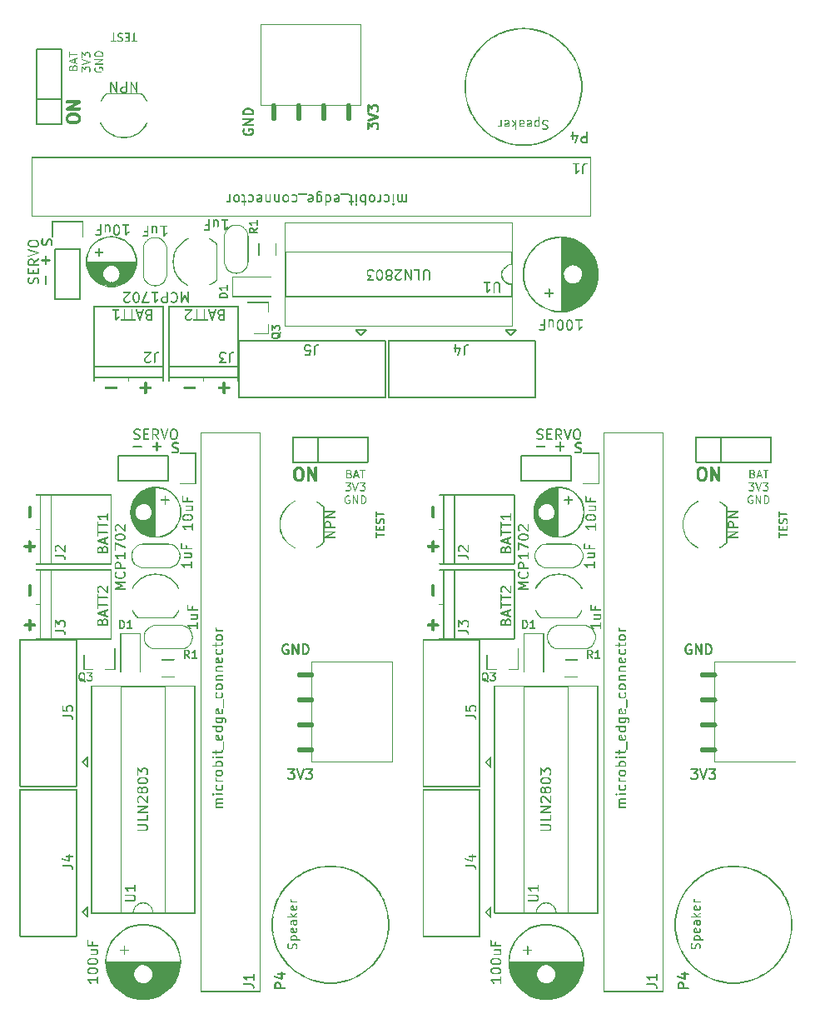
<source format=gto>
%MOIN*%
%OFA0B0*%
%FSLAX44Y44*%
%IPPOS*%
%LPD*%
G36*
X00010678Y00000421D02*
G01*
X00010690Y00000422D01*
X00010701Y00000428D01*
X00010709Y00000437D01*
X00010714Y00000447D01*
X00010717Y00000460D01*
X00010714Y00000472D01*
X00010709Y00000483D01*
X00010701Y00000492D01*
X00010690Y00000497D01*
X00010678Y00000499D01*
X00010284Y00000499D01*
X00010271Y00000497D01*
X00010261Y00000492D01*
X00010251Y00000483D01*
X00010246Y00000472D01*
X00010245Y00000460D01*
X00010246Y00000447D01*
X00010251Y00000437D01*
X00010261Y00000428D01*
X00010271Y00000422D01*
X00010284Y00000421D01*
X00010678Y00000421D01*
G37*
G36*
X00010284Y00000421D02*
G01*
X00010296Y00000422D01*
X00010307Y00000428D01*
X00010316Y00000437D01*
X00010321Y00000447D01*
X00010323Y00000460D01*
X00010323Y00000610D01*
X00010321Y00000622D01*
X00010316Y00000633D01*
X00010307Y00000641D01*
X00010296Y00000646D01*
X00010284Y00000649D01*
X00010271Y00000646D01*
X00010261Y00000641D01*
X00010251Y00000633D01*
X00010246Y00000622D01*
X00010245Y00000610D01*
X00010245Y00000460D01*
X00010246Y00000447D01*
X00010251Y00000437D01*
X00010261Y00000428D01*
X00010271Y00000422D01*
X00010284Y00000421D01*
G37*
G36*
X00010284Y00000571D02*
G01*
X00010296Y00000572D01*
X00010307Y00000578D01*
X00010316Y00000587D01*
X00010321Y00000598D01*
X00010340Y00000635D01*
X00010342Y00000646D01*
X00010340Y00000660D01*
X00010334Y00000671D01*
X00010326Y00000679D01*
X00010315Y00000685D01*
X00010303Y00000687D01*
X00010290Y00000685D01*
X00010280Y00000679D01*
X00010270Y00000671D01*
X00010265Y00000660D01*
X00010246Y00000622D01*
X00010245Y00000610D01*
X00010246Y00000598D01*
X00010251Y00000587D01*
X00010261Y00000578D01*
X00010271Y00000572D01*
X00010284Y00000571D01*
G37*
G36*
X00010303Y00000608D02*
G01*
X00010315Y00000610D01*
X00010326Y00000616D01*
X00010334Y00000624D01*
X00010353Y00000643D01*
X00010359Y00000654D01*
X00010361Y00000666D01*
X00010359Y00000678D01*
X00010353Y00000689D01*
X00010345Y00000698D01*
X00010334Y00000704D01*
X00010321Y00000706D01*
X00010309Y00000704D01*
X00010298Y00000698D01*
X00010290Y00000689D01*
X00010290Y00000689D01*
X00010280Y00000679D01*
X00010270Y00000671D01*
X00010265Y00000660D01*
X00010263Y00000646D01*
X00010265Y00000635D01*
X00010270Y00000624D01*
X00010280Y00000616D01*
X00010290Y00000610D01*
X00010303Y00000608D01*
G37*
G36*
X00010321Y00000627D02*
G01*
X00010334Y00000629D01*
X00010371Y00000646D01*
X00010382Y00000653D01*
X00010391Y00000662D01*
X00010396Y00000673D01*
X00010398Y00000685D01*
X00010396Y00000697D01*
X00010391Y00000708D01*
X00010382Y00000717D01*
X00010371Y00000722D01*
X00010359Y00000724D01*
X00010347Y00000722D01*
X00010309Y00000704D01*
X00010298Y00000698D01*
X00010290Y00000689D01*
X00010284Y00000678D01*
X00010282Y00000666D01*
X00010284Y00000654D01*
X00010290Y00000643D01*
X00010298Y00000634D01*
X00010309Y00000629D01*
X00010321Y00000627D01*
G37*
G36*
X00010415Y00000646D02*
G01*
X00010427Y00000646D01*
X00010438Y00000653D01*
X00010447Y00000662D01*
X00010452Y00000673D01*
X00010454Y00000685D01*
X00010452Y00000697D01*
X00010447Y00000708D01*
X00010438Y00000717D01*
X00010427Y00000722D01*
X00010415Y00000724D01*
X00010359Y00000724D01*
X00010347Y00000722D01*
X00010336Y00000717D01*
X00010327Y00000708D01*
X00010321Y00000697D01*
X00010320Y00000685D01*
X00010321Y00000673D01*
X00010327Y00000662D01*
X00010336Y00000653D01*
X00010347Y00000646D01*
X00010359Y00000646D01*
X00010415Y00000646D01*
G37*
G36*
X00010452Y00000627D02*
G01*
X00010465Y00000629D01*
X00010476Y00000634D01*
X00010484Y00000643D01*
X00010490Y00000654D01*
X00010492Y00000666D01*
X00010490Y00000678D01*
X00010484Y00000689D01*
X00010476Y00000698D01*
X00010465Y00000704D01*
X00010427Y00000722D01*
X00010415Y00000724D01*
X00010403Y00000722D01*
X00010391Y00000717D01*
X00010383Y00000708D01*
X00010378Y00000697D01*
X00010376Y00000685D01*
X00010378Y00000673D01*
X00010383Y00000662D01*
X00010391Y00000653D01*
X00010403Y00000646D01*
X00010440Y00000629D01*
X00010452Y00000627D01*
G37*
G36*
X00010471Y00000608D02*
G01*
X00010484Y00000610D01*
X00010495Y00000616D01*
X00010503Y00000624D01*
X00010509Y00000635D01*
X00010511Y00000646D01*
X00010509Y00000660D01*
X00010503Y00000671D01*
X00010495Y00000679D01*
X00010476Y00000698D01*
X00010465Y00000704D01*
X00010452Y00000706D01*
X00010440Y00000704D01*
X00010429Y00000698D01*
X00010421Y00000689D01*
X00010415Y00000678D01*
X00010412Y00000666D01*
X00010415Y00000654D01*
X00010421Y00000643D01*
X00010440Y00000624D01*
X00010440Y00000624D01*
X00010448Y00000616D01*
X00010459Y00000610D01*
X00010471Y00000608D01*
G37*
G36*
X00010490Y00000571D02*
G01*
X00010502Y00000572D01*
X00010512Y00000578D01*
X00010522Y00000587D01*
X00010528Y00000598D01*
X00010529Y00000610D01*
X00010528Y00000622D01*
X00010509Y00000660D01*
X00010503Y00000671D01*
X00010495Y00000679D01*
X00010484Y00000685D01*
X00010471Y00000687D01*
X00010459Y00000685D01*
X00010448Y00000679D01*
X00010440Y00000671D01*
X00010434Y00000660D01*
X00010431Y00000646D01*
X00010434Y00000635D01*
X00010452Y00000598D01*
X00010458Y00000587D01*
X00010467Y00000578D01*
X00010478Y00000572D01*
X00010490Y00000571D01*
G37*
G36*
X00010490Y00000421D02*
G01*
X00010502Y00000422D01*
X00010512Y00000428D01*
X00010522Y00000437D01*
X00010528Y00000447D01*
X00010529Y00000460D01*
X00010529Y00000610D01*
X00010528Y00000622D01*
X00010522Y00000633D01*
X00010512Y00000641D01*
X00010502Y00000646D01*
X00010490Y00000649D01*
X00010478Y00000646D01*
X00010467Y00000641D01*
X00010458Y00000633D01*
X00010452Y00000622D01*
X00010451Y00000610D01*
X00010451Y00000460D01*
X00010452Y00000447D01*
X00010458Y00000437D01*
X00010467Y00000428D01*
X00010478Y00000422D01*
X00010490Y00000421D01*
G37*
G36*
X00010678Y00000983D02*
G01*
X00010690Y00000985D01*
X00010701Y00000990D01*
X00010709Y00000999D01*
X00010714Y00001010D01*
X00010717Y00001022D01*
X00010714Y00001035D01*
X00010709Y00001045D01*
X00010701Y00001054D01*
X00010690Y00001060D01*
X00010678Y00001062D01*
X00010415Y00001062D01*
X00010403Y00001060D01*
X00010391Y00001054D01*
X00010383Y00001045D01*
X00010378Y00001035D01*
X00010376Y00001022D01*
X00010378Y00001010D01*
X00010383Y00000999D01*
X00010391Y00000990D01*
X00010403Y00000985D01*
X00010415Y00000983D01*
X00010678Y00000983D01*
G37*
G36*
X00010546Y00000795D02*
G01*
X00010559Y00000796D01*
X00010570Y00000803D01*
X00010578Y00000812D01*
X00010584Y00000823D01*
X00010586Y00000834D01*
X00010584Y00000846D01*
X00010578Y00000857D01*
X00010570Y00000867D01*
X00010559Y00000872D01*
X00010277Y00000966D01*
X00010265Y00000967D01*
X00010253Y00000966D01*
X00010242Y00000960D01*
X00010233Y00000952D01*
X00010228Y00000941D01*
X00010226Y00000929D01*
X00010228Y00000916D01*
X00010233Y00000905D01*
X00010242Y00000897D01*
X00010253Y00000891D01*
X00010533Y00000796D01*
X00010546Y00000795D01*
G37*
G36*
X00010546Y00000795D02*
G01*
X00010559Y00000796D01*
X00010570Y00000803D01*
X00010578Y00000812D01*
X00010584Y00000823D01*
X00010586Y00000834D01*
X00010586Y00001079D01*
X00010584Y00001091D01*
X00010578Y00001102D01*
X00010570Y00001110D01*
X00010559Y00001116D01*
X00010546Y00001118D01*
X00010533Y00001116D01*
X00010523Y00001110D01*
X00010515Y00001102D01*
X00010509Y00001091D01*
X00010507Y00001079D01*
X00010507Y00000834D01*
X00010509Y00000823D01*
X00010515Y00000812D01*
X00010523Y00000803D01*
X00010533Y00000796D01*
X00010546Y00000795D01*
G37*
G36*
X00011049Y00009177D02*
G01*
X00011062Y00009179D01*
X00011073Y00009184D01*
X00011081Y00009193D01*
X00011087Y00009204D01*
X00011089Y00009216D01*
X00011087Y00009228D01*
X00011081Y00009239D01*
X00011073Y00009248D01*
X00011062Y00009254D01*
X00011049Y00009255D01*
X00010806Y00009255D01*
X00010794Y00009254D01*
X00010783Y00009248D01*
X00010774Y00009239D01*
X00010768Y00009228D01*
X00010766Y00009216D01*
X00010768Y00009204D01*
X00010774Y00009193D01*
X00010783Y00009184D01*
X00010794Y00009179D01*
X00010806Y00009177D01*
X00011049Y00009177D01*
G37*
G36*
X00010918Y00009027D02*
G01*
X00010930Y00009029D01*
X00010941Y00009034D01*
X00010950Y00009043D01*
X00011081Y00009193D01*
X00011087Y00009204D01*
X00011089Y00009216D01*
X00011087Y00009228D01*
X00011081Y00009239D01*
X00011073Y00009248D01*
X00011062Y00009254D01*
X00011049Y00009255D01*
X00011036Y00009254D01*
X00011026Y00009248D01*
X00011017Y00009239D01*
X00010886Y00009089D01*
X00010881Y00009078D01*
X00010879Y00009066D01*
X00010881Y00009054D01*
X00010886Y00009043D01*
X00010895Y00009034D01*
X00010906Y00009029D01*
X00010918Y00009027D01*
G37*
G36*
X00010974Y00009027D02*
G01*
X00010987Y00009029D01*
X00010998Y00009034D01*
X00011006Y00009043D01*
X00011012Y00009054D01*
X00011014Y00009066D01*
X00011012Y00009078D01*
X00011006Y00009089D01*
X00010998Y00009098D01*
X00010987Y00009104D01*
X00010974Y00009105D01*
X00010918Y00009105D01*
X00010906Y00009104D01*
X00010895Y00009098D01*
X00010886Y00009089D01*
X00010881Y00009078D01*
X00010879Y00009066D01*
X00010881Y00009054D01*
X00010886Y00009043D01*
X00010895Y00009034D01*
X00010906Y00009029D01*
X00010918Y00009027D01*
X00010974Y00009027D01*
G37*
G36*
X00011012Y00009008D02*
G01*
X00011024Y00009010D01*
X00011035Y00009016D01*
X00011044Y00009024D01*
X00011049Y00009035D01*
X00011051Y00009047D01*
X00011049Y00009060D01*
X00011044Y00009071D01*
X00011035Y00009079D01*
X00011024Y00009085D01*
X00010987Y00009104D01*
X00010974Y00009105D01*
X00010962Y00009104D01*
X00010951Y00009098D01*
X00010943Y00009089D01*
X00010936Y00009078D01*
X00010935Y00009066D01*
X00010936Y00009054D01*
X00010943Y00009043D01*
X00010951Y00009034D01*
X00010962Y00009029D01*
X00011000Y00009010D01*
X00011012Y00009008D01*
G37*
G36*
X00011031Y00008989D02*
G01*
X00011043Y00008991D01*
X00011054Y00008997D01*
X00011063Y00009005D01*
X00011068Y00009016D01*
X00011070Y00009029D01*
X00011068Y00009041D01*
X00011063Y00009052D01*
X00011054Y00009060D01*
X00011054Y00009060D01*
X00011035Y00009079D01*
X00011024Y00009085D01*
X00011012Y00009087D01*
X00011000Y00009085D01*
X00010989Y00009079D01*
X00010980Y00009071D01*
X00010975Y00009060D01*
X00010973Y00009047D01*
X00010975Y00009035D01*
X00010980Y00009024D01*
X00010989Y00009016D01*
X00010999Y00009005D01*
X00011008Y00008997D01*
X00011019Y00008991D01*
X00011031Y00008989D01*
G37*
G36*
X00011049Y00008952D02*
G01*
X00011062Y00008954D01*
X00011073Y00008959D01*
X00011081Y00008968D01*
X00011087Y00008979D01*
X00011089Y00008991D01*
X00011087Y00009003D01*
X00011068Y00009041D01*
X00011063Y00009052D01*
X00011054Y00009060D01*
X00011043Y00009066D01*
X00011031Y00009068D01*
X00011019Y00009066D01*
X00011008Y00009060D01*
X00010999Y00009052D01*
X00010993Y00009041D01*
X00010991Y00009029D01*
X00010993Y00009016D01*
X00011012Y00008979D01*
X00011017Y00008968D01*
X00011026Y00008959D01*
X00011036Y00008954D01*
X00011049Y00008952D01*
G37*
G36*
X00011049Y00008858D02*
G01*
X00011062Y00008860D01*
X00011073Y00008866D01*
X00011081Y00008874D01*
X00011087Y00008885D01*
X00011089Y00008897D01*
X00011089Y00008991D01*
X00011087Y00009003D01*
X00011081Y00009014D01*
X00011073Y00009023D01*
X00011062Y00009029D01*
X00011049Y00009030D01*
X00011036Y00009029D01*
X00011026Y00009023D01*
X00011017Y00009014D01*
X00011012Y00009003D01*
X00011010Y00008991D01*
X00011010Y00008897D01*
X00011012Y00008885D01*
X00011017Y00008874D01*
X00011026Y00008866D01*
X00011036Y00008860D01*
X00011049Y00008858D01*
G37*
G36*
X00011031Y00008821D02*
G01*
X00011043Y00008822D01*
X00011054Y00008828D01*
X00011063Y00008837D01*
X00011068Y00008848D01*
X00011087Y00008885D01*
X00011089Y00008897D01*
X00011087Y00008910D01*
X00011081Y00008921D01*
X00011073Y00008929D01*
X00011062Y00008935D01*
X00011049Y00008937D01*
X00011036Y00008935D01*
X00011026Y00008929D01*
X00011017Y00008921D01*
X00011012Y00008910D01*
X00010993Y00008872D01*
X00010991Y00008860D01*
X00010993Y00008848D01*
X00010999Y00008837D01*
X00011008Y00008828D01*
X00011019Y00008822D01*
X00011031Y00008821D01*
G37*
G36*
X00011012Y00008802D02*
G01*
X00011024Y00008804D01*
X00011035Y00008809D01*
X00011063Y00008837D01*
X00011068Y00008848D01*
X00011070Y00008860D01*
X00011068Y00008872D01*
X00011063Y00008883D01*
X00011054Y00008892D01*
X00011043Y00008897D01*
X00011031Y00008899D01*
X00011019Y00008897D01*
X00011008Y00008892D01*
X00010980Y00008864D01*
X00010975Y00008853D01*
X00010973Y00008841D01*
X00010975Y00008829D01*
X00010980Y00008818D01*
X00010989Y00008809D01*
X00011000Y00008804D01*
X00011012Y00008802D01*
G37*
G36*
X00010974Y00008783D02*
G01*
X00010987Y00008785D01*
X00011024Y00008804D01*
X00011035Y00008809D01*
X00011044Y00008818D01*
X00011049Y00008829D01*
X00011051Y00008841D01*
X00011049Y00008853D01*
X00011044Y00008864D01*
X00011035Y00008873D01*
X00011024Y00008879D01*
X00011012Y00008881D01*
X00011000Y00008879D01*
X00010962Y00008860D01*
X00010951Y00008854D01*
X00010943Y00008846D01*
X00010936Y00008835D01*
X00010935Y00008822D01*
X00010936Y00008810D01*
X00010943Y00008799D01*
X00010951Y00008791D01*
X00010962Y00008785D01*
X00010974Y00008783D01*
G37*
G36*
X00010974Y00008783D02*
G01*
X00010987Y00008785D01*
X00010998Y00008791D01*
X00011006Y00008799D01*
X00011012Y00008810D01*
X00011014Y00008822D01*
X00011012Y00008835D01*
X00011006Y00008846D01*
X00010998Y00008854D01*
X00010987Y00008860D01*
X00010974Y00008862D01*
X00010862Y00008862D01*
X00010850Y00008860D01*
X00010839Y00008854D01*
X00010830Y00008846D01*
X00010825Y00008835D01*
X00010823Y00008822D01*
X00010825Y00008810D01*
X00010830Y00008799D01*
X00010839Y00008791D01*
X00010850Y00008785D01*
X00010862Y00008783D01*
X00010974Y00008783D01*
G37*
G36*
X00010862Y00008783D02*
G01*
X00010874Y00008785D01*
X00010885Y00008791D01*
X00010894Y00008799D01*
X00010899Y00008810D01*
X00010901Y00008822D01*
X00010899Y00008835D01*
X00010894Y00008846D01*
X00010885Y00008854D01*
X00010874Y00008860D01*
X00010837Y00008879D01*
X00010824Y00008881D01*
X00010812Y00008879D01*
X00010801Y00008873D01*
X00010793Y00008864D01*
X00010787Y00008853D01*
X00010785Y00008841D01*
X00010787Y00008829D01*
X00010793Y00008818D01*
X00010801Y00008809D01*
X00010812Y00008804D01*
X00010850Y00008785D01*
X00010862Y00008783D01*
G37*
G36*
X00010824Y00008802D02*
G01*
X00010837Y00008804D01*
X00010848Y00008809D01*
X00010855Y00008818D01*
X00010862Y00008829D01*
X00010864Y00008841D01*
X00010862Y00008853D01*
X00010855Y00008864D01*
X00010829Y00008892D01*
X00010818Y00008897D01*
X00010806Y00008899D01*
X00010794Y00008897D01*
X00010783Y00008892D01*
X00010774Y00008883D01*
X00010768Y00008872D01*
X00010766Y00008860D01*
X00010768Y00008848D01*
X00010774Y00008837D01*
X00010801Y00008809D01*
X00010812Y00008804D01*
X00010824Y00008802D01*
G37*
G36*
X00011293Y00008783D02*
G01*
X00011305Y00008785D01*
X00011316Y00008791D01*
X00011325Y00008799D01*
X00011331Y00008810D01*
X00011333Y00008822D01*
X00011331Y00008835D01*
X00011198Y00009228D01*
X00011194Y00009239D01*
X00011185Y00009248D01*
X00011174Y00009254D01*
X00011162Y00009255D01*
X00011150Y00009254D01*
X00011138Y00009248D01*
X00011130Y00009239D01*
X00011125Y00009228D01*
X00011123Y00009216D01*
X00011125Y00009204D01*
X00011256Y00008810D01*
X00011261Y00008799D01*
X00011270Y00008791D01*
X00011281Y00008785D01*
X00011293Y00008783D01*
G37*
G36*
X00011293Y00008783D02*
G01*
X00011305Y00008785D01*
X00011316Y00008791D01*
X00011325Y00008799D01*
X00011331Y00008810D01*
X00011462Y00009204D01*
X00011464Y00009216D01*
X00011462Y00009228D01*
X00011456Y00009239D01*
X00011448Y00009248D01*
X00011437Y00009254D01*
X00011424Y00009255D01*
X00011412Y00009254D01*
X00011400Y00009248D01*
X00011393Y00009239D01*
X00011387Y00009228D01*
X00011256Y00008835D01*
X00011254Y00008822D01*
X00011256Y00008810D01*
X00011261Y00008799D01*
X00011270Y00008791D01*
X00011281Y00008785D01*
X00011293Y00008783D01*
G37*
G36*
X00011762Y00009177D02*
G01*
X00011774Y00009179D01*
X00011785Y00009184D01*
X00011794Y00009193D01*
X00011799Y00009204D01*
X00011801Y00009216D01*
X00011799Y00009228D01*
X00011794Y00009239D01*
X00011785Y00009248D01*
X00011774Y00009254D01*
X00011762Y00009255D01*
X00011518Y00009255D01*
X00011506Y00009254D01*
X00011495Y00009248D01*
X00011486Y00009239D01*
X00011480Y00009228D01*
X00011479Y00009216D01*
X00011480Y00009204D01*
X00011486Y00009193D01*
X00011495Y00009184D01*
X00011506Y00009179D01*
X00011518Y00009177D01*
X00011762Y00009177D01*
G37*
G36*
X00011631Y00009027D02*
G01*
X00011642Y00009029D01*
X00011654Y00009034D01*
X00011661Y00009043D01*
X00011794Y00009193D01*
X00011799Y00009204D01*
X00011801Y00009216D01*
X00011799Y00009228D01*
X00011794Y00009239D01*
X00011785Y00009248D01*
X00011774Y00009254D01*
X00011762Y00009255D01*
X00011750Y00009254D01*
X00011739Y00009248D01*
X00011730Y00009239D01*
X00011599Y00009089D01*
X00011593Y00009078D01*
X00011591Y00009066D01*
X00011593Y00009054D01*
X00011599Y00009043D01*
X00011607Y00009034D01*
X00011618Y00009029D01*
X00011631Y00009027D01*
G37*
G36*
X00011687Y00009027D02*
G01*
X00011699Y00009029D01*
X00011710Y00009034D01*
X00011719Y00009043D01*
X00011724Y00009054D01*
X00011726Y00009066D01*
X00011724Y00009078D01*
X00011719Y00009089D01*
X00011710Y00009098D01*
X00011699Y00009104D01*
X00011687Y00009105D01*
X00011631Y00009105D01*
X00011618Y00009104D01*
X00011607Y00009098D01*
X00011599Y00009089D01*
X00011593Y00009078D01*
X00011591Y00009066D01*
X00011593Y00009054D01*
X00011599Y00009043D01*
X00011607Y00009034D01*
X00011618Y00009029D01*
X00011631Y00009027D01*
X00011687Y00009027D01*
G37*
G36*
X00011724Y00009008D02*
G01*
X00011737Y00009010D01*
X00011748Y00009016D01*
X00011756Y00009024D01*
X00011762Y00009035D01*
X00011763Y00009047D01*
X00011762Y00009060D01*
X00011756Y00009071D01*
X00011748Y00009079D01*
X00011737Y00009085D01*
X00011699Y00009104D01*
X00011687Y00009105D01*
X00011675Y00009104D01*
X00011664Y00009098D01*
X00011655Y00009089D01*
X00011649Y00009078D01*
X00011648Y00009066D01*
X00011649Y00009054D01*
X00011655Y00009043D01*
X00011664Y00009034D01*
X00011675Y00009029D01*
X00011712Y00009010D01*
X00011724Y00009008D01*
G37*
G36*
X00011742Y00008989D02*
G01*
X00011755Y00008991D01*
X00011766Y00008997D01*
X00011775Y00009005D01*
X00011781Y00009016D01*
X00011782Y00009029D01*
X00011781Y00009041D01*
X00011775Y00009052D01*
X00011756Y00009071D01*
X00011748Y00009079D01*
X00011737Y00009085D01*
X00011724Y00009087D01*
X00011712Y00009085D01*
X00011701Y00009079D01*
X00011693Y00009071D01*
X00011687Y00009060D01*
X00011685Y00009047D01*
X00011687Y00009035D01*
X00011693Y00009024D01*
X00011711Y00009005D01*
X00011720Y00008997D01*
X00011731Y00008991D01*
X00011742Y00008989D01*
G37*
G36*
X00011762Y00008952D02*
G01*
X00011774Y00008954D01*
X00011785Y00008959D01*
X00011794Y00008968D01*
X00011799Y00008979D01*
X00011801Y00008991D01*
X00011799Y00009003D01*
X00011781Y00009041D01*
X00011775Y00009052D01*
X00011766Y00009060D01*
X00011755Y00009066D01*
X00011742Y00009068D01*
X00011731Y00009066D01*
X00011720Y00009060D01*
X00011711Y00009052D01*
X00011706Y00009041D01*
X00011704Y00009029D01*
X00011706Y00009016D01*
X00011724Y00008979D01*
X00011730Y00008968D01*
X00011739Y00008959D01*
X00011750Y00008954D01*
X00011762Y00008952D01*
G37*
G36*
X00011762Y00008858D02*
G01*
X00011774Y00008860D01*
X00011785Y00008866D01*
X00011794Y00008874D01*
X00011799Y00008885D01*
X00011801Y00008897D01*
X00011801Y00008991D01*
X00011799Y00009003D01*
X00011794Y00009014D01*
X00011785Y00009023D01*
X00011774Y00009029D01*
X00011762Y00009030D01*
X00011750Y00009029D01*
X00011739Y00009023D01*
X00011730Y00009014D01*
X00011724Y00009003D01*
X00011722Y00008991D01*
X00011722Y00008897D01*
X00011724Y00008885D01*
X00011730Y00008874D01*
X00011739Y00008866D01*
X00011750Y00008860D01*
X00011762Y00008858D01*
G37*
G36*
X00011742Y00008821D02*
G01*
X00011755Y00008822D01*
X00011766Y00008828D01*
X00011775Y00008837D01*
X00011781Y00008848D01*
X00011799Y00008885D01*
X00011801Y00008897D01*
X00011799Y00008910D01*
X00011794Y00008921D01*
X00011785Y00008929D01*
X00011774Y00008935D01*
X00011762Y00008937D01*
X00011750Y00008935D01*
X00011739Y00008929D01*
X00011730Y00008921D01*
X00011724Y00008910D01*
X00011706Y00008872D01*
X00011704Y00008860D01*
X00011706Y00008848D01*
X00011711Y00008837D01*
X00011720Y00008828D01*
X00011731Y00008822D01*
X00011742Y00008821D01*
G37*
G36*
X00011724Y00008802D02*
G01*
X00011737Y00008804D01*
X00011748Y00008809D01*
X00011756Y00008818D01*
X00011775Y00008837D01*
X00011781Y00008848D01*
X00011782Y00008860D01*
X00011781Y00008872D01*
X00011775Y00008883D01*
X00011766Y00008892D01*
X00011755Y00008897D01*
X00011742Y00008899D01*
X00011731Y00008897D01*
X00011720Y00008892D01*
X00011693Y00008864D01*
X00011687Y00008853D01*
X00011685Y00008841D01*
X00011687Y00008829D01*
X00011693Y00008818D01*
X00011701Y00008809D01*
X00011712Y00008804D01*
X00011724Y00008802D01*
G37*
G36*
X00011687Y00008783D02*
G01*
X00011699Y00008785D01*
X00011737Y00008804D01*
X00011748Y00008809D01*
X00011756Y00008818D01*
X00011762Y00008829D01*
X00011763Y00008841D01*
X00011762Y00008853D01*
X00011756Y00008864D01*
X00011748Y00008873D01*
X00011737Y00008879D01*
X00011724Y00008881D01*
X00011712Y00008879D01*
X00011675Y00008860D01*
X00011664Y00008854D01*
X00011655Y00008846D01*
X00011649Y00008835D01*
X00011648Y00008822D01*
X00011649Y00008810D01*
X00011655Y00008799D01*
X00011664Y00008791D01*
X00011675Y00008785D01*
X00011687Y00008783D01*
G37*
G36*
X00011687Y00008783D02*
G01*
X00011699Y00008785D01*
X00011710Y00008791D01*
X00011719Y00008799D01*
X00011724Y00008810D01*
X00011726Y00008822D01*
X00011724Y00008835D01*
X00011719Y00008846D01*
X00011710Y00008854D01*
X00011699Y00008860D01*
X00011687Y00008862D01*
X00011574Y00008862D01*
X00011561Y00008860D01*
X00011551Y00008854D01*
X00011543Y00008846D01*
X00011537Y00008835D01*
X00011535Y00008822D01*
X00011537Y00008810D01*
X00011543Y00008799D01*
X00011551Y00008791D01*
X00011561Y00008785D01*
X00011574Y00008783D01*
X00011687Y00008783D01*
G37*
G36*
X00011574Y00008783D02*
G01*
X00011587Y00008785D01*
X00011598Y00008791D01*
X00011606Y00008799D01*
X00011612Y00008810D01*
X00011614Y00008822D01*
X00011612Y00008835D01*
X00011606Y00008846D01*
X00011598Y00008854D01*
X00011587Y00008860D01*
X00011549Y00008879D01*
X00011537Y00008881D01*
X00011525Y00008879D01*
X00011514Y00008873D01*
X00011505Y00008864D01*
X00011499Y00008853D01*
X00011498Y00008841D01*
X00011499Y00008829D01*
X00011505Y00008818D01*
X00011514Y00008809D01*
X00011525Y00008804D01*
X00011561Y00008785D01*
X00011574Y00008783D01*
G37*
G36*
X00011537Y00008802D02*
G01*
X00011549Y00008804D01*
X00011560Y00008809D01*
X00011569Y00008818D01*
X00011574Y00008829D01*
X00011576Y00008841D01*
X00011574Y00008853D01*
X00011569Y00008864D01*
X00011540Y00008892D01*
X00011530Y00008897D01*
X00011518Y00008899D01*
X00011506Y00008897D01*
X00011495Y00008892D01*
X00011486Y00008883D01*
X00011480Y00008872D01*
X00011479Y00008860D01*
X00011480Y00008848D01*
X00011486Y00008837D01*
X00011505Y00008818D01*
X00011514Y00008809D01*
X00011525Y00008804D01*
X00011537Y00008802D01*
G37*
G36*
X00010799Y00014157D02*
G01*
X00010812Y00014159D01*
X00010823Y00014166D01*
X00010831Y00014174D01*
X00010837Y00014185D01*
X00010839Y00014197D01*
X00010837Y00014209D01*
X00010831Y00014219D01*
X00010823Y00014229D01*
X00010812Y00014235D01*
X00010774Y00014254D01*
X00010762Y00014255D01*
X00010750Y00014254D01*
X00010739Y00014248D01*
X00010730Y00014239D01*
X00010725Y00014228D01*
X00010723Y00014215D01*
X00010725Y00014204D01*
X00010730Y00014193D01*
X00010739Y00014184D01*
X00010750Y00014179D01*
X00010787Y00014159D01*
X00010799Y00014157D01*
G37*
G36*
X00010762Y00014177D02*
G01*
X00010774Y00014179D01*
X00010785Y00014184D01*
X00010794Y00014193D01*
X00010799Y00014204D01*
X00010801Y00014215D01*
X00010799Y00014228D01*
X00010794Y00014239D01*
X00010785Y00014248D01*
X00010774Y00014254D01*
X00010762Y00014255D01*
X00010706Y00014255D01*
X00010693Y00014254D01*
X00010683Y00014248D01*
X00010673Y00014239D01*
X00010668Y00014228D01*
X00010666Y00014215D01*
X00010668Y00014204D01*
X00010673Y00014193D01*
X00010683Y00014184D01*
X00010693Y00014179D01*
X00010706Y00014177D01*
X00010762Y00014177D01*
G37*
G36*
X00010649Y00014157D02*
G01*
X00010662Y00014159D01*
X00010718Y00014179D01*
X00010729Y00014184D01*
X00010738Y00014193D01*
X00010743Y00014204D01*
X00010745Y00014215D01*
X00010743Y00014228D01*
X00010738Y00014239D01*
X00010729Y00014248D01*
X00010718Y00014254D01*
X00010706Y00014255D01*
X00010693Y00014254D01*
X00010637Y00014235D01*
X00010626Y00014229D01*
X00010618Y00014219D01*
X00010612Y00014209D01*
X00010610Y00014197D01*
X00010612Y00014185D01*
X00010618Y00014174D01*
X00010626Y00014166D01*
X00010637Y00014159D01*
X00010649Y00014157D01*
G37*
G36*
X00010612Y00014120D02*
G01*
X00010624Y00014121D01*
X00010634Y00014128D01*
X00010681Y00014174D01*
X00010687Y00014185D01*
X00010689Y00014197D01*
X00010687Y00014209D01*
X00010681Y00014219D01*
X00010673Y00014229D01*
X00010662Y00014235D01*
X00010649Y00014237D01*
X00010637Y00014235D01*
X00010626Y00014229D01*
X00010580Y00014183D01*
X00010575Y00014172D01*
X00010572Y00014159D01*
X00010575Y00014148D01*
X00010580Y00014137D01*
X00010589Y00014128D01*
X00010600Y00014121D01*
X00010612Y00014120D01*
G37*
G36*
X00010592Y00014083D02*
G01*
X00010605Y00014085D01*
X00010616Y00014091D01*
X00010625Y00014099D01*
X00010631Y00014110D01*
X00010649Y00014148D01*
X00010651Y00014159D01*
X00010649Y00014172D01*
X00010644Y00014183D01*
X00010634Y00014192D01*
X00010624Y00014197D01*
X00010612Y00014199D01*
X00010600Y00014197D01*
X00010589Y00014192D01*
X00010580Y00014183D01*
X00010575Y00014172D01*
X00010556Y00014135D01*
X00010553Y00014121D01*
X00010556Y00014110D01*
X00010561Y00014099D01*
X00010570Y00014091D01*
X00010581Y00014085D01*
X00010592Y00014083D01*
G37*
G36*
X00010573Y00014008D02*
G01*
X00010587Y00014010D01*
X00010598Y00014016D01*
X00010606Y00014024D01*
X00010612Y00014035D01*
X00010631Y00014110D01*
X00010633Y00014121D01*
X00010631Y00014135D01*
X00010625Y00014146D01*
X00010616Y00014153D01*
X00010605Y00014159D01*
X00010592Y00014161D01*
X00010581Y00014159D01*
X00010570Y00014153D01*
X00010561Y00014146D01*
X00010556Y00014135D01*
X00010537Y00014060D01*
X00010535Y00014047D01*
X00010537Y00014035D01*
X00010543Y00014024D01*
X00010551Y00014016D01*
X00010562Y00014010D01*
X00010573Y00014008D01*
G37*
G36*
X00010573Y00013952D02*
G01*
X00010587Y00013954D01*
X00010598Y00013959D01*
X00010606Y00013967D01*
X00010612Y00013979D01*
X00010613Y00013991D01*
X00010613Y00014047D01*
X00010612Y00014060D01*
X00010606Y00014071D01*
X00010598Y00014079D01*
X00010587Y00014085D01*
X00010573Y00014087D01*
X00010562Y00014085D01*
X00010551Y00014079D01*
X00010543Y00014071D01*
X00010537Y00014060D01*
X00010535Y00014047D01*
X00010535Y00013991D01*
X00010537Y00013979D01*
X00010543Y00013967D01*
X00010551Y00013959D01*
X00010562Y00013954D01*
X00010573Y00013952D01*
G37*
G36*
X00010592Y00013877D02*
G01*
X00010605Y00013879D01*
X00010616Y00013884D01*
X00010625Y00013893D01*
X00010631Y00013904D01*
X00010633Y00013915D01*
X00010631Y00013928D01*
X00010612Y00014003D01*
X00010606Y00014014D01*
X00010598Y00014023D01*
X00010587Y00014029D01*
X00010573Y00014029D01*
X00010562Y00014029D01*
X00010551Y00014023D01*
X00010543Y00014014D01*
X00010537Y00014003D01*
X00010535Y00013991D01*
X00010537Y00013979D01*
X00010556Y00013904D01*
X00010561Y00013893D01*
X00010570Y00013884D01*
X00010581Y00013879D01*
X00010592Y00013877D01*
G37*
G36*
X00010612Y00013838D02*
G01*
X00010624Y00013841D01*
X00010634Y00013847D01*
X00010644Y00013855D01*
X00010649Y00013866D01*
X00010651Y00013879D01*
X00010649Y00013891D01*
X00010631Y00013928D01*
X00010625Y00013939D01*
X00010616Y00013948D01*
X00010605Y00013954D01*
X00010592Y00013956D01*
X00010581Y00013954D01*
X00010570Y00013948D01*
X00010561Y00013939D01*
X00010556Y00013928D01*
X00010553Y00013915D01*
X00010556Y00013904D01*
X00010575Y00013866D01*
X00010580Y00013855D01*
X00010589Y00013847D01*
X00010600Y00013841D01*
X00010612Y00013838D01*
G37*
G36*
X00010649Y00013802D02*
G01*
X00010662Y00013804D01*
X00010673Y00013809D01*
X00010681Y00013818D01*
X00010687Y00013829D01*
X00010689Y00013841D01*
X00010687Y00013853D01*
X00010681Y00013864D01*
X00010634Y00013909D01*
X00010624Y00013915D01*
X00010612Y00013917D01*
X00010600Y00013915D01*
X00010589Y00013909D01*
X00010580Y00013902D01*
X00010575Y00013891D01*
X00010572Y00013879D01*
X00010575Y00013866D01*
X00010580Y00013855D01*
X00010626Y00013809D01*
X00010637Y00013804D01*
X00010649Y00013802D01*
G37*
G36*
X00010706Y00013783D02*
G01*
X00010718Y00013785D01*
X00010729Y00013791D01*
X00010738Y00013798D01*
X00010743Y00013810D01*
X00010745Y00013822D01*
X00010743Y00013835D01*
X00010738Y00013845D01*
X00010729Y00013853D01*
X00010718Y00013859D01*
X00010662Y00013879D01*
X00010649Y00013881D01*
X00010637Y00013879D01*
X00010626Y00013873D01*
X00010618Y00013864D01*
X00010612Y00013853D01*
X00010610Y00013841D01*
X00010612Y00013829D01*
X00010618Y00013818D01*
X00010626Y00013809D01*
X00010637Y00013804D01*
X00010693Y00013785D01*
X00010706Y00013783D01*
G37*
G36*
X00010743Y00013783D02*
G01*
X00010754Y00013785D01*
X00010766Y00013791D01*
X00010774Y00013798D01*
X00010781Y00013810D01*
X00010783Y00013822D01*
X00010781Y00013835D01*
X00010774Y00013845D01*
X00010766Y00013853D01*
X00010754Y00013859D01*
X00010743Y00013862D01*
X00010706Y00013862D01*
X00010693Y00013859D01*
X00010683Y00013853D01*
X00010673Y00013845D01*
X00010668Y00013835D01*
X00010666Y00013822D01*
X00010668Y00013810D01*
X00010673Y00013798D01*
X00010683Y00013791D01*
X00010693Y00013785D01*
X00010706Y00013783D01*
X00010743Y00013783D01*
G37*
G36*
X00010743Y00013783D02*
G01*
X00010754Y00013785D01*
X00010812Y00013804D01*
X00010823Y00013809D01*
X00010831Y00013818D01*
X00010837Y00013829D01*
X00010839Y00013841D01*
X00010837Y00013853D01*
X00010831Y00013864D01*
X00010823Y00013873D01*
X00010812Y00013879D01*
X00010799Y00013881D01*
X00010787Y00013879D01*
X00010731Y00013859D01*
X00010720Y00013853D01*
X00010711Y00013845D01*
X00010706Y00013835D01*
X00010704Y00013822D01*
X00010706Y00013810D01*
X00010711Y00013798D01*
X00010720Y00013791D01*
X00010731Y00013785D01*
X00010743Y00013783D01*
G37*
G36*
X00010799Y00013802D02*
G01*
X00010812Y00013804D01*
X00010823Y00013809D01*
X00010850Y00013837D01*
X00010855Y00013847D01*
X00010858Y00013859D01*
X00010855Y00013872D01*
X00010850Y00013883D01*
X00010841Y00013892D01*
X00010830Y00013897D01*
X00010818Y00013899D01*
X00010806Y00013897D01*
X00010794Y00013892D01*
X00010768Y00013864D01*
X00010762Y00013853D01*
X00010760Y00013841D01*
X00010762Y00013829D01*
X00010768Y00013818D01*
X00010775Y00013809D01*
X00010787Y00013804D01*
X00010799Y00013802D01*
G37*
G36*
X00010818Y00013821D02*
G01*
X00010830Y00013822D01*
X00010841Y00013828D01*
X00010850Y00013837D01*
X00010855Y00013847D01*
X00010858Y00013859D01*
X00010858Y00013991D01*
X00010855Y00014003D01*
X00010850Y00014014D01*
X00010841Y00014023D01*
X00010830Y00014029D01*
X00010818Y00014029D01*
X00010806Y00014029D01*
X00010794Y00014023D01*
X00010786Y00014014D01*
X00010781Y00014003D01*
X00010779Y00013991D01*
X00010779Y00013859D01*
X00010781Y00013847D01*
X00010786Y00013837D01*
X00010794Y00013828D01*
X00010806Y00013822D01*
X00010818Y00013821D01*
G37*
G36*
X00010818Y00013952D02*
G01*
X00010830Y00013954D01*
X00010841Y00013959D01*
X00010850Y00013967D01*
X00010855Y00013979D01*
X00010858Y00013991D01*
X00010855Y00014003D01*
X00010850Y00014014D01*
X00010841Y00014023D01*
X00010830Y00014029D01*
X00010818Y00014029D01*
X00010743Y00014029D01*
X00010731Y00014029D01*
X00010720Y00014023D01*
X00010711Y00014014D01*
X00010706Y00014003D01*
X00010704Y00013991D01*
X00010706Y00013979D01*
X00010711Y00013967D01*
X00010720Y00013959D01*
X00010731Y00013954D01*
X00010743Y00013952D01*
X00010818Y00013952D01*
G37*
G36*
X00010987Y00013783D02*
G01*
X00010999Y00013785D01*
X00011010Y00013791D01*
X00011019Y00013798D01*
X00011024Y00013810D01*
X00011026Y00013822D01*
X00011026Y00014215D01*
X00011024Y00014228D01*
X00011019Y00014239D01*
X00011010Y00014248D01*
X00010999Y00014254D01*
X00010987Y00014255D01*
X00010975Y00014254D01*
X00010964Y00014248D01*
X00010955Y00014239D01*
X00010949Y00014228D01*
X00010948Y00014215D01*
X00010948Y00013822D01*
X00010949Y00013810D01*
X00010955Y00013798D01*
X00010964Y00013791D01*
X00010975Y00013785D01*
X00010987Y00013783D01*
G37*
G36*
X00011212Y00013783D02*
G01*
X00011224Y00013785D01*
X00011235Y00013791D01*
X00011244Y00013798D01*
X00011249Y00013810D01*
X00011251Y00013822D01*
X00011249Y00013835D01*
X00011244Y00013845D01*
X00011019Y00014239D01*
X00011010Y00014248D01*
X00010999Y00014254D01*
X00010987Y00014255D01*
X00010975Y00014254D01*
X00010964Y00014248D01*
X00010955Y00014239D01*
X00010949Y00014228D01*
X00010948Y00014215D01*
X00010949Y00014204D01*
X00010955Y00014193D01*
X00011180Y00013798D01*
X00011189Y00013791D01*
X00011200Y00013785D01*
X00011212Y00013783D01*
G37*
G36*
X00011212Y00013783D02*
G01*
X00011224Y00013785D01*
X00011235Y00013791D01*
X00011244Y00013798D01*
X00011249Y00013810D01*
X00011251Y00013822D01*
X00011251Y00014215D01*
X00011249Y00014228D01*
X00011244Y00014239D01*
X00011235Y00014248D01*
X00011224Y00014254D01*
X00011212Y00014255D01*
X00011200Y00014254D01*
X00011189Y00014248D01*
X00011180Y00014239D01*
X00011174Y00014228D01*
X00011173Y00014215D01*
X00011173Y00013822D01*
X00011174Y00013810D01*
X00011180Y00013798D01*
X00011189Y00013791D01*
X00011200Y00013785D01*
X00011212Y00013783D01*
G37*
G36*
X00011399Y00013783D02*
G01*
X00011412Y00013785D01*
X00011423Y00013791D01*
X00011431Y00013798D01*
X00011437Y00013810D01*
X00011439Y00013822D01*
X00011439Y00014215D01*
X00011437Y00014228D01*
X00011431Y00014239D01*
X00011423Y00014248D01*
X00011412Y00014254D01*
X00011399Y00014255D01*
X00011387Y00014254D01*
X00011376Y00014248D01*
X00011368Y00014239D01*
X00011362Y00014228D01*
X00011359Y00014215D01*
X00011359Y00013822D01*
X00011362Y00013810D01*
X00011368Y00013798D01*
X00011376Y00013791D01*
X00011387Y00013785D01*
X00011399Y00013783D01*
G37*
G36*
X00011493Y00014177D02*
G01*
X00011505Y00014179D01*
X00011516Y00014184D01*
X00011525Y00014193D01*
X00011531Y00014204D01*
X00011532Y00014215D01*
X00011531Y00014228D01*
X00011525Y00014239D01*
X00011516Y00014248D01*
X00011505Y00014254D01*
X00011493Y00014255D01*
X00011399Y00014255D01*
X00011387Y00014254D01*
X00011376Y00014248D01*
X00011368Y00014239D01*
X00011362Y00014228D01*
X00011359Y00014215D01*
X00011362Y00014204D01*
X00011368Y00014193D01*
X00011376Y00014184D01*
X00011387Y00014179D01*
X00011399Y00014177D01*
X00011493Y00014177D01*
G37*
G36*
X00011549Y00014157D02*
G01*
X00011561Y00014159D01*
X00011573Y00014166D01*
X00011580Y00014174D01*
X00011587Y00014185D01*
X00011589Y00014197D01*
X00011587Y00014209D01*
X00011580Y00014219D01*
X00011573Y00014229D01*
X00011561Y00014235D01*
X00011505Y00014254D01*
X00011493Y00014255D01*
X00011480Y00014254D01*
X00011470Y00014248D01*
X00011460Y00014239D01*
X00011456Y00014228D01*
X00011454Y00014215D01*
X00011456Y00014204D01*
X00011460Y00014193D01*
X00011470Y00014184D01*
X00011480Y00014179D01*
X00011537Y00014159D01*
X00011549Y00014157D01*
G37*
G36*
X00011587Y00014120D02*
G01*
X00011599Y00014121D01*
X00011610Y00014128D01*
X00011619Y00014137D01*
X00011624Y00014148D01*
X00011626Y00014159D01*
X00011624Y00014172D01*
X00011619Y00014183D01*
X00011580Y00014219D01*
X00011573Y00014229D01*
X00011561Y00014235D01*
X00011549Y00014237D01*
X00011537Y00014235D01*
X00011526Y00014229D01*
X00011518Y00014219D01*
X00011512Y00014209D01*
X00011510Y00014197D01*
X00011512Y00014185D01*
X00011518Y00014174D01*
X00011526Y00014165D01*
X00011564Y00014128D01*
X00011575Y00014121D01*
X00011587Y00014120D01*
G37*
G36*
X00011606Y00014083D02*
G01*
X00011618Y00014085D01*
X00011629Y00014091D01*
X00011637Y00014099D01*
X00011642Y00014110D01*
X00011645Y00014121D01*
X00011642Y00014135D01*
X00011624Y00014172D01*
X00011619Y00014183D01*
X00011610Y00014192D01*
X00011599Y00014197D01*
X00011587Y00014199D01*
X00011575Y00014197D01*
X00011564Y00014192D01*
X00011555Y00014183D01*
X00011549Y00014172D01*
X00011547Y00014159D01*
X00011549Y00014148D01*
X00011568Y00014110D01*
X00011574Y00014099D01*
X00011581Y00014091D01*
X00011593Y00014085D01*
X00011606Y00014083D01*
G37*
G36*
X00011624Y00014008D02*
G01*
X00011637Y00014010D01*
X00011648Y00014016D01*
X00011656Y00014024D01*
X00011661Y00014035D01*
X00011664Y00014047D01*
X00011661Y00014060D01*
X00011642Y00014135D01*
X00011637Y00014146D01*
X00011629Y00014153D01*
X00011618Y00014159D01*
X00011606Y00014161D01*
X00011593Y00014159D01*
X00011581Y00014153D01*
X00011574Y00014146D01*
X00011568Y00014135D01*
X00011566Y00014121D01*
X00011568Y00014110D01*
X00011587Y00014035D01*
X00011593Y00014024D01*
X00011601Y00014016D01*
X00011612Y00014010D01*
X00011624Y00014008D01*
G37*
G36*
X00011624Y00013952D02*
G01*
X00011637Y00013954D01*
X00011648Y00013959D01*
X00011656Y00013967D01*
X00011661Y00013979D01*
X00011664Y00013991D01*
X00011664Y00014047D01*
X00011661Y00014060D01*
X00011656Y00014071D01*
X00011648Y00014079D01*
X00011637Y00014085D01*
X00011624Y00014087D01*
X00011612Y00014085D01*
X00011601Y00014079D01*
X00011593Y00014071D01*
X00011587Y00014060D01*
X00011585Y00014047D01*
X00011585Y00013991D01*
X00011587Y00013979D01*
X00011593Y00013967D01*
X00011601Y00013959D01*
X00011612Y00013954D01*
X00011624Y00013952D01*
G37*
G36*
X00011606Y00013877D02*
G01*
X00011618Y00013879D01*
X00011629Y00013884D01*
X00011637Y00013893D01*
X00011642Y00013904D01*
X00011661Y00013979D01*
X00011664Y00013991D01*
X00011661Y00014003D01*
X00011656Y00014014D01*
X00011648Y00014023D01*
X00011637Y00014029D01*
X00011624Y00014029D01*
X00011612Y00014029D01*
X00011601Y00014023D01*
X00011593Y00014014D01*
X00011587Y00014003D01*
X00011568Y00013928D01*
X00011566Y00013915D01*
X00011568Y00013904D01*
X00011574Y00013893D01*
X00011581Y00013884D01*
X00011593Y00013879D01*
X00011606Y00013877D01*
G37*
G36*
X00011587Y00013838D02*
G01*
X00011599Y00013841D01*
X00011610Y00013847D01*
X00011619Y00013855D01*
X00011624Y00013866D01*
X00011642Y00013904D01*
X00011645Y00013915D01*
X00011642Y00013928D01*
X00011637Y00013939D01*
X00011629Y00013948D01*
X00011618Y00013954D01*
X00011606Y00013956D01*
X00011593Y00013954D01*
X00011581Y00013948D01*
X00011574Y00013939D01*
X00011568Y00013928D01*
X00011549Y00013891D01*
X00011547Y00013879D01*
X00011549Y00013866D01*
X00011555Y00013855D01*
X00011564Y00013847D01*
X00011575Y00013841D01*
X00011587Y00013838D01*
G37*
G36*
X00011549Y00013802D02*
G01*
X00011561Y00013804D01*
X00011573Y00013809D01*
X00011619Y00013855D01*
X00011624Y00013866D01*
X00011626Y00013879D01*
X00011624Y00013891D01*
X00011619Y00013902D01*
X00011610Y00013909D01*
X00011599Y00013915D01*
X00011587Y00013917D01*
X00011575Y00013915D01*
X00011564Y00013909D01*
X00011518Y00013864D01*
X00011512Y00013853D01*
X00011510Y00013841D01*
X00011512Y00013829D01*
X00011518Y00013818D01*
X00011526Y00013809D01*
X00011537Y00013804D01*
X00011549Y00013802D01*
G37*
G36*
X00011493Y00013783D02*
G01*
X00011505Y00013785D01*
X00011561Y00013804D01*
X00011573Y00013809D01*
X00011580Y00013818D01*
X00011587Y00013829D01*
X00011589Y00013841D01*
X00011587Y00013853D01*
X00011580Y00013864D01*
X00011573Y00013873D01*
X00011561Y00013879D01*
X00011549Y00013881D01*
X00011537Y00013879D01*
X00011480Y00013859D01*
X00011470Y00013853D01*
X00011460Y00013845D01*
X00011456Y00013835D01*
X00011454Y00013822D01*
X00011456Y00013810D01*
X00011460Y00013798D01*
X00011470Y00013791D01*
X00011480Y00013785D01*
X00011493Y00013783D01*
G37*
G36*
X00011493Y00013783D02*
G01*
X00011505Y00013785D01*
X00011516Y00013791D01*
X00011525Y00013798D01*
X00011531Y00013810D01*
X00011532Y00013822D01*
X00011531Y00013835D01*
X00011525Y00013845D01*
X00011516Y00013853D01*
X00011505Y00013859D01*
X00011493Y00013862D01*
X00011399Y00013862D01*
X00011387Y00013859D01*
X00011376Y00013853D01*
X00011368Y00013845D01*
X00011362Y00013835D01*
X00011359Y00013822D01*
X00011362Y00013810D01*
X00011368Y00013798D01*
X00011376Y00013791D01*
X00011387Y00013785D01*
X00011399Y00013783D01*
X00011493Y00013783D01*
G37*
G36*
X00013311Y00021000D02*
G01*
X00013318Y00021001D01*
X00013324Y00021004D01*
X00013328Y00021008D01*
X00013331Y00021014D01*
X00013332Y00021020D01*
X00013331Y00021025D01*
X00013328Y00021031D01*
X00013324Y00021036D01*
X00013318Y00021039D01*
X00013273Y00021054D01*
X00013267Y00021054D01*
X00013261Y00021054D01*
X00013254Y00021051D01*
X00013251Y00021046D01*
X00013247Y00021041D01*
X00013247Y00021035D01*
X00013247Y00021029D01*
X00013251Y00021023D01*
X00013254Y00021019D01*
X00013261Y00021016D01*
X00013305Y00021001D01*
X00013311Y00021000D01*
G37*
G36*
X00013327Y00020985D02*
G01*
X00013333Y00020985D01*
X00013339Y00020989D01*
X00013343Y00020993D01*
X00013346Y00020999D01*
X00013347Y00021004D01*
X00013346Y00021011D01*
X00013343Y00021016D01*
X00013328Y00021031D01*
X00013324Y00021036D01*
X00013318Y00021039D01*
X00013311Y00021039D01*
X00013305Y00021039D01*
X00013299Y00021036D01*
X00013295Y00021031D01*
X00013293Y00021025D01*
X00013292Y00021020D01*
X00013293Y00021014D01*
X00013295Y00021008D01*
X00013311Y00020993D01*
X00013314Y00020989D01*
X00013321Y00020985D01*
X00013327Y00020985D01*
G37*
G36*
X00013342Y00020955D02*
G01*
X00013348Y00020956D01*
X00013354Y00020959D01*
X00013358Y00020963D01*
X00013361Y00020969D01*
X00013361Y00020975D01*
X00013361Y00020981D01*
X00013346Y00021011D01*
X00013343Y00021016D01*
X00013339Y00021021D01*
X00013333Y00021024D01*
X00013327Y00021025D01*
X00013321Y00021024D01*
X00013314Y00021021D01*
X00013311Y00021016D01*
X00013307Y00021011D01*
X00013307Y00021004D01*
X00013307Y00020999D01*
X00013323Y00020969D01*
X00013326Y00020963D01*
X00013330Y00020959D01*
X00013335Y00020956D01*
X00013342Y00020955D01*
G37*
G36*
X00013342Y00020910D02*
G01*
X00013348Y00020911D01*
X00013354Y00020914D01*
X00013358Y00020918D01*
X00013361Y00020924D01*
X00013361Y00020930D01*
X00013361Y00020975D01*
X00013361Y00020981D01*
X00013358Y00020985D01*
X00013354Y00020991D01*
X00013348Y00020994D01*
X00013342Y00020995D01*
X00013335Y00020994D01*
X00013330Y00020991D01*
X00013326Y00020985D01*
X00013323Y00020981D01*
X00013322Y00020975D01*
X00013322Y00020930D01*
X00013323Y00020924D01*
X00013326Y00020918D01*
X00013330Y00020914D01*
X00013335Y00020911D01*
X00013342Y00020910D01*
G37*
G36*
X00013327Y00020880D02*
G01*
X00013333Y00020881D01*
X00013339Y00020884D01*
X00013343Y00020888D01*
X00013346Y00020894D01*
X00013361Y00020924D01*
X00013361Y00020930D01*
X00013361Y00020936D01*
X00013358Y00020941D01*
X00013354Y00020945D01*
X00013348Y00020949D01*
X00013342Y00020950D01*
X00013335Y00020949D01*
X00013330Y00020945D01*
X00013326Y00020941D01*
X00013323Y00020936D01*
X00013307Y00020905D01*
X00013307Y00020900D01*
X00013307Y00020894D01*
X00013311Y00020888D01*
X00013314Y00020884D01*
X00013321Y00020881D01*
X00013327Y00020880D01*
G37*
G36*
X00013311Y00020865D02*
G01*
X00013318Y00020865D01*
X00013324Y00020869D01*
X00013343Y00020888D01*
X00013346Y00020894D01*
X00013347Y00020900D01*
X00013346Y00020905D01*
X00013343Y00020911D01*
X00013339Y00020916D01*
X00013333Y00020919D01*
X00013327Y00020920D01*
X00013321Y00020919D01*
X00013314Y00020916D01*
X00013295Y00020896D01*
X00013293Y00020891D01*
X00013292Y00020884D01*
X00013293Y00020879D01*
X00013295Y00020873D01*
X00013299Y00020869D01*
X00013305Y00020865D01*
X00013311Y00020865D01*
G37*
G36*
X00013282Y00020850D02*
G01*
X00013288Y00020851D01*
X00013318Y00020865D01*
X00013324Y00020869D01*
X00013328Y00020873D01*
X00013331Y00020879D01*
X00013332Y00020884D01*
X00013331Y00020891D01*
X00013328Y00020896D01*
X00013324Y00020901D01*
X00013318Y00020903D01*
X00013311Y00020905D01*
X00013305Y00020903D01*
X00013275Y00020889D01*
X00013270Y00020886D01*
X00013266Y00020881D01*
X00013263Y00020876D01*
X00013262Y00020870D01*
X00013263Y00020863D01*
X00013266Y00020858D01*
X00013270Y00020854D01*
X00013275Y00020851D01*
X00013282Y00020850D01*
G37*
G36*
X00013282Y00020850D02*
G01*
X00013288Y00020851D01*
X00013294Y00020854D01*
X00013297Y00020858D01*
X00013301Y00020863D01*
X00013301Y00020870D01*
X00013301Y00020876D01*
X00013297Y00020881D01*
X00013294Y00020886D01*
X00013288Y00020889D01*
X00013282Y00020890D01*
X00013162Y00020890D01*
X00013156Y00020889D01*
X00013150Y00020886D01*
X00013146Y00020881D01*
X00013143Y00020876D01*
X00013142Y00020870D01*
X00013143Y00020863D01*
X00013146Y00020858D01*
X00013150Y00020854D01*
X00013156Y00020851D01*
X00013162Y00020850D01*
X00013282Y00020850D01*
G37*
G36*
X00013162Y00020850D02*
G01*
X00013168Y00020851D01*
X00013173Y00020854D01*
X00013177Y00020858D01*
X00013181Y00020863D01*
X00013181Y00020870D01*
X00013181Y00021185D01*
X00013181Y00021191D01*
X00013177Y00021196D01*
X00013173Y00021201D01*
X00013168Y00021204D01*
X00013162Y00021204D01*
X00013156Y00021204D01*
X00013150Y00021201D01*
X00013146Y00021196D01*
X00013143Y00021191D01*
X00013142Y00021185D01*
X00013142Y00020870D01*
X00013143Y00020863D01*
X00013146Y00020858D01*
X00013150Y00020854D01*
X00013156Y00020851D01*
X00013162Y00020850D01*
G37*
G36*
X00013267Y00021165D02*
G01*
X00013273Y00021166D01*
X00013279Y00021168D01*
X00013283Y00021173D01*
X00013286Y00021179D01*
X00013287Y00021185D01*
X00013286Y00021191D01*
X00013283Y00021196D01*
X00013279Y00021201D01*
X00013273Y00021204D01*
X00013267Y00021204D01*
X00013162Y00021204D01*
X00013156Y00021204D01*
X00013150Y00021201D01*
X00013146Y00021196D01*
X00013143Y00021191D01*
X00013142Y00021185D01*
X00013143Y00021179D01*
X00013146Y00021173D01*
X00013150Y00021168D01*
X00013156Y00021166D01*
X00013162Y00021165D01*
X00013267Y00021165D01*
G37*
G36*
X00013297Y00021150D02*
G01*
X00013303Y00021151D01*
X00013309Y00021154D01*
X00013313Y00021158D01*
X00013315Y00021164D01*
X00013317Y00021170D01*
X00013315Y00021176D01*
X00013313Y00021181D01*
X00013309Y00021185D01*
X00013303Y00021189D01*
X00013273Y00021204D01*
X00013267Y00021204D01*
X00013261Y00021204D01*
X00013254Y00021201D01*
X00013251Y00021196D01*
X00013247Y00021191D01*
X00013247Y00021185D01*
X00013247Y00021179D01*
X00013251Y00021173D01*
X00013254Y00021168D01*
X00013261Y00021166D01*
X00013291Y00021151D01*
X00013297Y00021150D01*
G37*
G36*
X00013311Y00021135D02*
G01*
X00013318Y00021136D01*
X00013324Y00021139D01*
X00013328Y00021143D01*
X00013331Y00021149D01*
X00013332Y00021155D01*
X00013331Y00021161D01*
X00013328Y00021166D01*
X00013324Y00021171D01*
X00013309Y00021185D01*
X00013303Y00021189D01*
X00013297Y00021189D01*
X00013291Y00021189D01*
X00013285Y00021185D01*
X00013281Y00021181D01*
X00013278Y00021176D01*
X00013277Y00021170D01*
X00013278Y00021164D01*
X00013281Y00021158D01*
X00013285Y00021154D01*
X00013295Y00021143D01*
X00013299Y00021139D01*
X00013305Y00021136D01*
X00013311Y00021135D01*
G37*
G36*
X00013327Y00021105D02*
G01*
X00013333Y00021105D01*
X00013339Y00021109D01*
X00013343Y00021113D01*
X00013346Y00021119D01*
X00013347Y00021125D01*
X00013346Y00021131D01*
X00013331Y00021161D01*
X00013328Y00021166D01*
X00013324Y00021171D01*
X00013318Y00021174D01*
X00013311Y00021174D01*
X00013305Y00021174D01*
X00013299Y00021171D01*
X00013295Y00021166D01*
X00013293Y00021161D01*
X00013292Y00021155D01*
X00013293Y00021149D01*
X00013307Y00021119D01*
X00013311Y00021113D01*
X00013314Y00021109D01*
X00013321Y00021105D01*
X00013327Y00021105D01*
G37*
G36*
X00013327Y00021075D02*
G01*
X00013333Y00021076D01*
X00013339Y00021079D01*
X00013343Y00021083D01*
X00013346Y00021089D01*
X00013347Y00021095D01*
X00013347Y00021125D01*
X00013346Y00021131D01*
X00013343Y00021136D01*
X00013339Y00021141D01*
X00013333Y00021144D01*
X00013327Y00021144D01*
X00013321Y00021144D01*
X00013314Y00021141D01*
X00013311Y00021136D01*
X00013307Y00021131D01*
X00013307Y00021125D01*
X00013307Y00021095D01*
X00013307Y00021089D01*
X00013311Y00021083D01*
X00013314Y00021079D01*
X00013321Y00021076D01*
X00013327Y00021075D01*
G37*
G36*
X00013311Y00021044D02*
G01*
X00013318Y00021046D01*
X00013324Y00021049D01*
X00013328Y00021053D01*
X00013331Y00021059D01*
X00013346Y00021089D01*
X00013347Y00021095D01*
X00013346Y00021101D01*
X00013343Y00021105D01*
X00013339Y00021111D01*
X00013333Y00021114D01*
X00013327Y00021114D01*
X00013321Y00021114D01*
X00013314Y00021111D01*
X00013311Y00021105D01*
X00013307Y00021101D01*
X00013293Y00021071D01*
X00013292Y00021065D01*
X00013293Y00021059D01*
X00013295Y00021053D01*
X00013299Y00021049D01*
X00013305Y00021046D01*
X00013311Y00021044D01*
G37*
G36*
X00013297Y00021030D02*
G01*
X00013303Y00021031D01*
X00013309Y00021034D01*
X00013324Y00021049D01*
X00013328Y00021053D01*
X00013331Y00021059D01*
X00013332Y00021065D01*
X00013331Y00021071D01*
X00013328Y00021076D01*
X00013324Y00021081D01*
X00013318Y00021084D01*
X00013311Y00021084D01*
X00013305Y00021084D01*
X00013299Y00021081D01*
X00013295Y00021076D01*
X00013295Y00021076D01*
X00013281Y00021061D01*
X00013278Y00021056D01*
X00013277Y00021050D01*
X00013278Y00021044D01*
X00013281Y00021038D01*
X00013285Y00021034D01*
X00013291Y00021031D01*
X00013297Y00021030D01*
G37*
G36*
X00013267Y00021015D02*
G01*
X00013273Y00021016D01*
X00013303Y00021031D01*
X00013309Y00021034D01*
X00013313Y00021038D01*
X00013315Y00021044D01*
X00013317Y00021050D01*
X00013315Y00021056D01*
X00013313Y00021061D01*
X00013309Y00021065D01*
X00013303Y00021069D01*
X00013297Y00021069D01*
X00013291Y00021069D01*
X00013261Y00021054D01*
X00013254Y00021051D01*
X00013251Y00021046D01*
X00013247Y00021041D01*
X00013247Y00021035D01*
X00013247Y00021029D01*
X00013251Y00021023D01*
X00013254Y00021019D01*
X00013261Y00021016D01*
X00013267Y00021015D01*
G37*
G36*
X00013267Y00021015D02*
G01*
X00013273Y00021016D01*
X00013279Y00021019D01*
X00013283Y00021023D01*
X00013286Y00021029D01*
X00013287Y00021035D01*
X00013286Y00021041D01*
X00013283Y00021046D01*
X00013279Y00021051D01*
X00013273Y00021054D01*
X00013267Y00021054D01*
X00013162Y00021054D01*
X00013156Y00021054D01*
X00013150Y00021051D01*
X00013146Y00021046D01*
X00013143Y00021041D01*
X00013142Y00021035D01*
X00013143Y00021029D01*
X00013146Y00021023D01*
X00013150Y00021019D01*
X00013156Y00021016D01*
X00013162Y00021015D01*
X00013267Y00021015D01*
G37*
G36*
X00013611Y00020940D02*
G01*
X00013617Y00020941D01*
X00013624Y00020943D01*
X00013628Y00020948D01*
X00013631Y00020954D01*
X00013632Y00020960D01*
X00013631Y00020966D01*
X00013628Y00020971D01*
X00013624Y00020976D01*
X00013617Y00020979D01*
X00013611Y00020980D01*
X00013462Y00020980D01*
X00013455Y00020979D01*
X00013450Y00020976D01*
X00013446Y00020971D01*
X00013443Y00020966D01*
X00013442Y00020960D01*
X00013443Y00020954D01*
X00013446Y00020948D01*
X00013450Y00020943D01*
X00013455Y00020941D01*
X00013462Y00020940D01*
X00013611Y00020940D01*
G37*
G36*
X00013431Y00020850D02*
G01*
X00013438Y00020851D01*
X00013444Y00020854D01*
X00013448Y00020858D01*
X00013451Y00020863D01*
X00013555Y00021179D01*
X00013556Y00021185D01*
X00013555Y00021191D01*
X00013553Y00021196D01*
X00013549Y00021201D01*
X00013543Y00021204D01*
X00013536Y00021204D01*
X00013531Y00021204D01*
X00013525Y00021201D01*
X00013521Y00021196D01*
X00013517Y00021191D01*
X00013413Y00020876D01*
X00013412Y00020870D01*
X00013413Y00020863D01*
X00013415Y00020858D01*
X00013419Y00020854D01*
X00013425Y00020851D01*
X00013431Y00020850D01*
G37*
G36*
X00013642Y00020850D02*
G01*
X00013648Y00020851D01*
X00013654Y00020854D01*
X00013657Y00020858D01*
X00013661Y00020863D01*
X00013662Y00020870D01*
X00013661Y00020876D01*
X00013555Y00021191D01*
X00013553Y00021196D01*
X00013549Y00021201D01*
X00013543Y00021204D01*
X00013536Y00021204D01*
X00013531Y00021204D01*
X00013525Y00021201D01*
X00013521Y00021196D01*
X00013517Y00021191D01*
X00013517Y00021185D01*
X00013517Y00021179D01*
X00013623Y00020863D01*
X00013626Y00020858D01*
X00013630Y00020854D01*
X00013636Y00020851D01*
X00013642Y00020850D01*
G37*
G36*
X00013882Y00021165D02*
G01*
X00013888Y00021166D01*
X00013894Y00021168D01*
X00013898Y00021173D01*
X00013900Y00021179D01*
X00013902Y00021185D01*
X00013900Y00021191D01*
X00013898Y00021196D01*
X00013894Y00021201D01*
X00013888Y00021204D01*
X00013882Y00021204D01*
X00013702Y00021204D01*
X00013696Y00021204D01*
X00013690Y00021201D01*
X00013686Y00021196D01*
X00013683Y00021191D01*
X00013682Y00021185D01*
X00013683Y00021179D01*
X00013686Y00021173D01*
X00013690Y00021168D01*
X00013696Y00021166D01*
X00013702Y00021165D01*
X00013882Y00021165D01*
G37*
G36*
X00013791Y00020850D02*
G01*
X00013797Y00020851D01*
X00013804Y00020854D01*
X00013808Y00020858D01*
X00013811Y00020863D01*
X00013812Y00020870D01*
X00013812Y00021185D01*
X00013811Y00021191D01*
X00013808Y00021196D01*
X00013804Y00021201D01*
X00013797Y00021204D01*
X00013791Y00021204D01*
X00013785Y00021204D01*
X00013779Y00021201D01*
X00013776Y00021196D01*
X00013773Y00021191D01*
X00013772Y00021185D01*
X00013772Y00020870D01*
X00013773Y00020863D01*
X00013776Y00020858D01*
X00013779Y00020854D01*
X00013785Y00020851D01*
X00013791Y00020850D01*
G37*
G36*
X00013305Y00020653D02*
G01*
X00013311Y00020654D01*
X00013315Y00020657D01*
X00013320Y00020661D01*
X00013323Y00020667D01*
X00013324Y00020673D01*
X00013323Y00020679D01*
X00013320Y00020684D01*
X00013315Y00020689D01*
X00013311Y00020692D01*
X00013305Y00020693D01*
X00013110Y00020693D01*
X00013103Y00020692D01*
X00013098Y00020689D01*
X00013093Y00020684D01*
X00013091Y00020679D01*
X00013090Y00020673D01*
X00013091Y00020667D01*
X00013093Y00020661D01*
X00013098Y00020657D01*
X00013103Y00020654D01*
X00013110Y00020653D01*
X00013305Y00020653D01*
G37*
G36*
X00013200Y00020533D02*
G01*
X00013206Y00020534D01*
X00013211Y00020537D01*
X00013215Y00020541D01*
X00013320Y00020661D01*
X00013323Y00020667D01*
X00013324Y00020673D01*
X00013323Y00020679D01*
X00013320Y00020684D01*
X00013315Y00020689D01*
X00013311Y00020692D01*
X00013305Y00020693D01*
X00013297Y00020692D01*
X00013293Y00020689D01*
X00013289Y00020684D01*
X00013183Y00020565D01*
X00013181Y00020559D01*
X00013179Y00020553D01*
X00013181Y00020547D01*
X00013183Y00020541D01*
X00013187Y00020537D01*
X00013193Y00020534D01*
X00013200Y00020533D01*
G37*
G36*
X00013245Y00020533D02*
G01*
X00013251Y00020534D01*
X00013255Y00020537D01*
X00013260Y00020541D01*
X00013263Y00020547D01*
X00013264Y00020553D01*
X00013263Y00020559D01*
X00013260Y00020565D01*
X00013255Y00020569D01*
X00013251Y00020572D01*
X00013245Y00020573D01*
X00013200Y00020573D01*
X00013193Y00020572D01*
X00013187Y00020569D01*
X00013183Y00020565D01*
X00013181Y00020559D01*
X00013179Y00020553D01*
X00013181Y00020547D01*
X00013183Y00020541D01*
X00013187Y00020537D01*
X00013193Y00020534D01*
X00013200Y00020533D01*
X00013245Y00020533D01*
G37*
G36*
X00013275Y00020518D02*
G01*
X00013281Y00020519D01*
X00013286Y00020522D01*
X00013290Y00020526D01*
X00013293Y00020532D01*
X00013294Y00020538D01*
X00013293Y00020543D01*
X00013290Y00020550D01*
X00013286Y00020554D01*
X00013281Y00020557D01*
X00013251Y00020572D01*
X00013245Y00020573D01*
X00013237Y00020572D01*
X00013233Y00020569D01*
X00013229Y00020565D01*
X00013226Y00020559D01*
X00013225Y00020553D01*
X00013226Y00020547D01*
X00013229Y00020541D01*
X00013233Y00020537D01*
X00013237Y00020534D01*
X00013268Y00020519D01*
X00013275Y00020518D01*
G37*
G36*
X00013290Y00020503D02*
G01*
X00013295Y00020503D01*
X00013301Y00020507D01*
X00013305Y00020511D01*
X00013307Y00020517D01*
X00013309Y00020522D01*
X00013307Y00020529D01*
X00013305Y00020535D01*
X00013286Y00020554D01*
X00013281Y00020557D01*
X00013275Y00020558D01*
X00013268Y00020557D01*
X00013263Y00020554D01*
X00013259Y00020550D01*
X00013255Y00020543D01*
X00013254Y00020538D01*
X00013255Y00020532D01*
X00013259Y00020526D01*
X00013278Y00020507D01*
X00013283Y00020503D01*
X00013290Y00020503D01*
G37*
G36*
X00013305Y00020473D02*
G01*
X00013311Y00020474D01*
X00013315Y00020477D01*
X00013320Y00020480D01*
X00013323Y00020487D01*
X00013324Y00020493D01*
X00013323Y00020499D01*
X00013307Y00020529D01*
X00013305Y00020535D01*
X00013301Y00020539D01*
X00013295Y00020541D01*
X00013290Y00020543D01*
X00013283Y00020541D01*
X00013278Y00020539D01*
X00013274Y00020535D01*
X00013271Y00020529D01*
X00013270Y00020522D01*
X00013271Y00020517D01*
X00013286Y00020487D01*
X00013289Y00020480D01*
X00013293Y00020477D01*
X00013297Y00020474D01*
X00013305Y00020473D01*
G37*
G36*
X00013305Y00020398D02*
G01*
X00013311Y00020399D01*
X00013315Y00020402D01*
X00013320Y00020406D01*
X00013323Y00020412D01*
X00013324Y00020418D01*
X00013324Y00020493D01*
X00013323Y00020499D01*
X00013320Y00020505D01*
X00013315Y00020509D01*
X00013311Y00020512D01*
X00013305Y00020513D01*
X00013297Y00020512D01*
X00013293Y00020509D01*
X00013289Y00020505D01*
X00013286Y00020499D01*
X00013285Y00020493D01*
X00013285Y00020418D01*
X00013286Y00020412D01*
X00013289Y00020406D01*
X00013293Y00020402D01*
X00013297Y00020399D01*
X00013305Y00020398D01*
G37*
G36*
X00013290Y00020368D02*
G01*
X00013295Y00020369D01*
X00013301Y00020372D01*
X00013305Y00020376D01*
X00013307Y00020381D01*
X00013323Y00020412D01*
X00013324Y00020418D01*
X00013323Y00020424D01*
X00013320Y00020430D01*
X00013315Y00020434D01*
X00013311Y00020437D01*
X00013305Y00020438D01*
X00013297Y00020437D01*
X00013293Y00020434D01*
X00013289Y00020430D01*
X00013286Y00020424D01*
X00013271Y00020394D01*
X00013270Y00020388D01*
X00013271Y00020381D01*
X00013274Y00020376D01*
X00013278Y00020372D01*
X00013283Y00020369D01*
X00013290Y00020368D01*
G37*
G36*
X00013275Y00020353D02*
G01*
X00013281Y00020354D01*
X00013286Y00020357D01*
X00013290Y00020360D01*
X00013305Y00020376D01*
X00013307Y00020381D01*
X00013309Y00020388D01*
X00013307Y00020394D01*
X00013305Y00020400D01*
X00013301Y00020404D01*
X00013295Y00020407D01*
X00013290Y00020408D01*
X00013283Y00020407D01*
X00013278Y00020404D01*
X00013263Y00020389D01*
X00013259Y00020385D01*
X00013255Y00020379D01*
X00013254Y00020373D01*
X00013255Y00020367D01*
X00013259Y00020360D01*
X00013263Y00020357D01*
X00013268Y00020354D01*
X00013275Y00020353D01*
G37*
G36*
X00013245Y00020338D02*
G01*
X00013251Y00020339D01*
X00013281Y00020354D01*
X00013286Y00020357D01*
X00013290Y00020360D01*
X00013293Y00020367D01*
X00013294Y00020373D01*
X00013293Y00020379D01*
X00013290Y00020385D01*
X00013286Y00020389D01*
X00013281Y00020392D01*
X00013275Y00020393D01*
X00013268Y00020392D01*
X00013237Y00020377D01*
X00013233Y00020374D01*
X00013229Y00020370D01*
X00013226Y00020364D01*
X00013225Y00020358D01*
X00013226Y00020352D01*
X00013229Y00020346D01*
X00013233Y00020341D01*
X00013237Y00020339D01*
X00013245Y00020338D01*
G37*
G36*
X00013245Y00020338D02*
G01*
X00013251Y00020339D01*
X00013255Y00020341D01*
X00013260Y00020346D01*
X00013263Y00020352D01*
X00013264Y00020358D01*
X00013263Y00020364D01*
X00013260Y00020370D01*
X00013255Y00020374D01*
X00013251Y00020377D01*
X00013245Y00020378D01*
X00013155Y00020378D01*
X00013148Y00020377D01*
X00013143Y00020374D01*
X00013139Y00020370D01*
X00013136Y00020364D01*
X00013134Y00020358D01*
X00013136Y00020352D01*
X00013139Y00020346D01*
X00013143Y00020341D01*
X00013148Y00020339D01*
X00013155Y00020338D01*
X00013245Y00020338D01*
G37*
G36*
X00013155Y00020338D02*
G01*
X00013161Y00020339D01*
X00013166Y00020341D01*
X00013170Y00020346D01*
X00013173Y00020352D01*
X00013173Y00020358D01*
X00013173Y00020364D01*
X00013170Y00020370D01*
X00013166Y00020374D01*
X00013161Y00020377D01*
X00013131Y00020392D01*
X00013125Y00020393D01*
X00013117Y00020392D01*
X00013113Y00020389D01*
X00013109Y00020385D01*
X00013106Y00020379D01*
X00013105Y00020373D01*
X00013106Y00020367D01*
X00013109Y00020360D01*
X00013113Y00020357D01*
X00013117Y00020354D01*
X00013148Y00020339D01*
X00013155Y00020338D01*
G37*
G36*
X00013125Y00020353D02*
G01*
X00013131Y00020354D01*
X00013136Y00020357D01*
X00013140Y00020360D01*
X00013143Y00020367D01*
X00013144Y00020373D01*
X00013143Y00020379D01*
X00013140Y00020385D01*
X00013136Y00020389D01*
X00013121Y00020404D01*
X00013115Y00020407D01*
X00013110Y00020408D01*
X00013103Y00020407D01*
X00013098Y00020404D01*
X00013093Y00020400D01*
X00013091Y00020394D01*
X00013090Y00020388D01*
X00013091Y00020381D01*
X00013093Y00020376D01*
X00013109Y00020360D01*
X00013113Y00020357D01*
X00013117Y00020354D01*
X00013125Y00020353D01*
G37*
G36*
X00013500Y00020338D02*
G01*
X00013506Y00020339D01*
X00013511Y00020341D01*
X00013515Y00020346D01*
X00013517Y00020352D01*
X00013519Y00020358D01*
X00013517Y00020364D01*
X00013413Y00020679D01*
X00013410Y00020684D01*
X00013406Y00020689D01*
X00013401Y00020692D01*
X00013395Y00020693D01*
X00013388Y00020692D01*
X00013383Y00020689D01*
X00013379Y00020684D01*
X00013375Y00020679D01*
X00013375Y00020673D01*
X00013375Y00020667D01*
X00013481Y00020352D01*
X00013483Y00020346D01*
X00013487Y00020341D01*
X00013493Y00020339D01*
X00013500Y00020338D01*
G37*
G36*
X00013500Y00020338D02*
G01*
X00013506Y00020339D01*
X00013511Y00020341D01*
X00013515Y00020346D01*
X00013517Y00020352D01*
X00013623Y00020667D01*
X00013624Y00020673D01*
X00013623Y00020679D01*
X00013620Y00020684D01*
X00013615Y00020689D01*
X00013611Y00020692D01*
X00013603Y00020693D01*
X00013597Y00020692D01*
X00013593Y00020689D01*
X00013589Y00020684D01*
X00013586Y00020679D01*
X00013481Y00020364D01*
X00013479Y00020358D01*
X00013481Y00020352D01*
X00013483Y00020346D01*
X00013487Y00020341D01*
X00013493Y00020339D01*
X00013500Y00020338D01*
G37*
G36*
X00013874Y00020653D02*
G01*
X00013881Y00020654D01*
X00013886Y00020657D01*
X00013890Y00020661D01*
X00013893Y00020667D01*
X00013894Y00020673D01*
X00013893Y00020679D01*
X00013890Y00020684D01*
X00013886Y00020689D01*
X00013881Y00020692D01*
X00013874Y00020693D01*
X00013678Y00020693D01*
X00013673Y00020692D01*
X00013667Y00020689D01*
X00013663Y00020684D01*
X00013661Y00020679D01*
X00013660Y00020673D01*
X00013661Y00020667D01*
X00013663Y00020661D01*
X00013667Y00020657D01*
X00013673Y00020654D01*
X00013678Y00020653D01*
X00013874Y00020653D01*
G37*
G36*
X00013769Y00020533D02*
G01*
X00013776Y00020534D01*
X00013781Y00020537D01*
X00013785Y00020541D01*
X00013890Y00020661D01*
X00013893Y00020667D01*
X00013894Y00020673D01*
X00013893Y00020679D01*
X00013890Y00020684D01*
X00013886Y00020689D01*
X00013881Y00020692D01*
X00013874Y00020693D01*
X00013868Y00020692D01*
X00013863Y00020689D01*
X00013859Y00020684D01*
X00013754Y00020565D01*
X00013751Y00020559D01*
X00013750Y00020553D01*
X00013751Y00020547D01*
X00013754Y00020541D01*
X00013758Y00020537D01*
X00013763Y00020534D01*
X00013769Y00020533D01*
G37*
G36*
X00013814Y00020533D02*
G01*
X00013821Y00020534D01*
X00013826Y00020537D01*
X00013830Y00020541D01*
X00013833Y00020547D01*
X00013834Y00020553D01*
X00013833Y00020559D01*
X00013830Y00020565D01*
X00013826Y00020569D01*
X00013821Y00020572D01*
X00013814Y00020573D01*
X00013769Y00020573D01*
X00013763Y00020572D01*
X00013758Y00020569D01*
X00013754Y00020565D01*
X00013751Y00020559D01*
X00013750Y00020553D01*
X00013751Y00020547D01*
X00013754Y00020541D01*
X00013758Y00020537D01*
X00013763Y00020534D01*
X00013769Y00020533D01*
X00013814Y00020533D01*
G37*
G36*
X00013844Y00020518D02*
G01*
X00013851Y00020519D01*
X00013855Y00020522D01*
X00013859Y00020526D01*
X00013863Y00020532D01*
X00013864Y00020538D01*
X00013863Y00020543D01*
X00013859Y00020550D01*
X00013855Y00020554D01*
X00013851Y00020557D01*
X00013821Y00020572D01*
X00013814Y00020573D01*
X00013808Y00020572D01*
X00013803Y00020569D01*
X00013798Y00020565D01*
X00013795Y00020559D01*
X00013795Y00020553D01*
X00013795Y00020547D01*
X00013798Y00020541D01*
X00013803Y00020537D01*
X00013808Y00020534D01*
X00013838Y00020519D01*
X00013844Y00020518D01*
G37*
G36*
X00013859Y00020503D02*
G01*
X00013866Y00020503D01*
X00013871Y00020507D01*
X00013875Y00020511D01*
X00013878Y00020517D01*
X00013879Y00020522D01*
X00013878Y00020529D01*
X00013875Y00020535D01*
X00013859Y00020550D01*
X00013855Y00020554D01*
X00013851Y00020557D01*
X00013844Y00020558D01*
X00013838Y00020557D01*
X00013833Y00020554D01*
X00013829Y00020550D01*
X00013826Y00020543D01*
X00013825Y00020538D01*
X00013826Y00020532D01*
X00013829Y00020526D01*
X00013833Y00020522D01*
X00013847Y00020507D01*
X00013853Y00020503D01*
X00013859Y00020503D01*
G37*
G36*
X00013874Y00020473D02*
G01*
X00013881Y00020474D01*
X00013886Y00020477D01*
X00013890Y00020480D01*
X00013893Y00020487D01*
X00013894Y00020493D01*
X00013893Y00020499D01*
X00013878Y00020529D01*
X00013875Y00020535D01*
X00013871Y00020539D01*
X00013866Y00020541D01*
X00013859Y00020543D01*
X00013853Y00020541D01*
X00013847Y00020539D01*
X00013844Y00020535D01*
X00013841Y00020529D01*
X00013839Y00020522D01*
X00013841Y00020517D01*
X00013855Y00020487D01*
X00013859Y00020480D01*
X00013863Y00020477D01*
X00013868Y00020474D01*
X00013874Y00020473D01*
G37*
G36*
X00013874Y00020398D02*
G01*
X00013881Y00020399D01*
X00013886Y00020402D01*
X00013890Y00020406D01*
X00013893Y00020412D01*
X00013894Y00020418D01*
X00013894Y00020493D01*
X00013893Y00020499D01*
X00013890Y00020505D01*
X00013886Y00020509D01*
X00013881Y00020512D01*
X00013874Y00020513D01*
X00013868Y00020512D01*
X00013863Y00020509D01*
X00013859Y00020505D01*
X00013855Y00020499D01*
X00013855Y00020493D01*
X00013855Y00020418D01*
X00013855Y00020412D01*
X00013859Y00020406D01*
X00013863Y00020402D01*
X00013868Y00020399D01*
X00013874Y00020398D01*
G37*
G36*
X00013859Y00020368D02*
G01*
X00013866Y00020369D01*
X00013871Y00020372D01*
X00013875Y00020376D01*
X00013878Y00020381D01*
X00013893Y00020412D01*
X00013894Y00020418D01*
X00013893Y00020424D01*
X00013890Y00020430D01*
X00013886Y00020434D01*
X00013881Y00020437D01*
X00013874Y00020438D01*
X00013868Y00020437D01*
X00013863Y00020434D01*
X00013859Y00020430D01*
X00013855Y00020424D01*
X00013841Y00020394D01*
X00013839Y00020388D01*
X00013841Y00020381D01*
X00013844Y00020376D01*
X00013847Y00020372D01*
X00013853Y00020369D01*
X00013859Y00020368D01*
G37*
G36*
X00013844Y00020353D02*
G01*
X00013851Y00020354D01*
X00013855Y00020357D01*
X00013875Y00020376D01*
X00013878Y00020381D01*
X00013879Y00020388D01*
X00013878Y00020394D01*
X00013875Y00020400D01*
X00013871Y00020404D01*
X00013866Y00020407D01*
X00013859Y00020408D01*
X00013853Y00020407D01*
X00013847Y00020404D01*
X00013829Y00020385D01*
X00013826Y00020379D01*
X00013825Y00020373D01*
X00013826Y00020367D01*
X00013829Y00020360D01*
X00013833Y00020357D01*
X00013838Y00020354D01*
X00013844Y00020353D01*
G37*
G36*
X00013814Y00020338D02*
G01*
X00013821Y00020339D01*
X00013851Y00020354D01*
X00013855Y00020357D01*
X00013859Y00020360D01*
X00013863Y00020367D01*
X00013864Y00020373D01*
X00013863Y00020379D01*
X00013859Y00020385D01*
X00013855Y00020389D01*
X00013851Y00020392D01*
X00013844Y00020393D01*
X00013838Y00020392D01*
X00013808Y00020377D01*
X00013803Y00020374D01*
X00013798Y00020370D01*
X00013795Y00020364D01*
X00013795Y00020358D01*
X00013795Y00020352D01*
X00013798Y00020346D01*
X00013803Y00020341D01*
X00013808Y00020339D01*
X00013814Y00020338D01*
G37*
G36*
X00013814Y00020338D02*
G01*
X00013821Y00020339D01*
X00013826Y00020341D01*
X00013830Y00020346D01*
X00013833Y00020352D01*
X00013834Y00020358D01*
X00013833Y00020364D01*
X00013830Y00020370D01*
X00013826Y00020374D01*
X00013821Y00020377D01*
X00013814Y00020378D01*
X00013723Y00020378D01*
X00013717Y00020377D01*
X00013713Y00020374D01*
X00013709Y00020370D01*
X00013706Y00020364D01*
X00013705Y00020358D01*
X00013706Y00020352D01*
X00013709Y00020346D01*
X00013713Y00020341D01*
X00013717Y00020339D01*
X00013723Y00020338D01*
X00013814Y00020338D01*
G37*
G36*
X00013723Y00020338D02*
G01*
X00013731Y00020339D01*
X00013735Y00020341D01*
X00013740Y00020346D01*
X00013743Y00020352D01*
X00013744Y00020358D01*
X00013743Y00020364D01*
X00013740Y00020370D01*
X00013735Y00020374D01*
X00013731Y00020377D01*
X00013701Y00020392D01*
X00013694Y00020393D01*
X00013688Y00020392D01*
X00013683Y00020389D01*
X00013678Y00020385D01*
X00013675Y00020379D01*
X00013675Y00020373D01*
X00013675Y00020367D01*
X00013678Y00020360D01*
X00013683Y00020357D01*
X00013688Y00020354D01*
X00013717Y00020339D01*
X00013723Y00020338D01*
G37*
G36*
X00013694Y00020353D02*
G01*
X00013701Y00020354D01*
X00013706Y00020357D01*
X00013710Y00020360D01*
X00013713Y00020367D01*
X00013714Y00020373D01*
X00013713Y00020379D01*
X00013710Y00020385D01*
X00013706Y00020389D01*
X00013691Y00020404D01*
X00013686Y00020407D01*
X00013678Y00020408D01*
X00013673Y00020407D01*
X00013667Y00020404D01*
X00013663Y00020400D01*
X00013661Y00020394D01*
X00013660Y00020388D01*
X00013661Y00020381D01*
X00013663Y00020376D01*
X00013678Y00020360D01*
X00013683Y00020357D01*
X00013688Y00020354D01*
X00013694Y00020353D01*
G37*
G36*
X00013260Y00020126D02*
G01*
X00013266Y00020127D01*
X00013271Y00020130D01*
X00013275Y00020135D01*
X00013278Y00020139D01*
X00013279Y00020146D01*
X00013278Y00020152D01*
X00013275Y00020158D01*
X00013271Y00020162D01*
X00013266Y00020165D01*
X00013236Y00020179D01*
X00013230Y00020181D01*
X00013223Y00020179D01*
X00013218Y00020177D01*
X00013213Y00020173D01*
X00013211Y00020167D01*
X00013210Y00020160D01*
X00013211Y00020155D01*
X00013213Y00020150D01*
X00013218Y00020145D01*
X00013223Y00020142D01*
X00013253Y00020127D01*
X00013260Y00020126D01*
G37*
G36*
X00013230Y00020141D02*
G01*
X00013236Y00020142D01*
X00013241Y00020145D01*
X00013245Y00020150D01*
X00013247Y00020155D01*
X00013249Y00020160D01*
X00013247Y00020167D01*
X00013245Y00020173D01*
X00013241Y00020177D01*
X00013236Y00020179D01*
X00013230Y00020181D01*
X00013185Y00020181D01*
X00013177Y00020179D01*
X00013173Y00020177D01*
X00013169Y00020173D01*
X00013166Y00020167D01*
X00013165Y00020160D01*
X00013166Y00020155D01*
X00013169Y00020150D01*
X00013173Y00020145D01*
X00013177Y00020142D01*
X00013185Y00020141D01*
X00013230Y00020141D01*
G37*
G36*
X00013140Y00020126D02*
G01*
X00013146Y00020127D01*
X00013191Y00020142D01*
X00013196Y00020145D01*
X00013200Y00020150D01*
X00013203Y00020155D01*
X00013204Y00020160D01*
X00013203Y00020167D01*
X00013200Y00020173D01*
X00013196Y00020177D01*
X00013191Y00020179D01*
X00013185Y00020181D01*
X00013177Y00020179D01*
X00013133Y00020165D01*
X00013127Y00020162D01*
X00013123Y00020158D01*
X00013121Y00020152D01*
X00013119Y00020146D01*
X00013121Y00020139D01*
X00013123Y00020135D01*
X00013127Y00020130D01*
X00013133Y00020127D01*
X00013140Y00020126D01*
G37*
G36*
X00013110Y00020096D02*
G01*
X00013115Y00020097D01*
X00013121Y00020099D01*
X00013151Y00020130D01*
X00013155Y00020135D01*
X00013158Y00020139D01*
X00013159Y00020146D01*
X00013158Y00020152D01*
X00013155Y00020158D01*
X00013151Y00020162D01*
X00013146Y00020165D01*
X00013140Y00020166D01*
X00013133Y00020165D01*
X00013127Y00020162D01*
X00013098Y00020132D01*
X00013093Y00020128D01*
X00013091Y00020122D01*
X00013090Y00020116D01*
X00013091Y00020110D01*
X00013093Y00020105D01*
X00013098Y00020099D01*
X00013103Y00020097D01*
X00013110Y00020096D01*
G37*
G36*
X00013095Y00020066D02*
G01*
X00013101Y00020067D01*
X00013106Y00020070D01*
X00013110Y00020075D01*
X00013113Y00020080D01*
X00013127Y00020110D01*
X00013129Y00020116D01*
X00013127Y00020122D01*
X00013125Y00020128D01*
X00013121Y00020132D01*
X00013115Y00020135D01*
X00013110Y00020136D01*
X00013103Y00020135D01*
X00013098Y00020132D01*
X00013093Y00020128D01*
X00013091Y00020122D01*
X00013076Y00020092D01*
X00013075Y00020086D01*
X00013076Y00020080D01*
X00013079Y00020075D01*
X00013083Y00020070D01*
X00013088Y00020067D01*
X00013095Y00020066D01*
G37*
G36*
X00013080Y00020006D02*
G01*
X00013086Y00020007D01*
X00013091Y00020010D01*
X00013095Y00020015D01*
X00013098Y00020019D01*
X00013113Y00020080D01*
X00013113Y00020086D01*
X00013113Y00020092D01*
X00013110Y00020097D01*
X00013106Y00020102D01*
X00013101Y00020105D01*
X00013095Y00020106D01*
X00013088Y00020105D01*
X00013083Y00020102D01*
X00013079Y00020097D01*
X00013076Y00020092D01*
X00013061Y00020032D01*
X00013059Y00020026D01*
X00013061Y00020019D01*
X00013063Y00020015D01*
X00013067Y00020010D01*
X00013072Y00020007D01*
X00013080Y00020006D01*
G37*
G36*
X00013080Y00019962D02*
G01*
X00013086Y00019962D01*
X00013091Y00019965D01*
X00013095Y00019970D01*
X00013098Y00019975D01*
X00013099Y00019981D01*
X00013099Y00020026D01*
X00013098Y00020032D01*
X00013095Y00020038D01*
X00013091Y00020042D01*
X00013086Y00020045D01*
X00013080Y00020046D01*
X00013072Y00020045D01*
X00013067Y00020042D01*
X00013063Y00020038D01*
X00013061Y00020032D01*
X00013059Y00020026D01*
X00013059Y00019981D01*
X00013061Y00019975D01*
X00013063Y00019970D01*
X00013067Y00019965D01*
X00013072Y00019962D01*
X00013080Y00019962D01*
G37*
G36*
X00013095Y00019902D02*
G01*
X00013101Y00019902D01*
X00013106Y00019905D01*
X00013110Y00019910D01*
X00013113Y00019915D01*
X00013113Y00019921D01*
X00013113Y00019927D01*
X00013098Y00019987D01*
X00013095Y00019993D01*
X00013091Y00019997D01*
X00013086Y00020000D01*
X00013080Y00020001D01*
X00013072Y00020000D01*
X00013067Y00019997D01*
X00013063Y00019993D01*
X00013061Y00019987D01*
X00013059Y00019981D01*
X00013061Y00019975D01*
X00013076Y00019915D01*
X00013079Y00019910D01*
X00013083Y00019905D01*
X00013088Y00019902D01*
X00013095Y00019902D01*
G37*
G36*
X00013110Y00019872D02*
G01*
X00013115Y00019872D01*
X00013121Y00019875D01*
X00013125Y00019880D01*
X00013127Y00019884D01*
X00013129Y00019891D01*
X00013127Y00019897D01*
X00013113Y00019927D01*
X00013110Y00019933D01*
X00013106Y00019937D01*
X00013101Y00019940D01*
X00013095Y00019940D01*
X00013088Y00019940D01*
X00013083Y00019937D01*
X00013079Y00019933D01*
X00013076Y00019927D01*
X00013075Y00019921D01*
X00013076Y00019915D01*
X00013091Y00019884D01*
X00013093Y00019880D01*
X00013098Y00019875D01*
X00013103Y00019872D01*
X00013110Y00019872D01*
G37*
G36*
X00013140Y00019842D02*
G01*
X00013146Y00019842D01*
X00013151Y00019845D01*
X00013155Y00019850D01*
X00013158Y00019855D01*
X00013159Y00019861D01*
X00013158Y00019867D01*
X00013155Y00019873D01*
X00013151Y00019877D01*
X00013121Y00019907D01*
X00013115Y00019910D01*
X00013110Y00019911D01*
X00013103Y00019910D01*
X00013098Y00019907D01*
X00013093Y00019903D01*
X00013091Y00019897D01*
X00013090Y00019891D01*
X00013091Y00019884D01*
X00013093Y00019880D01*
X00013098Y00019875D01*
X00013127Y00019845D01*
X00013133Y00019842D01*
X00013140Y00019842D01*
G37*
G36*
X00013185Y00019826D02*
G01*
X00013191Y00019826D01*
X00013196Y00019830D01*
X00013200Y00019835D01*
X00013203Y00019840D01*
X00013204Y00019846D01*
X00013203Y00019852D01*
X00013200Y00019858D01*
X00013196Y00019862D01*
X00013191Y00019865D01*
X00013146Y00019880D01*
X00013140Y00019880D01*
X00013133Y00019880D01*
X00013127Y00019877D01*
X00013123Y00019873D01*
X00013121Y00019867D01*
X00013119Y00019861D01*
X00013121Y00019855D01*
X00013123Y00019850D01*
X00013127Y00019845D01*
X00013133Y00019842D01*
X00013177Y00019826D01*
X00013185Y00019826D01*
G37*
G36*
X00013215Y00019826D02*
G01*
X00013221Y00019826D01*
X00013226Y00019830D01*
X00013230Y00019835D01*
X00013233Y00019840D01*
X00013234Y00019846D01*
X00013233Y00019852D01*
X00013230Y00019858D01*
X00013226Y00019862D01*
X00013221Y00019865D01*
X00013215Y00019866D01*
X00013185Y00019866D01*
X00013177Y00019865D01*
X00013173Y00019862D01*
X00013169Y00019858D01*
X00013166Y00019852D01*
X00013165Y00019846D01*
X00013166Y00019840D01*
X00013169Y00019835D01*
X00013173Y00019830D01*
X00013177Y00019826D01*
X00013185Y00019826D01*
X00013215Y00019826D01*
G37*
G36*
X00013215Y00019826D02*
G01*
X00013221Y00019826D01*
X00013266Y00019842D01*
X00013271Y00019845D01*
X00013275Y00019850D01*
X00013278Y00019855D01*
X00013279Y00019861D01*
X00013278Y00019867D01*
X00013275Y00019873D01*
X00013271Y00019877D01*
X00013266Y00019880D01*
X00013260Y00019880D01*
X00013253Y00019880D01*
X00013208Y00019865D01*
X00013203Y00019862D01*
X00013199Y00019858D01*
X00013196Y00019852D01*
X00013194Y00019846D01*
X00013196Y00019840D01*
X00013199Y00019835D01*
X00013203Y00019830D01*
X00013208Y00019826D01*
X00013215Y00019826D01*
G37*
G36*
X00013260Y00019842D02*
G01*
X00013266Y00019842D01*
X00013271Y00019845D01*
X00013275Y00019850D01*
X00013286Y00019860D01*
X00013290Y00019865D01*
X00013293Y00019870D01*
X00013294Y00019876D01*
X00013293Y00019882D01*
X00013290Y00019888D01*
X00013286Y00019892D01*
X00013281Y00019895D01*
X00013275Y00019896D01*
X00013268Y00019895D01*
X00013263Y00019892D01*
X00013247Y00019877D01*
X00013243Y00019873D01*
X00013241Y00019867D01*
X00013239Y00019861D01*
X00013241Y00019855D01*
X00013243Y00019850D01*
X00013247Y00019845D01*
X00013253Y00019842D01*
X00013260Y00019842D01*
G37*
G36*
X00013275Y00019857D02*
G01*
X00013281Y00019857D01*
X00013286Y00019860D01*
X00013290Y00019865D01*
X00013293Y00019870D01*
X00013294Y00019876D01*
X00013294Y00019981D01*
X00013293Y00019987D01*
X00013290Y00019993D01*
X00013286Y00019997D01*
X00013281Y00020000D01*
X00013275Y00020001D01*
X00013268Y00020000D01*
X00013263Y00019997D01*
X00013259Y00019993D01*
X00013255Y00019987D01*
X00013254Y00019981D01*
X00013254Y00019876D01*
X00013255Y00019870D01*
X00013259Y00019865D01*
X00013263Y00019860D01*
X00013268Y00019857D01*
X00013275Y00019857D01*
G37*
G36*
X00013275Y00019962D02*
G01*
X00013281Y00019962D01*
X00013286Y00019965D01*
X00013290Y00019970D01*
X00013293Y00019975D01*
X00013294Y00019981D01*
X00013293Y00019987D01*
X00013290Y00019993D01*
X00013286Y00019997D01*
X00013281Y00020000D01*
X00013275Y00020001D01*
X00013215Y00020001D01*
X00013208Y00020000D01*
X00013203Y00019997D01*
X00013199Y00019993D01*
X00013196Y00019987D01*
X00013194Y00019981D01*
X00013196Y00019975D01*
X00013199Y00019970D01*
X00013203Y00019965D01*
X00013208Y00019962D01*
X00013215Y00019962D01*
X00013275Y00019962D01*
G37*
G36*
X00013410Y00019826D02*
G01*
X00013415Y00019826D01*
X00013421Y00019830D01*
X00013425Y00019835D01*
X00013427Y00019840D01*
X00013429Y00019846D01*
X00013429Y00020160D01*
X00013427Y00020167D01*
X00013425Y00020173D01*
X00013421Y00020177D01*
X00013415Y00020179D01*
X00013410Y00020181D01*
X00013403Y00020179D01*
X00013398Y00020177D01*
X00013394Y00020173D01*
X00013391Y00020167D01*
X00013390Y00020160D01*
X00013390Y00019846D01*
X00013391Y00019840D01*
X00013394Y00019835D01*
X00013398Y00019830D01*
X00013403Y00019826D01*
X00013410Y00019826D01*
G37*
G36*
X00013589Y00019826D02*
G01*
X00013596Y00019826D01*
X00013601Y00019830D01*
X00013605Y00019835D01*
X00013607Y00019840D01*
X00013609Y00019846D01*
X00013607Y00019852D01*
X00013605Y00019858D01*
X00013425Y00020173D01*
X00013421Y00020177D01*
X00013415Y00020179D01*
X00013410Y00020181D01*
X00013403Y00020179D01*
X00013398Y00020177D01*
X00013394Y00020173D01*
X00013391Y00020167D01*
X00013390Y00020160D01*
X00013391Y00020155D01*
X00013394Y00020150D01*
X00013574Y00019835D01*
X00013577Y00019830D01*
X00013583Y00019826D01*
X00013589Y00019826D01*
G37*
G36*
X00013589Y00019826D02*
G01*
X00013596Y00019826D01*
X00013601Y00019830D01*
X00013605Y00019835D01*
X00013607Y00019840D01*
X00013609Y00019846D01*
X00013609Y00020160D01*
X00013607Y00020167D01*
X00013605Y00020173D01*
X00013601Y00020177D01*
X00013596Y00020179D01*
X00013589Y00020181D01*
X00013583Y00020179D01*
X00013577Y00020177D01*
X00013574Y00020173D01*
X00013571Y00020167D01*
X00013570Y00020160D01*
X00013570Y00019846D01*
X00013571Y00019840D01*
X00013574Y00019835D01*
X00013577Y00019830D01*
X00013583Y00019826D01*
X00013589Y00019826D01*
G37*
G36*
X00013738Y00019826D02*
G01*
X00013746Y00019826D01*
X00013751Y00019830D01*
X00013755Y00019835D01*
X00013758Y00019840D01*
X00013759Y00019846D01*
X00013759Y00020160D01*
X00013758Y00020167D01*
X00013755Y00020173D01*
X00013751Y00020177D01*
X00013746Y00020179D01*
X00013738Y00020181D01*
X00013733Y00020179D01*
X00013727Y00020177D01*
X00013723Y00020173D01*
X00013721Y00020167D01*
X00013720Y00020160D01*
X00013720Y00019846D01*
X00013721Y00019840D01*
X00013723Y00019835D01*
X00013727Y00019830D01*
X00013733Y00019826D01*
X00013738Y00019826D01*
G37*
G36*
X00013814Y00020141D02*
G01*
X00013821Y00020142D01*
X00013826Y00020145D01*
X00013830Y00020150D01*
X00013833Y00020155D01*
X00013834Y00020160D01*
X00013833Y00020167D01*
X00013830Y00020173D01*
X00013826Y00020177D01*
X00013821Y00020179D01*
X00013814Y00020181D01*
X00013738Y00020181D01*
X00013733Y00020179D01*
X00013727Y00020177D01*
X00013723Y00020173D01*
X00013721Y00020167D01*
X00013720Y00020160D01*
X00013721Y00020155D01*
X00013723Y00020150D01*
X00013727Y00020145D01*
X00013733Y00020142D01*
X00013738Y00020141D01*
X00013814Y00020141D01*
G37*
G36*
X00013859Y00020126D02*
G01*
X00013866Y00020127D01*
X00013871Y00020130D01*
X00013875Y00020135D01*
X00013878Y00020139D01*
X00013879Y00020146D01*
X00013878Y00020152D01*
X00013875Y00020158D01*
X00013871Y00020162D01*
X00013866Y00020165D01*
X00013821Y00020179D01*
X00013814Y00020181D01*
X00013808Y00020179D01*
X00013803Y00020177D01*
X00013798Y00020173D01*
X00013795Y00020167D01*
X00013795Y00020160D01*
X00013795Y00020155D01*
X00013798Y00020150D01*
X00013803Y00020145D01*
X00013808Y00020142D01*
X00013853Y00020127D01*
X00013859Y00020126D01*
G37*
G36*
X00013889Y00020096D02*
G01*
X00013896Y00020097D01*
X00013900Y00020099D01*
X00013905Y00020105D01*
X00013907Y00020110D01*
X00013909Y00020116D01*
X00013907Y00020122D01*
X00013905Y00020128D01*
X00013900Y00020132D01*
X00013871Y00020162D01*
X00013866Y00020165D01*
X00013859Y00020166D01*
X00013853Y00020165D01*
X00013847Y00020162D01*
X00013844Y00020158D01*
X00013841Y00020152D01*
X00013839Y00020146D01*
X00013841Y00020139D01*
X00013844Y00020135D01*
X00013847Y00020130D01*
X00013878Y00020099D01*
X00013883Y00020097D01*
X00013889Y00020096D01*
G37*
G36*
X00013904Y00020066D02*
G01*
X00013911Y00020067D01*
X00013915Y00020070D01*
X00013919Y00020075D01*
X00013923Y00020080D01*
X00013924Y00020086D01*
X00013923Y00020092D01*
X00013907Y00020122D01*
X00013905Y00020128D01*
X00013900Y00020132D01*
X00013896Y00020135D01*
X00013889Y00020136D01*
X00013883Y00020135D01*
X00013878Y00020132D01*
X00013874Y00020128D01*
X00013871Y00020122D01*
X00013870Y00020116D01*
X00013871Y00020110D01*
X00013886Y00020080D01*
X00013889Y00020075D01*
X00013893Y00020070D01*
X00013898Y00020067D01*
X00013904Y00020066D01*
G37*
G36*
X00013919Y00020006D02*
G01*
X00013926Y00020007D01*
X00013931Y00020010D01*
X00013935Y00020015D01*
X00013938Y00020019D01*
X00013939Y00020026D01*
X00013938Y00020032D01*
X00013923Y00020092D01*
X00013919Y00020097D01*
X00013915Y00020102D01*
X00013911Y00020105D01*
X00013904Y00020106D01*
X00013898Y00020105D01*
X00013893Y00020102D01*
X00013889Y00020097D01*
X00013886Y00020092D01*
X00013885Y00020086D01*
X00013886Y00020080D01*
X00013900Y00020019D01*
X00013904Y00020015D01*
X00013907Y00020010D01*
X00013913Y00020007D01*
X00013919Y00020006D01*
G37*
G36*
X00013919Y00019962D02*
G01*
X00013926Y00019962D01*
X00013931Y00019965D01*
X00013935Y00019970D01*
X00013938Y00019975D01*
X00013939Y00019981D01*
X00013939Y00020026D01*
X00013938Y00020032D01*
X00013935Y00020038D01*
X00013931Y00020042D01*
X00013926Y00020045D01*
X00013919Y00020046D01*
X00013913Y00020045D01*
X00013907Y00020042D01*
X00013904Y00020038D01*
X00013900Y00020032D01*
X00013899Y00020026D01*
X00013899Y00019981D01*
X00013900Y00019975D01*
X00013904Y00019970D01*
X00013907Y00019965D01*
X00013913Y00019962D01*
X00013919Y00019962D01*
G37*
G36*
X00013904Y00019902D02*
G01*
X00013911Y00019902D01*
X00013915Y00019905D01*
X00013919Y00019910D01*
X00013923Y00019915D01*
X00013938Y00019975D01*
X00013939Y00019981D01*
X00013938Y00019987D01*
X00013935Y00019993D01*
X00013931Y00019997D01*
X00013926Y00020000D01*
X00013919Y00020001D01*
X00013913Y00020000D01*
X00013907Y00019997D01*
X00013904Y00019993D01*
X00013900Y00019987D01*
X00013886Y00019927D01*
X00013885Y00019921D01*
X00013886Y00019915D01*
X00013889Y00019910D01*
X00013893Y00019905D01*
X00013898Y00019902D01*
X00013904Y00019902D01*
G37*
G36*
X00013889Y00019872D02*
G01*
X00013896Y00019872D01*
X00013900Y00019875D01*
X00013905Y00019880D01*
X00013907Y00019884D01*
X00013923Y00019915D01*
X00013924Y00019921D01*
X00013923Y00019927D01*
X00013919Y00019933D01*
X00013915Y00019937D01*
X00013911Y00019940D01*
X00013904Y00019940D01*
X00013898Y00019940D01*
X00013893Y00019937D01*
X00013889Y00019933D01*
X00013886Y00019927D01*
X00013871Y00019897D01*
X00013870Y00019891D01*
X00013871Y00019884D01*
X00013874Y00019880D01*
X00013878Y00019875D01*
X00013883Y00019872D01*
X00013889Y00019872D01*
G37*
G36*
X00013859Y00019842D02*
G01*
X00013866Y00019842D01*
X00013871Y00019845D01*
X00013875Y00019850D01*
X00013905Y00019880D01*
X00013907Y00019884D01*
X00013909Y00019891D01*
X00013907Y00019897D01*
X00013905Y00019903D01*
X00013900Y00019907D01*
X00013896Y00019910D01*
X00013889Y00019911D01*
X00013883Y00019910D01*
X00013878Y00019907D01*
X00013847Y00019877D01*
X00013844Y00019873D01*
X00013841Y00019867D01*
X00013839Y00019861D01*
X00013841Y00019855D01*
X00013844Y00019850D01*
X00013847Y00019845D01*
X00013853Y00019842D01*
X00013859Y00019842D01*
G37*
G36*
X00013814Y00019826D02*
G01*
X00013821Y00019826D01*
X00013866Y00019842D01*
X00013871Y00019845D01*
X00013875Y00019850D01*
X00013878Y00019855D01*
X00013879Y00019861D01*
X00013878Y00019867D01*
X00013875Y00019873D01*
X00013871Y00019877D01*
X00013866Y00019880D01*
X00013859Y00019880D01*
X00013853Y00019880D01*
X00013808Y00019865D01*
X00013803Y00019862D01*
X00013798Y00019858D01*
X00013795Y00019852D01*
X00013795Y00019846D01*
X00013795Y00019840D01*
X00013798Y00019835D01*
X00013803Y00019830D01*
X00013808Y00019826D01*
X00013814Y00019826D01*
G37*
G36*
X00013814Y00019826D02*
G01*
X00013821Y00019826D01*
X00013826Y00019830D01*
X00013830Y00019835D01*
X00013833Y00019840D01*
X00013834Y00019846D01*
X00013833Y00019852D01*
X00013830Y00019858D01*
X00013826Y00019862D01*
X00013821Y00019865D01*
X00013814Y00019866D01*
X00013738Y00019866D01*
X00013733Y00019865D01*
X00013727Y00019862D01*
X00013723Y00019858D01*
X00013721Y00019852D01*
X00013720Y00019846D01*
X00013721Y00019840D01*
X00013723Y00019835D01*
X00013727Y00019830D01*
X00013733Y00019826D01*
X00013738Y00019826D01*
X00013814Y00019826D01*
G37*
G36*
X00004399Y00001943D02*
G01*
X00004409Y00001943D01*
X00004417Y00001948D01*
X00004423Y00001955D01*
X00004428Y00001963D01*
X00004429Y00001971D01*
X00004428Y00001981D01*
X00004423Y00001990D01*
X00004417Y00001996D01*
X00004409Y00002000D01*
X00004399Y00002002D01*
X00004099Y00002002D01*
X00004089Y00002000D01*
X00004082Y00001996D01*
X00004076Y00001990D01*
X00004071Y00001981D01*
X00004069Y00001971D01*
X00004071Y00001963D01*
X00004076Y00001955D01*
X00004082Y00001948D01*
X00004089Y00001943D01*
X00004099Y00001943D01*
X00004399Y00001943D01*
G37*
G36*
X00004249Y00001792D02*
G01*
X00004259Y00001794D01*
X00004267Y00001798D01*
X00004273Y00001805D01*
X00004278Y00001813D01*
X00004279Y00001821D01*
X00004279Y00002122D01*
X00004278Y00002131D01*
X00004273Y00002140D01*
X00004267Y00002146D01*
X00004259Y00002150D01*
X00004249Y00002152D01*
X00004240Y00002150D01*
X00004232Y00002146D01*
X00004226Y00002140D01*
X00004221Y00002131D01*
X00004220Y00002122D01*
X00004220Y00001821D01*
X00004221Y00001813D01*
X00004226Y00001805D01*
X00004232Y00001798D01*
X00004240Y00001794D01*
X00004249Y00001792D01*
G37*
G36*
X00006399Y00022220D02*
G01*
X00006411Y00022222D01*
X00006423Y00022228D01*
X00006431Y00022237D01*
X00006436Y00022248D01*
X00006438Y00022260D01*
X00006436Y00022272D01*
X00006431Y00022283D01*
X00006423Y00022292D01*
X00006411Y00022296D01*
X00006354Y00022315D01*
X00006343Y00022317D01*
X00006331Y00022315D01*
X00006319Y00022310D01*
X00006311Y00022302D01*
X00006306Y00022291D01*
X00006304Y00022279D01*
X00006306Y00022266D01*
X00006311Y00022254D01*
X00006319Y00022247D01*
X00006331Y00022241D01*
X00006387Y00022222D01*
X00006399Y00022220D01*
G37*
G36*
X00006343Y00022239D02*
G01*
X00006354Y00022241D01*
X00006366Y00022247D01*
X00006375Y00022254D01*
X00006380Y00022266D01*
X00006382Y00022279D01*
X00006380Y00022291D01*
X00006375Y00022302D01*
X00006366Y00022310D01*
X00006354Y00022315D01*
X00006343Y00022317D01*
X00006249Y00022317D01*
X00006237Y00022315D01*
X00006226Y00022310D01*
X00006218Y00022302D01*
X00006212Y00022291D01*
X00006210Y00022279D01*
X00006212Y00022266D01*
X00006218Y00022254D01*
X00006226Y00022247D01*
X00006237Y00022241D01*
X00006249Y00022239D01*
X00006343Y00022239D01*
G37*
G36*
X00006212Y00022220D02*
G01*
X00006223Y00022222D01*
X00006262Y00022241D01*
X00006273Y00022247D01*
X00006281Y00022254D01*
X00006287Y00022266D01*
X00006289Y00022279D01*
X00006287Y00022291D01*
X00006281Y00022302D01*
X00006273Y00022310D01*
X00006262Y00022315D01*
X00006249Y00022317D01*
X00006237Y00022315D01*
X00006200Y00022296D01*
X00006189Y00022292D01*
X00006180Y00022283D01*
X00006173Y00022272D01*
X00006173Y00022260D01*
X00006173Y00022248D01*
X00006180Y00022237D01*
X00006189Y00022228D01*
X00006200Y00022222D01*
X00006212Y00022220D01*
G37*
G36*
X00006193Y00022202D02*
G01*
X00006205Y00022204D01*
X00006216Y00022209D01*
X00006244Y00022237D01*
X00006249Y00022248D01*
X00006251Y00022260D01*
X00006249Y00022272D01*
X00006244Y00022283D01*
X00006235Y00022292D01*
X00006223Y00022296D01*
X00006212Y00022299D01*
X00006200Y00022296D01*
X00006189Y00022292D01*
X00006161Y00022264D01*
X00006156Y00022253D01*
X00006153Y00022241D01*
X00006156Y00022229D01*
X00006161Y00022218D01*
X00006170Y00022209D01*
X00006181Y00022204D01*
X00006193Y00022202D01*
G37*
G36*
X00006173Y00022164D02*
G01*
X00006187Y00022166D01*
X00006198Y00022172D01*
X00006206Y00022180D01*
X00006212Y00022191D01*
X00006231Y00022229D01*
X00006233Y00022241D01*
X00006231Y00022253D01*
X00006225Y00022264D01*
X00006216Y00022273D01*
X00006205Y00022279D01*
X00006193Y00022280D01*
X00006181Y00022279D01*
X00006170Y00022273D01*
X00006161Y00022264D01*
X00006156Y00022253D01*
X00006137Y00022216D01*
X00006135Y00022204D01*
X00006137Y00022191D01*
X00006143Y00022180D01*
X00006151Y00022172D01*
X00006162Y00022166D01*
X00006173Y00022164D01*
G37*
G36*
X00006173Y00022127D02*
G01*
X00006187Y00022129D01*
X00006198Y00022134D01*
X00006206Y00022143D01*
X00006212Y00022153D01*
X00006213Y00022166D01*
X00006213Y00022204D01*
X00006212Y00022216D01*
X00006206Y00022227D01*
X00006198Y00022235D01*
X00006187Y00022241D01*
X00006173Y00022243D01*
X00006162Y00022241D01*
X00006151Y00022235D01*
X00006143Y00022227D01*
X00006137Y00022216D01*
X00006135Y00022204D01*
X00006135Y00022166D01*
X00006137Y00022153D01*
X00006143Y00022143D01*
X00006151Y00022134D01*
X00006162Y00022129D01*
X00006173Y00022127D01*
G37*
G36*
X00006193Y00022089D02*
G01*
X00006205Y00022091D01*
X00006216Y00022097D01*
X00006225Y00022105D01*
X00006231Y00022115D01*
X00006233Y00022129D01*
X00006231Y00022141D01*
X00006212Y00022178D01*
X00006206Y00022189D01*
X00006198Y00022198D01*
X00006187Y00022204D01*
X00006173Y00022205D01*
X00006162Y00022204D01*
X00006151Y00022198D01*
X00006143Y00022189D01*
X00006137Y00022178D01*
X00006135Y00022166D01*
X00006137Y00022153D01*
X00006156Y00022115D01*
X00006161Y00022105D01*
X00006170Y00022097D01*
X00006181Y00022091D01*
X00006193Y00022089D01*
G37*
G36*
X00006212Y00022071D02*
G01*
X00006223Y00022072D01*
X00006235Y00022078D01*
X00006244Y00022087D01*
X00006249Y00022098D01*
X00006251Y00022110D01*
X00006249Y00022122D01*
X00006244Y00022133D01*
X00006235Y00022142D01*
X00006235Y00022142D01*
X00006225Y00022152D01*
X00006216Y00022160D01*
X00006205Y00022166D01*
X00006193Y00022168D01*
X00006181Y00022166D01*
X00006170Y00022160D01*
X00006161Y00022152D01*
X00006156Y00022141D01*
X00006153Y00022129D01*
X00006156Y00022115D01*
X00006161Y00022105D01*
X00006170Y00022097D01*
X00006170Y00022097D01*
X00006180Y00022087D01*
X00006189Y00022078D01*
X00006200Y00022072D01*
X00006212Y00022071D01*
G37*
G36*
X00006249Y00022052D02*
G01*
X00006262Y00022054D01*
X00006273Y00022059D01*
X00006281Y00022068D01*
X00006287Y00022079D01*
X00006289Y00022091D01*
X00006287Y00022103D01*
X00006281Y00022113D01*
X00006273Y00022123D01*
X00006262Y00022129D01*
X00006223Y00022147D01*
X00006212Y00022149D01*
X00006200Y00022147D01*
X00006189Y00022142D01*
X00006180Y00022133D01*
X00006173Y00022122D01*
X00006173Y00022110D01*
X00006173Y00022098D01*
X00006180Y00022087D01*
X00006189Y00022078D01*
X00006200Y00022072D01*
X00006237Y00022054D01*
X00006249Y00022052D01*
G37*
G36*
X00006324Y00022033D02*
G01*
X00006337Y00022035D01*
X00006347Y00022041D01*
X00006356Y00022049D01*
X00006362Y00022060D01*
X00006364Y00022072D01*
X00006362Y00022085D01*
X00006356Y00022096D01*
X00006347Y00022104D01*
X00006337Y00022110D01*
X00006262Y00022129D01*
X00006249Y00022131D01*
X00006237Y00022129D01*
X00006226Y00022123D01*
X00006218Y00022113D01*
X00006212Y00022103D01*
X00006210Y00022091D01*
X00006212Y00022079D01*
X00006218Y00022068D01*
X00006226Y00022059D01*
X00006237Y00022054D01*
X00006312Y00022035D01*
X00006324Y00022033D01*
G37*
G36*
X00006362Y00022014D02*
G01*
X00006374Y00022016D01*
X00006385Y00022022D01*
X00006394Y00022030D01*
X00006399Y00022041D01*
X00006401Y00022054D01*
X00006399Y00022066D01*
X00006394Y00022077D01*
X00006385Y00022085D01*
X00006374Y00022091D01*
X00006337Y00022110D01*
X00006324Y00022112D01*
X00006312Y00022110D01*
X00006301Y00022104D01*
X00006293Y00022096D01*
X00006287Y00022085D01*
X00006284Y00022072D01*
X00006287Y00022060D01*
X00006293Y00022049D01*
X00006301Y00022041D01*
X00006312Y00022035D01*
X00006349Y00022016D01*
X00006362Y00022014D01*
G37*
G36*
X00006380Y00021996D02*
G01*
X00006393Y00021997D01*
X00006404Y00022003D01*
X00006411Y00022012D01*
X00006418Y00022023D01*
X00006420Y00022035D01*
X00006418Y00022047D01*
X00006411Y00022058D01*
X00006385Y00022085D01*
X00006374Y00022091D01*
X00006362Y00022093D01*
X00006349Y00022091D01*
X00006339Y00022085D01*
X00006330Y00022077D01*
X00006324Y00022066D01*
X00006323Y00022054D01*
X00006324Y00022041D01*
X00006330Y00022030D01*
X00006357Y00022003D01*
X00006368Y00021997D01*
X00006380Y00021996D01*
G37*
G36*
X00006399Y00021958D02*
G01*
X00006411Y00021960D01*
X00006423Y00021966D01*
X00006431Y00021974D01*
X00006436Y00021985D01*
X00006438Y00021997D01*
X00006436Y00022010D01*
X00006418Y00022047D01*
X00006411Y00022058D01*
X00006404Y00022067D01*
X00006393Y00022072D01*
X00006380Y00022073D01*
X00006368Y00022072D01*
X00006357Y00022067D01*
X00006348Y00022058D01*
X00006343Y00022047D01*
X00006341Y00022035D01*
X00006343Y00022023D01*
X00006362Y00021985D01*
X00006368Y00021974D01*
X00006375Y00021966D01*
X00006387Y00021960D01*
X00006399Y00021958D01*
G37*
G36*
X00006399Y00021921D02*
G01*
X00006411Y00021922D01*
X00006423Y00021928D01*
X00006431Y00021937D01*
X00006436Y00021948D01*
X00006438Y00021960D01*
X00006438Y00021997D01*
X00006436Y00022010D01*
X00006431Y00022021D01*
X00006423Y00022029D01*
X00006411Y00022035D01*
X00006399Y00022037D01*
X00006387Y00022035D01*
X00006375Y00022029D01*
X00006368Y00022021D01*
X00006362Y00022010D01*
X00006360Y00021997D01*
X00006360Y00021960D01*
X00006362Y00021948D01*
X00006368Y00021937D01*
X00006375Y00021928D01*
X00006387Y00021922D01*
X00006399Y00021921D01*
G37*
G36*
X00006380Y00021883D02*
G01*
X00006393Y00021885D01*
X00006404Y00021891D01*
X00006411Y00021899D01*
X00006418Y00021910D01*
X00006436Y00021948D01*
X00006438Y00021960D01*
X00006436Y00021972D01*
X00006431Y00021983D01*
X00006423Y00021992D01*
X00006411Y00021997D01*
X00006399Y00021999D01*
X00006387Y00021997D01*
X00006375Y00021992D01*
X00006368Y00021983D01*
X00006362Y00021972D01*
X00006343Y00021934D01*
X00006341Y00021922D01*
X00006343Y00021910D01*
X00006348Y00021899D01*
X00006357Y00021891D01*
X00006368Y00021885D01*
X00006380Y00021883D01*
G37*
G36*
X00006362Y00021864D02*
G01*
X00006374Y00021866D01*
X00006385Y00021871D01*
X00006394Y00021881D01*
X00006404Y00021891D01*
X00006404Y00021891D01*
X00006411Y00021899D01*
X00006418Y00021910D01*
X00006420Y00021922D01*
X00006418Y00021934D01*
X00006411Y00021946D01*
X00006404Y00021953D01*
X00006393Y00021960D01*
X00006380Y00021962D01*
X00006368Y00021960D01*
X00006357Y00021953D01*
X00006339Y00021936D01*
X00006330Y00021927D01*
X00006324Y00021916D01*
X00006323Y00021904D01*
X00006324Y00021891D01*
X00006330Y00021881D01*
X00006339Y00021871D01*
X00006349Y00021866D01*
X00006362Y00021864D01*
G37*
G36*
X00006324Y00021846D02*
G01*
X00006337Y00021847D01*
X00006374Y00021866D01*
X00006385Y00021871D01*
X00006394Y00021881D01*
X00006399Y00021891D01*
X00006401Y00021904D01*
X00006399Y00021916D01*
X00006394Y00021927D01*
X00006385Y00021936D01*
X00006374Y00021941D01*
X00006362Y00021943D01*
X00006349Y00021941D01*
X00006312Y00021922D01*
X00006301Y00021917D01*
X00006293Y00021908D01*
X00006287Y00021897D01*
X00006284Y00021885D01*
X00006287Y00021873D01*
X00006293Y00021862D01*
X00006301Y00021852D01*
X00006312Y00021847D01*
X00006324Y00021846D01*
G37*
G36*
X00006324Y00021846D02*
G01*
X00006337Y00021847D01*
X00006347Y00021852D01*
X00006356Y00021862D01*
X00006362Y00021873D01*
X00006364Y00021885D01*
X00006362Y00021897D01*
X00006356Y00021908D01*
X00006347Y00021917D01*
X00006337Y00021922D01*
X00006324Y00021924D01*
X00006231Y00021924D01*
X00006218Y00021922D01*
X00006208Y00021917D01*
X00006199Y00021908D01*
X00006193Y00021897D01*
X00006191Y00021885D01*
X00006193Y00021873D01*
X00006199Y00021862D01*
X00006208Y00021852D01*
X00006218Y00021847D01*
X00006231Y00021846D01*
X00006324Y00021846D01*
G37*
G36*
X00006231Y00021846D02*
G01*
X00006243Y00021847D01*
X00006254Y00021852D01*
X00006263Y00021862D01*
X00006268Y00021873D01*
X00006270Y00021885D01*
X00006268Y00021897D01*
X00006263Y00021908D01*
X00006254Y00021917D01*
X00006243Y00021922D01*
X00006187Y00021941D01*
X00006173Y00021943D01*
X00006162Y00021941D01*
X00006151Y00021936D01*
X00006143Y00021927D01*
X00006137Y00021916D01*
X00006135Y00021904D01*
X00006137Y00021891D01*
X00006143Y00021881D01*
X00006151Y00021871D01*
X00006162Y00021866D01*
X00006218Y00021847D01*
X00006231Y00021846D01*
G37*
G36*
X00005706Y00022089D02*
G01*
X00005718Y00022091D01*
X00005729Y00022097D01*
X00005738Y00022105D01*
X00005743Y00022115D01*
X00005745Y00022129D01*
X00005743Y00022141D01*
X00005738Y00022152D01*
X00005729Y00022160D01*
X00005718Y00022166D01*
X00005706Y00022168D01*
X00005406Y00022168D01*
X00005394Y00022166D01*
X00005383Y00022160D01*
X00005374Y00022152D01*
X00005368Y00022141D01*
X00005366Y00022129D01*
X00005368Y00022115D01*
X00005374Y00022105D01*
X00005383Y00022097D01*
X00005394Y00022091D01*
X00005406Y00022089D01*
X00005706Y00022089D01*
G37*
G36*
X00005556Y00021939D02*
G01*
X00005568Y00021941D01*
X00005578Y00021947D01*
X00005588Y00021956D01*
X00005593Y00021966D01*
X00005595Y00021979D01*
X00005595Y00022279D01*
X00005593Y00022291D01*
X00005588Y00022302D01*
X00005578Y00022310D01*
X00005568Y00022315D01*
X00005556Y00022317D01*
X00005544Y00022315D01*
X00005533Y00022310D01*
X00005524Y00022302D01*
X00005518Y00022291D01*
X00005516Y00022279D01*
X00005516Y00021979D01*
X00005518Y00021966D01*
X00005524Y00021956D01*
X00005533Y00021947D01*
X00005544Y00021941D01*
X00005556Y00021939D01*
G37*
G36*
X00004918Y00022089D02*
G01*
X00004930Y00022091D01*
X00004941Y00022097D01*
X00004950Y00022105D01*
X00004956Y00022115D01*
X00004958Y00022129D01*
X00004956Y00022141D01*
X00004950Y00022152D01*
X00004941Y00022160D01*
X00004930Y00022166D01*
X00004918Y00022168D01*
X00004618Y00022168D01*
X00004606Y00022166D01*
X00004595Y00022160D01*
X00004587Y00022152D01*
X00004581Y00022141D01*
X00004579Y00022129D01*
X00004581Y00022115D01*
X00004587Y00022105D01*
X00004595Y00022097D01*
X00004606Y00022091D01*
X00004618Y00022089D01*
X00004918Y00022089D01*
G37*
G36*
X00000463Y00019263D02*
G01*
X00000482Y00019266D01*
X00000497Y00019274D01*
X00000512Y00019287D01*
X00000520Y00019304D01*
X00000523Y00019322D01*
X00000523Y00019702D01*
X00000520Y00019721D01*
X00000512Y00019738D01*
X00000497Y00019751D01*
X00000482Y00019758D01*
X00000463Y00019762D01*
X00000445Y00019758D01*
X00000428Y00019751D01*
X00000415Y00019738D01*
X00000407Y00019721D01*
X00000405Y00019702D01*
X00000405Y00019322D01*
X00000407Y00019304D01*
X00000415Y00019287D01*
X00000428Y00019274D01*
X00000445Y00019266D01*
X00000463Y00019263D01*
G37*
G36*
X00000463Y00017882D02*
G01*
X00000482Y00017884D01*
X00000497Y00017893D01*
X00000512Y00017906D01*
X00000520Y00017923D01*
X00000523Y00017940D01*
X00000523Y00018322D01*
X00000520Y00018340D01*
X00000512Y00018357D01*
X00000497Y00018370D01*
X00000482Y00018378D01*
X00000463Y00018381D01*
X00000445Y00018378D01*
X00000428Y00018370D01*
X00000415Y00018357D01*
X00000407Y00018340D01*
X00000405Y00018322D01*
X00000405Y00017940D01*
X00000407Y00017923D01*
X00000415Y00017906D01*
X00000428Y00017893D01*
X00000445Y00017884D01*
X00000463Y00017882D01*
G37*
G36*
X00000654Y00018072D02*
G01*
X00000673Y00018075D01*
X00000689Y00018084D01*
X00000702Y00018097D01*
X00000709Y00018113D01*
X00000713Y00018130D01*
X00000709Y00018150D01*
X00000702Y00018166D01*
X00000689Y00018179D01*
X00000673Y00018188D01*
X00000654Y00018190D01*
X00000273Y00018190D01*
X00000254Y00018188D01*
X00000239Y00018179D01*
X00000225Y00018166D01*
X00000217Y00018150D01*
X00000214Y00018130D01*
X00000217Y00018113D01*
X00000225Y00018097D01*
X00000239Y00018084D01*
X00000254Y00018075D01*
X00000273Y00018072D01*
X00000654Y00018072D01*
G37*
G36*
X00000463Y00016120D02*
G01*
X00000482Y00016122D01*
X00000497Y00016131D01*
X00000512Y00016144D01*
X00000520Y00016161D01*
X00000523Y00016178D01*
X00000523Y00016560D01*
X00000520Y00016578D01*
X00000512Y00016595D01*
X00000497Y00016608D01*
X00000482Y00016616D01*
X00000463Y00016619D01*
X00000445Y00016616D01*
X00000428Y00016608D01*
X00000415Y00016595D01*
X00000407Y00016578D01*
X00000405Y00016560D01*
X00000405Y00016178D01*
X00000407Y00016161D01*
X00000415Y00016144D01*
X00000428Y00016131D01*
X00000445Y00016122D01*
X00000463Y00016120D01*
G37*
G36*
X00000463Y00014739D02*
G01*
X00000482Y00014742D01*
X00000497Y00014750D01*
X00000512Y00014763D01*
X00000520Y00014780D01*
X00000523Y00014798D01*
X00000523Y00015179D01*
X00000520Y00015197D01*
X00000512Y00015214D01*
X00000497Y00015227D01*
X00000482Y00015235D01*
X00000463Y00015238D01*
X00000445Y00015235D01*
X00000428Y00015227D01*
X00000415Y00015214D01*
X00000407Y00015197D01*
X00000405Y00015179D01*
X00000405Y00014798D01*
X00000407Y00014780D01*
X00000415Y00014763D01*
X00000428Y00014750D01*
X00000445Y00014742D01*
X00000463Y00014739D01*
G37*
G36*
X00000654Y00014930D02*
G01*
X00000673Y00014932D01*
X00000689Y00014941D01*
X00000702Y00014954D01*
X00000709Y00014970D01*
X00000713Y00014988D01*
X00000709Y00015007D01*
X00000702Y00015023D01*
X00000689Y00015036D01*
X00000673Y00015045D01*
X00000654Y00015048D01*
X00000273Y00015048D01*
X00000254Y00015045D01*
X00000239Y00015036D01*
X00000225Y00015023D01*
X00000217Y00015007D01*
X00000214Y00014988D01*
X00000217Y00014970D01*
X00000225Y00014954D01*
X00000239Y00014941D01*
X00000254Y00014932D01*
X00000273Y00014930D01*
X00000654Y00014930D01*
G37*
G36*
X00011285Y00021215D02*
G01*
X00011303Y00021218D01*
X00011319Y00021227D01*
X00011333Y00021240D01*
X00011341Y00021256D01*
X00011344Y00021274D01*
X00011341Y00021293D01*
X00011333Y00021309D01*
X00011319Y00021322D01*
X00011303Y00021330D01*
X00011285Y00021333D01*
X00011190Y00021333D01*
X00011172Y00021330D01*
X00011155Y00021322D01*
X00011142Y00021309D01*
X00011134Y00021293D01*
X00011131Y00021274D01*
X00011134Y00021256D01*
X00011142Y00021240D01*
X00011155Y00021227D01*
X00011172Y00021218D01*
X00011190Y00021215D01*
X00011285Y00021215D01*
G37*
G36*
X00011333Y00021191D02*
G01*
X00011351Y00021194D01*
X00011368Y00021203D01*
X00011380Y00021216D01*
X00011389Y00021232D01*
X00011392Y00021250D01*
X00011389Y00021269D01*
X00011380Y00021285D01*
X00011368Y00021298D01*
X00011351Y00021307D01*
X00011303Y00021330D01*
X00011285Y00021333D01*
X00011267Y00021330D01*
X00011251Y00021322D01*
X00011237Y00021309D01*
X00011229Y00021293D01*
X00011226Y00021274D01*
X00011229Y00021256D01*
X00011237Y00021240D01*
X00011251Y00021227D01*
X00011267Y00021218D01*
X00011315Y00021194D01*
X00011333Y00021191D01*
G37*
G36*
X00011379Y00021144D02*
G01*
X00011399Y00021147D01*
X00011415Y00021155D01*
X00011428Y00021168D01*
X00011437Y00021185D01*
X00011439Y00021203D01*
X00011437Y00021221D01*
X00011428Y00021238D01*
X00011368Y00021298D01*
X00011351Y00021307D01*
X00011333Y00021309D01*
X00011315Y00021307D01*
X00011298Y00021298D01*
X00011285Y00021285D01*
X00011277Y00021269D01*
X00011274Y00021250D01*
X00011277Y00021232D01*
X00011285Y00021216D01*
X00011298Y00021203D01*
X00011346Y00021155D01*
X00011362Y00021147D01*
X00011379Y00021144D01*
G37*
G36*
X00011404Y00021049D02*
G01*
X00011423Y00021051D01*
X00011439Y00021060D01*
X00011452Y00021073D01*
X00011459Y00021089D01*
X00011463Y00021107D01*
X00011459Y00021126D01*
X00011437Y00021221D01*
X00011428Y00021238D01*
X00011415Y00021251D01*
X00011399Y00021259D01*
X00011379Y00021262D01*
X00011362Y00021259D01*
X00011346Y00021251D01*
X00011333Y00021238D01*
X00011324Y00021221D01*
X00011321Y00021203D01*
X00011324Y00021185D01*
X00011348Y00021089D01*
X00011356Y00021073D01*
X00011370Y00021060D01*
X00011386Y00021051D01*
X00011404Y00021049D01*
G37*
G36*
X00011404Y00020882D02*
G01*
X00011423Y00020884D01*
X00011439Y00020893D01*
X00011452Y00020905D01*
X00011459Y00020923D01*
X00011463Y00020941D01*
X00011463Y00021107D01*
X00011459Y00021126D01*
X00011452Y00021142D01*
X00011439Y00021155D01*
X00011423Y00021164D01*
X00011404Y00021166D01*
X00011386Y00021164D01*
X00011370Y00021155D01*
X00011356Y00021142D01*
X00011348Y00021126D01*
X00011345Y00021107D01*
X00011345Y00020941D01*
X00011348Y00020923D01*
X00011356Y00020905D01*
X00011370Y00020893D01*
X00011386Y00020884D01*
X00011404Y00020882D01*
G37*
G36*
X00011379Y00020787D02*
G01*
X00011399Y00020790D01*
X00011415Y00020798D01*
X00011428Y00020811D01*
X00011437Y00020827D01*
X00011459Y00020923D01*
X00011463Y00020941D01*
X00011459Y00020959D01*
X00011452Y00020976D01*
X00011439Y00020989D01*
X00011423Y00020997D01*
X00011404Y00021000D01*
X00011386Y00020997D01*
X00011370Y00020989D01*
X00011356Y00020976D01*
X00011348Y00020959D01*
X00011324Y00020863D01*
X00011321Y00020846D01*
X00011324Y00020827D01*
X00011333Y00020811D01*
X00011346Y00020798D01*
X00011362Y00020790D01*
X00011379Y00020787D01*
G37*
G36*
X00011333Y00020739D02*
G01*
X00011351Y00020742D01*
X00011368Y00020750D01*
X00011380Y00020762D01*
X00011428Y00020811D01*
X00011437Y00020827D01*
X00011439Y00020846D01*
X00011437Y00020863D01*
X00011428Y00020880D01*
X00011415Y00020894D01*
X00011399Y00020902D01*
X00011379Y00020905D01*
X00011362Y00020902D01*
X00011346Y00020894D01*
X00011333Y00020880D01*
X00011298Y00020846D01*
X00011285Y00020833D01*
X00011277Y00020816D01*
X00011274Y00020798D01*
X00011277Y00020780D01*
X00011285Y00020762D01*
X00011298Y00020750D01*
X00011315Y00020742D01*
X00011333Y00020739D01*
G37*
G36*
X00011285Y00020715D02*
G01*
X00011303Y00020718D01*
X00011351Y00020742D01*
X00011368Y00020750D01*
X00011380Y00020762D01*
X00011389Y00020780D01*
X00011392Y00020798D01*
X00011389Y00020816D01*
X00011380Y00020833D01*
X00011368Y00020846D01*
X00011351Y00020854D01*
X00011333Y00020857D01*
X00011315Y00020854D01*
X00011267Y00020830D01*
X00011251Y00020822D01*
X00011237Y00020809D01*
X00011229Y00020793D01*
X00011226Y00020774D01*
X00011229Y00020756D01*
X00011237Y00020740D01*
X00011251Y00020727D01*
X00011267Y00020718D01*
X00011285Y00020715D01*
G37*
G36*
X00011285Y00020715D02*
G01*
X00011303Y00020718D01*
X00011319Y00020727D01*
X00011333Y00020740D01*
X00011341Y00020756D01*
X00011344Y00020774D01*
X00011341Y00020793D01*
X00011333Y00020809D01*
X00011319Y00020822D01*
X00011303Y00020830D01*
X00011285Y00020833D01*
X00011190Y00020833D01*
X00011172Y00020830D01*
X00011155Y00020822D01*
X00011142Y00020809D01*
X00011134Y00020793D01*
X00011131Y00020774D01*
X00011134Y00020756D01*
X00011142Y00020740D01*
X00011155Y00020727D01*
X00011172Y00020718D01*
X00011190Y00020715D01*
X00011285Y00020715D01*
G37*
G36*
X00011190Y00020715D02*
G01*
X00011208Y00020718D01*
X00011225Y00020727D01*
X00011238Y00020740D01*
X00011246Y00020756D01*
X00011249Y00020774D01*
X00011246Y00020793D01*
X00011238Y00020809D01*
X00011225Y00020822D01*
X00011208Y00020830D01*
X00011161Y00020854D01*
X00011142Y00020857D01*
X00011124Y00020854D01*
X00011108Y00020846D01*
X00011095Y00020833D01*
X00011086Y00020816D01*
X00011083Y00020798D01*
X00011086Y00020780D01*
X00011095Y00020762D01*
X00011108Y00020750D01*
X00011124Y00020742D01*
X00011172Y00020718D01*
X00011190Y00020715D01*
G37*
G36*
X00011142Y00020739D02*
G01*
X00011161Y00020742D01*
X00011177Y00020750D01*
X00011190Y00020762D01*
X00011198Y00020780D01*
X00011201Y00020798D01*
X00011198Y00020816D01*
X00011190Y00020833D01*
X00011177Y00020846D01*
X00011129Y00020894D01*
X00011113Y00020902D01*
X00011095Y00020905D01*
X00011076Y00020902D01*
X00011060Y00020894D01*
X00011047Y00020880D01*
X00011039Y00020863D01*
X00011036Y00020846D01*
X00011039Y00020827D01*
X00011047Y00020811D01*
X00011095Y00020762D01*
X00011108Y00020750D01*
X00011124Y00020742D01*
X00011142Y00020739D01*
G37*
G36*
X00011095Y00020787D02*
G01*
X00011113Y00020790D01*
X00011129Y00020798D01*
X00011143Y00020811D01*
X00011151Y00020827D01*
X00011154Y00020846D01*
X00011151Y00020863D01*
X00011127Y00020959D01*
X00011119Y00020976D01*
X00011106Y00020989D01*
X00011089Y00020997D01*
X00011071Y00021000D01*
X00011053Y00020997D01*
X00011036Y00020989D01*
X00011023Y00020976D01*
X00011015Y00020959D01*
X00011012Y00020941D01*
X00011015Y00020923D01*
X00011039Y00020827D01*
X00011047Y00020811D01*
X00011060Y00020798D01*
X00011076Y00020790D01*
X00011095Y00020787D01*
G37*
G36*
X00011071Y00020882D02*
G01*
X00011089Y00020884D01*
X00011106Y00020893D01*
X00011119Y00020905D01*
X00011127Y00020923D01*
X00011130Y00020941D01*
X00011130Y00021107D01*
X00011127Y00021126D01*
X00011119Y00021142D01*
X00011106Y00021155D01*
X00011089Y00021164D01*
X00011071Y00021166D01*
X00011053Y00021164D01*
X00011036Y00021155D01*
X00011023Y00021142D01*
X00011015Y00021126D01*
X00011012Y00021107D01*
X00011012Y00020941D01*
X00011015Y00020923D01*
X00011023Y00020905D01*
X00011036Y00020893D01*
X00011053Y00020884D01*
X00011071Y00020882D01*
G37*
G36*
X00011071Y00021049D02*
G01*
X00011089Y00021051D01*
X00011106Y00021060D01*
X00011119Y00021073D01*
X00011127Y00021089D01*
X00011151Y00021185D01*
X00011154Y00021203D01*
X00011151Y00021221D01*
X00011143Y00021238D01*
X00011129Y00021251D01*
X00011113Y00021259D01*
X00011095Y00021262D01*
X00011076Y00021259D01*
X00011060Y00021251D01*
X00011047Y00021238D01*
X00011039Y00021221D01*
X00011015Y00021126D01*
X00011012Y00021107D01*
X00011015Y00021089D01*
X00011023Y00021073D01*
X00011036Y00021060D01*
X00011053Y00021051D01*
X00011071Y00021049D01*
G37*
G36*
X00011095Y00021144D02*
G01*
X00011113Y00021147D01*
X00011129Y00021155D01*
X00011190Y00021216D01*
X00011198Y00021232D01*
X00011201Y00021250D01*
X00011198Y00021269D01*
X00011190Y00021285D01*
X00011177Y00021298D01*
X00011161Y00021307D01*
X00011142Y00021309D01*
X00011124Y00021307D01*
X00011108Y00021298D01*
X00011060Y00021251D01*
X00011047Y00021238D01*
X00011039Y00021221D01*
X00011036Y00021203D01*
X00011039Y00021185D01*
X00011047Y00021168D01*
X00011060Y00021155D01*
X00011076Y00021147D01*
X00011095Y00021144D01*
G37*
G36*
X00011142Y00021191D02*
G01*
X00011161Y00021194D01*
X00011208Y00021218D01*
X00011225Y00021227D01*
X00011238Y00021240D01*
X00011246Y00021256D01*
X00011249Y00021274D01*
X00011246Y00021293D01*
X00011238Y00021309D01*
X00011225Y00021322D01*
X00011208Y00021330D01*
X00011190Y00021333D01*
X00011172Y00021330D01*
X00011124Y00021307D01*
X00011108Y00021298D01*
X00011095Y00021285D01*
X00011086Y00021269D01*
X00011083Y00021250D01*
X00011086Y00021232D01*
X00011095Y00021216D01*
X00011108Y00021203D01*
X00011124Y00021194D01*
X00011142Y00021191D01*
G37*
G36*
X00011619Y00020715D02*
G01*
X00011637Y00020718D01*
X00011653Y00020727D01*
X00011666Y00020740D01*
X00011675Y00020756D01*
X00011678Y00020774D01*
X00011678Y00021274D01*
X00011675Y00021293D01*
X00011666Y00021309D01*
X00011653Y00021322D01*
X00011637Y00021330D01*
X00011619Y00021333D01*
X00011600Y00021330D01*
X00011584Y00021322D01*
X00011571Y00021309D01*
X00011561Y00021293D01*
X00011559Y00021274D01*
X00011559Y00020774D01*
X00011561Y00020756D01*
X00011571Y00020740D01*
X00011584Y00020727D01*
X00011600Y00020718D01*
X00011619Y00020715D01*
G37*
G36*
X00011903Y00020715D02*
G01*
X00011923Y00020718D01*
X00011939Y00020727D01*
X00011952Y00020740D01*
X00011960Y00020756D01*
X00011963Y00020774D01*
X00011960Y00020793D01*
X00011952Y00020809D01*
X00011666Y00021309D01*
X00011653Y00021322D01*
X00011637Y00021330D01*
X00011619Y00021333D01*
X00011600Y00021330D01*
X00011584Y00021322D01*
X00011571Y00021309D01*
X00011561Y00021293D01*
X00011559Y00021274D01*
X00011561Y00021256D01*
X00011571Y00021240D01*
X00011856Y00020740D01*
X00011870Y00020727D01*
X00011886Y00020718D01*
X00011903Y00020715D01*
G37*
G36*
X00011903Y00020715D02*
G01*
X00011923Y00020718D01*
X00011939Y00020727D01*
X00011952Y00020740D01*
X00011960Y00020756D01*
X00011963Y00020774D01*
X00011963Y00021274D01*
X00011960Y00021293D01*
X00011952Y00021309D01*
X00011939Y00021322D01*
X00011923Y00021330D01*
X00011903Y00021333D01*
X00011886Y00021330D01*
X00011870Y00021322D01*
X00011856Y00021309D01*
X00011848Y00021293D01*
X00011845Y00021274D01*
X00011845Y00020774D01*
X00011848Y00020756D01*
X00011856Y00020740D01*
X00011870Y00020727D01*
X00011886Y00020718D01*
X00011903Y00020715D01*
G37*
G36*
X00011749Y00009902D02*
G01*
X00011780Y00009907D01*
X00011807Y00009921D01*
X00011829Y00009943D01*
X00011842Y00009970D01*
X00011848Y00010001D01*
X00011842Y00010031D01*
X00011829Y00010058D01*
X00011807Y00010080D01*
X00011780Y00010094D01*
X00011749Y00010099D01*
X00011249Y00010099D01*
X00011218Y00010094D01*
X00011192Y00010080D01*
X00011170Y00010058D01*
X00011156Y00010031D01*
X00011151Y00010001D01*
X00011156Y00009970D01*
X00011170Y00009943D01*
X00011192Y00009921D01*
X00011218Y00009907D01*
X00011249Y00009902D01*
X00011749Y00009902D01*
G37*
G36*
X00011749Y00010902D02*
G01*
X00011780Y00010907D01*
X00011807Y00010921D01*
X00011829Y00010943D01*
X00011842Y00010970D01*
X00011848Y00011001D01*
X00011842Y00011031D01*
X00011829Y00011057D01*
X00011807Y00011080D01*
X00011780Y00011094D01*
X00011749Y00011099D01*
X00011249Y00011099D01*
X00011218Y00011094D01*
X00011192Y00011080D01*
X00011170Y00011057D01*
X00011156Y00011031D01*
X00011151Y00011001D01*
X00011156Y00010970D01*
X00011170Y00010943D01*
X00011192Y00010921D01*
X00011218Y00010907D01*
X00011249Y00010902D01*
X00011749Y00010902D01*
G37*
G36*
X00011749Y00011902D02*
G01*
X00011780Y00011907D01*
X00011807Y00011921D01*
X00011829Y00011943D01*
X00011842Y00011970D01*
X00011848Y00012001D01*
X00011842Y00012031D01*
X00011829Y00012058D01*
X00011807Y00012080D01*
X00011780Y00012094D01*
X00011749Y00012099D01*
X00011249Y00012099D01*
X00011218Y00012094D01*
X00011192Y00012080D01*
X00011170Y00012058D01*
X00011156Y00012031D01*
X00011151Y00012001D01*
X00011156Y00011970D01*
X00011170Y00011943D01*
X00011192Y00011921D01*
X00011218Y00011907D01*
X00011249Y00011902D01*
X00011749Y00011902D01*
G37*
G36*
X00011749Y00012902D02*
G01*
X00011780Y00012907D01*
X00011807Y00012921D01*
X00011829Y00012943D01*
X00011842Y00012970D01*
X00011848Y00013001D01*
X00011842Y00013031D01*
X00011829Y00013057D01*
X00011807Y00013080D01*
X00011780Y00013093D01*
X00011749Y00013099D01*
X00011249Y00013099D01*
X00011218Y00013093D01*
X00011192Y00013080D01*
X00011170Y00013057D01*
X00011156Y00013031D01*
X00011151Y00013001D01*
X00011156Y00012970D01*
X00011170Y00012943D01*
X00011192Y00012921D01*
X00011218Y00012907D01*
X00011249Y00012902D01*
X00011749Y00012902D01*
G37*
G36*
X00014999Y00013481D02*
G01*
X00014999Y00013520D01*
X00011749Y00013520D01*
X00011742Y00013519D01*
X00011738Y00013516D01*
X00011734Y00013512D01*
X00011731Y00013507D01*
X00011730Y00013501D01*
X00011731Y00013493D01*
X00011734Y00013489D01*
X00011738Y00013485D01*
X00011742Y00013481D01*
X00011749Y00013481D01*
X00014999Y00013481D01*
G37*
G36*
X00014999Y00009481D02*
G01*
X00014999Y00013520D01*
X00014993Y00013519D01*
X00014988Y00013516D01*
X00014984Y00013512D01*
X00014981Y00013507D01*
X00014980Y00013501D01*
X00014980Y00009500D01*
X00014981Y00009494D01*
X00014984Y00009489D01*
X00014988Y00009485D01*
X00014993Y00009482D01*
X00014999Y00009481D01*
G37*
G36*
X00014999Y00009481D02*
G01*
X00014999Y00009520D01*
X00011749Y00009520D01*
X00011742Y00009519D01*
X00011738Y00009516D01*
X00011734Y00009512D01*
X00011731Y00009507D01*
X00011730Y00009500D01*
X00011731Y00009494D01*
X00011734Y00009489D01*
X00011738Y00009485D01*
X00011742Y00009482D01*
X00011749Y00009481D01*
X00014999Y00009481D01*
G37*
G36*
X00011749Y00009481D02*
G01*
X00011756Y00009482D01*
X00011761Y00009485D01*
X00011765Y00009489D01*
X00011768Y00009494D01*
X00011769Y00009500D01*
X00011769Y00013501D01*
X00011768Y00013507D01*
X00011765Y00013512D01*
X00011761Y00013516D01*
X00011756Y00013519D01*
X00011749Y00013520D01*
X00011742Y00013519D01*
X00011738Y00013516D01*
X00011734Y00013512D01*
X00011731Y00013507D01*
X00011730Y00013501D01*
X00011730Y00009500D01*
X00011731Y00009494D01*
X00011734Y00009489D01*
X00011738Y00009485D01*
X00011742Y00009482D01*
X00011749Y00009481D01*
G37*
G36*
X00014834Y00002970D02*
G01*
X00014843Y00002972D01*
X00014851Y00002977D01*
X00014858Y00002983D01*
X00014862Y00002990D01*
X00014864Y00003001D01*
X00014862Y00003010D01*
X00014858Y00003018D01*
X00014851Y00003024D01*
X00014843Y00003029D01*
X00014834Y00003030D01*
X00014825Y00003029D01*
X00014817Y00003024D01*
X00014810Y00003018D01*
X00014806Y00003010D01*
X00014804Y00003001D01*
X00014806Y00002990D01*
X00014810Y00002983D01*
X00014817Y00002977D01*
X00014825Y00002972D01*
X00014834Y00002970D01*
G37*
G36*
X00014834Y00002970D02*
G01*
X00014843Y00002972D01*
X00014851Y00002977D01*
X00014858Y00002983D01*
X00014862Y00002990D01*
X00014864Y00003001D01*
X00014858Y00003167D01*
X00014856Y00003175D01*
X00014852Y00003184D01*
X00014845Y00003190D01*
X00014837Y00003195D01*
X00014827Y00003197D01*
X00014819Y00003195D01*
X00014811Y00003190D01*
X00014804Y00003184D01*
X00014800Y00003175D01*
X00014799Y00003167D01*
X00014804Y00003001D01*
X00014806Y00002990D01*
X00014810Y00002983D01*
X00014817Y00002977D01*
X00014825Y00002972D01*
X00014834Y00002970D01*
G37*
G36*
X00014827Y00003138D02*
G01*
X00014837Y00003139D01*
X00014845Y00003143D01*
X00014852Y00003150D01*
X00014856Y00003157D01*
X00014858Y00003167D01*
X00014840Y00003333D01*
X00014838Y00003341D01*
X00014834Y00003350D01*
X00014827Y00003356D01*
X00014819Y00003361D01*
X00014810Y00003362D01*
X00014801Y00003361D01*
X00014793Y00003356D01*
X00014786Y00003350D01*
X00014782Y00003341D01*
X00014781Y00003333D01*
X00014799Y00003167D01*
X00014800Y00003157D01*
X00014804Y00003150D01*
X00014811Y00003143D01*
X00014819Y00003139D01*
X00014827Y00003138D01*
G37*
G36*
X00014810Y00003303D02*
G01*
X00014819Y00003305D01*
X00014827Y00003309D01*
X00014834Y00003315D01*
X00014838Y00003323D01*
X00014840Y00003333D01*
X00014838Y00003341D01*
X00014809Y00003506D01*
X00014805Y00003514D01*
X00014798Y00003521D01*
X00014790Y00003524D01*
X00014781Y00003526D01*
X00014772Y00003524D01*
X00014763Y00003521D01*
X00014757Y00003514D01*
X00014753Y00003506D01*
X00014751Y00003497D01*
X00014753Y00003488D01*
X00014782Y00003323D01*
X00014786Y00003315D01*
X00014793Y00003309D01*
X00014801Y00003305D01*
X00014810Y00003303D01*
G37*
G36*
X00014781Y00003467D02*
G01*
X00014790Y00003469D01*
X00014798Y00003473D01*
X00014805Y00003478D01*
X00014809Y00003488D01*
X00014810Y00003497D01*
X00014809Y00003506D01*
X00014767Y00003667D01*
X00014763Y00003675D01*
X00014757Y00003682D01*
X00014749Y00003686D01*
X00014739Y00003688D01*
X00014730Y00003686D01*
X00014722Y00003682D01*
X00014716Y00003675D01*
X00014711Y00003667D01*
X00014710Y00003658D01*
X00014711Y00003649D01*
X00014753Y00003488D01*
X00014757Y00003478D01*
X00014763Y00003473D01*
X00014772Y00003469D01*
X00014781Y00003467D01*
G37*
G36*
X00014739Y00003628D02*
G01*
X00014749Y00003629D01*
X00014757Y00003634D01*
X00014763Y00003641D01*
X00014767Y00003649D01*
X00014769Y00003658D01*
X00014767Y00003667D01*
X00014715Y00003825D01*
X00014711Y00003834D01*
X00014703Y00003840D01*
X00014695Y00003844D01*
X00014686Y00003846D01*
X00014678Y00003844D01*
X00014669Y00003840D01*
X00014663Y00003834D01*
X00014659Y00003825D01*
X00014657Y00003816D01*
X00014659Y00003807D01*
X00014711Y00003649D01*
X00014716Y00003641D01*
X00014722Y00003634D01*
X00014730Y00003629D01*
X00014739Y00003628D01*
G37*
G36*
X00014686Y00003787D02*
G01*
X00014695Y00003788D01*
X00014703Y00003792D01*
X00014711Y00003799D01*
X00014715Y00003807D01*
X00014716Y00003816D01*
X00014715Y00003825D01*
X00014651Y00003978D01*
X00014646Y00003988D01*
X00014639Y00003993D01*
X00014632Y00003998D01*
X00014623Y00004000D01*
X00014614Y00003998D01*
X00014605Y00003993D01*
X00014599Y00003988D01*
X00014595Y00003978D01*
X00014594Y00003970D01*
X00014595Y00003961D01*
X00014659Y00003807D01*
X00014663Y00003799D01*
X00014669Y00003792D01*
X00014678Y00003788D01*
X00014686Y00003787D01*
G37*
G36*
X00014623Y00003941D02*
G01*
X00014632Y00003942D01*
X00014639Y00003946D01*
X00014646Y00003953D01*
X00014651Y00003961D01*
X00014653Y00003970D01*
X00014651Y00003978D01*
X00014577Y00004128D01*
X00014572Y00004137D01*
X00014565Y00004143D01*
X00014558Y00004147D01*
X00014548Y00004149D01*
X00014539Y00004147D01*
X00014531Y00004143D01*
X00014524Y00004137D01*
X00014519Y00004128D01*
X00014519Y00004119D01*
X00014519Y00004110D01*
X00014595Y00003961D01*
X00014599Y00003953D01*
X00014605Y00003946D01*
X00014614Y00003942D01*
X00014623Y00003941D01*
G37*
G36*
X00014548Y00004089D02*
G01*
X00014558Y00004091D01*
X00014565Y00004094D01*
X00014572Y00004102D01*
X00014577Y00004110D01*
X00014577Y00004119D01*
X00014577Y00004128D01*
X00014572Y00004137D01*
X00014487Y00004280D01*
X00014481Y00004287D01*
X00014473Y00004291D01*
X00014463Y00004292D01*
X00014453Y00004291D01*
X00014446Y00004287D01*
X00014440Y00004280D01*
X00014435Y00004272D01*
X00014434Y00004263D01*
X00014435Y00004254D01*
X00014440Y00004245D01*
X00014524Y00004102D01*
X00014531Y00004094D01*
X00014539Y00004091D01*
X00014548Y00004089D01*
G37*
G36*
X00014463Y00004233D02*
G01*
X00014473Y00004235D01*
X00014481Y00004239D01*
X00014487Y00004245D01*
X00014492Y00004254D01*
X00014493Y00004263D01*
X00014492Y00004272D01*
X00014487Y00004280D01*
X00014391Y00004417D01*
X00014386Y00004423D01*
X00014378Y00004428D01*
X00014368Y00004429D01*
X00014359Y00004428D01*
X00014351Y00004423D01*
X00014343Y00004417D01*
X00014339Y00004409D01*
X00014339Y00004400D01*
X00014339Y00004390D01*
X00014343Y00004382D01*
X00014440Y00004245D01*
X00014446Y00004239D01*
X00014453Y00004235D01*
X00014463Y00004233D01*
G37*
G36*
X00014368Y00004370D02*
G01*
X00014378Y00004371D01*
X00014386Y00004376D01*
X00014391Y00004382D01*
X00014395Y00004390D01*
X00014397Y00004400D01*
X00014395Y00004409D01*
X00014391Y00004417D01*
X00014288Y00004547D01*
X00014281Y00004553D01*
X00014273Y00004557D01*
X00014263Y00004559D01*
X00014255Y00004557D01*
X00014246Y00004553D01*
X00014240Y00004547D01*
X00014236Y00004538D01*
X00014234Y00004529D01*
X00014236Y00004520D01*
X00014240Y00004512D01*
X00014343Y00004382D01*
X00014351Y00004376D01*
X00014359Y00004371D01*
X00014368Y00004370D01*
G37*
G36*
X00014263Y00004500D02*
G01*
X00014273Y00004501D01*
X00014281Y00004505D01*
X00014288Y00004512D01*
X00014292Y00004520D01*
X00014293Y00004529D01*
X00014292Y00004538D01*
X00014288Y00004547D01*
X00014174Y00004669D01*
X00014168Y00004675D01*
X00014159Y00004679D01*
X00014149Y00004681D01*
X00014141Y00004679D01*
X00014133Y00004675D01*
X00014126Y00004669D01*
X00014121Y00004660D01*
X00014121Y00004651D01*
X00014121Y00004642D01*
X00014126Y00004634D01*
X00014240Y00004512D01*
X00014246Y00004505D01*
X00014255Y00004501D01*
X00014263Y00004500D01*
G37*
G36*
X00014149Y00004622D02*
G01*
X00014159Y00004623D01*
X00014168Y00004627D01*
X00014174Y00004634D01*
X00014178Y00004642D01*
X00014180Y00004651D01*
X00014178Y00004660D01*
X00014174Y00004669D01*
X00014168Y00004675D01*
X00014046Y00004789D01*
X00014037Y00004793D01*
X00014027Y00004794D01*
X00014019Y00004793D01*
X00014011Y00004789D01*
X00014004Y00004782D01*
X00014000Y00004774D01*
X00013999Y00004765D01*
X00014000Y00004756D01*
X00014004Y00004747D01*
X00014011Y00004741D01*
X00014133Y00004627D01*
X00014141Y00004623D01*
X00014149Y00004622D01*
G37*
G36*
X00014027Y00004735D02*
G01*
X00014037Y00004737D01*
X00014046Y00004741D01*
X00014052Y00004747D01*
X00014056Y00004756D01*
X00014058Y00004765D01*
X00014056Y00004774D01*
X00014052Y00004782D01*
X00014046Y00004789D01*
X00013915Y00004893D01*
X00013907Y00004897D01*
X00013899Y00004899D01*
X00013889Y00004897D01*
X00013881Y00004893D01*
X00013875Y00004887D01*
X00013870Y00004879D01*
X00013869Y00004869D01*
X00013870Y00004860D01*
X00013875Y00004852D01*
X00013881Y00004845D01*
X00014011Y00004741D01*
X00014019Y00004737D01*
X00014027Y00004735D01*
G37*
G36*
X00013899Y00004840D02*
G01*
X00013907Y00004841D01*
X00013915Y00004845D01*
X00013922Y00004852D01*
X00013927Y00004860D01*
X00013928Y00004869D01*
X00013927Y00004879D01*
X00013922Y00004887D01*
X00013915Y00004893D01*
X00013778Y00004988D01*
X00013771Y00004993D01*
X00013762Y00004994D01*
X00013753Y00004993D01*
X00013744Y00004988D01*
X00013737Y00004982D01*
X00013733Y00004974D01*
X00013731Y00004964D01*
X00013733Y00004955D01*
X00013737Y00004947D01*
X00013744Y00004941D01*
X00013881Y00004845D01*
X00013889Y00004841D01*
X00013899Y00004840D01*
G37*
G36*
X00013762Y00004935D02*
G01*
X00013771Y00004936D01*
X00013778Y00004941D01*
X00013785Y00004947D01*
X00013789Y00004955D01*
X00013791Y00004964D01*
X00013789Y00004974D01*
X00013785Y00004982D01*
X00013778Y00004988D01*
X00013636Y00005073D01*
X00013627Y00005078D01*
X00013617Y00005079D01*
X00013609Y00005078D01*
X00013601Y00005073D01*
X00013594Y00005067D01*
X00013590Y00005059D01*
X00013589Y00005049D01*
X00013590Y00005040D01*
X00013594Y00005032D01*
X00013601Y00005026D01*
X00013744Y00004941D01*
X00013753Y00004936D01*
X00013762Y00004935D01*
G37*
G36*
X00013617Y00005020D02*
G01*
X00013627Y00005021D01*
X00013636Y00005026D01*
X00013642Y00005032D01*
X00013646Y00005040D01*
X00013648Y00005049D01*
X00013646Y00005059D01*
X00013642Y00005067D01*
X00013636Y00005073D01*
X00013627Y00005078D01*
X00013478Y00005152D01*
X00013469Y00005154D01*
X00013460Y00005152D01*
X00013452Y00005148D01*
X00013445Y00005141D01*
X00013441Y00005133D01*
X00013440Y00005124D01*
X00013441Y00005115D01*
X00013445Y00005107D01*
X00013452Y00005100D01*
X00013460Y00005096D01*
X00013609Y00005021D01*
X00013617Y00005020D01*
G37*
G36*
X00013469Y00005094D02*
G01*
X00013478Y00005096D01*
X00013487Y00005100D01*
X00013493Y00005107D01*
X00013496Y00005115D01*
X00013499Y00005124D01*
X00013496Y00005133D01*
X00013493Y00005141D01*
X00013487Y00005148D01*
X00013478Y00005152D01*
X00013324Y00005215D01*
X00013314Y00005217D01*
X00013305Y00005215D01*
X00013297Y00005212D01*
X00013291Y00005205D01*
X00013287Y00005197D01*
X00013286Y00005188D01*
X00013287Y00005179D01*
X00013291Y00005170D01*
X00013297Y00005164D01*
X00013305Y00005160D01*
X00013460Y00005096D01*
X00013469Y00005094D01*
G37*
G36*
X00013314Y00005158D02*
G01*
X00013324Y00005160D01*
X00013333Y00005164D01*
X00013339Y00005170D01*
X00013343Y00005179D01*
X00013345Y00005188D01*
X00013343Y00005197D01*
X00013339Y00005205D01*
X00013333Y00005212D01*
X00013324Y00005215D01*
X00013166Y00005269D01*
X00013157Y00005270D01*
X00013148Y00005269D01*
X00013140Y00005264D01*
X00013133Y00005258D01*
X00013129Y00005250D01*
X00013127Y00005240D01*
X00013129Y00005231D01*
X00013133Y00005223D01*
X00013140Y00005217D01*
X00013148Y00005212D01*
X00013305Y00005160D01*
X00013314Y00005158D01*
G37*
G36*
X00013157Y00005211D02*
G01*
X00013166Y00005212D01*
X00013174Y00005217D01*
X00013181Y00005223D01*
X00013185Y00005231D01*
X00013187Y00005240D01*
X00013185Y00005250D01*
X00013181Y00005258D01*
X00013174Y00005264D01*
X00013166Y00005269D01*
X00013005Y00005310D01*
X00012995Y00005311D01*
X00012987Y00005310D01*
X00012978Y00005306D01*
X00012971Y00005299D01*
X00012968Y00005291D01*
X00012966Y00005282D01*
X00012968Y00005273D01*
X00012971Y00005264D01*
X00012978Y00005258D01*
X00012987Y00005254D01*
X00013148Y00005212D01*
X00013157Y00005211D01*
G37*
G36*
X00012995Y00005252D02*
G01*
X00013005Y00005254D01*
X00013012Y00005258D01*
X00013020Y00005264D01*
X00013024Y00005273D01*
X00013025Y00005282D01*
X00013024Y00005291D01*
X00013020Y00005299D01*
X00013012Y00005306D01*
X00013005Y00005310D01*
X00012841Y00005339D01*
X00012831Y00005341D01*
X00012823Y00005339D01*
X00012813Y00005335D01*
X00012808Y00005329D01*
X00012804Y00005320D01*
X00012802Y00005311D01*
X00012804Y00005302D01*
X00012808Y00005294D01*
X00012813Y00005286D01*
X00012823Y00005283D01*
X00012987Y00005254D01*
X00012995Y00005252D01*
G37*
G36*
X00012831Y00005282D02*
G01*
X00012841Y00005283D01*
X00012849Y00005286D01*
X00012856Y00005294D01*
X00012860Y00005302D01*
X00012861Y00005311D01*
X00012860Y00005320D01*
X00012856Y00005329D01*
X00012849Y00005335D01*
X00012841Y00005339D01*
X00012831Y00005341D01*
X00012666Y00005359D01*
X00012657Y00005356D01*
X00012649Y00005353D01*
X00012641Y00005346D01*
X00012637Y00005338D01*
X00012637Y00005329D01*
X00012637Y00005320D01*
X00012641Y00005312D01*
X00012649Y00005305D01*
X00012657Y00005301D01*
X00012666Y00005300D01*
X00012831Y00005282D01*
G37*
G36*
X00012666Y00005300D02*
G01*
X00012675Y00005301D01*
X00012683Y00005305D01*
X00012689Y00005312D01*
X00012693Y00005320D01*
X00012695Y00005329D01*
X00012693Y00005338D01*
X00012689Y00005346D01*
X00012683Y00005353D01*
X00012675Y00005356D01*
X00012666Y00005359D01*
X00012499Y00005365D01*
X00012490Y00005363D01*
X00012482Y00005359D01*
X00012476Y00005352D01*
X00012471Y00005344D01*
X00012470Y00005335D01*
X00012471Y00005326D01*
X00012476Y00005318D01*
X00012482Y00005311D01*
X00012490Y00005306D01*
X00012499Y00005306D01*
X00012666Y00005300D01*
G37*
G36*
X00012333Y00005300D02*
G01*
X00012499Y00005306D01*
X00012508Y00005306D01*
X00012517Y00005311D01*
X00012523Y00005318D01*
X00012528Y00005326D01*
X00012528Y00005335D01*
X00012528Y00005344D01*
X00012523Y00005352D01*
X00012517Y00005359D01*
X00012508Y00005363D01*
X00012499Y00005365D01*
X00012333Y00005359D01*
X00012324Y00005356D01*
X00012316Y00005353D01*
X00012309Y00005346D01*
X00012305Y00005338D01*
X00012303Y00005329D01*
X00012305Y00005320D01*
X00012309Y00005312D01*
X00012316Y00005305D01*
X00012324Y00005301D01*
X00012333Y00005300D01*
G37*
G36*
X00012166Y00005282D02*
G01*
X00012333Y00005300D01*
X00012342Y00005301D01*
X00012350Y00005305D01*
X00012357Y00005312D01*
X00012361Y00005320D01*
X00012362Y00005329D01*
X00012361Y00005338D01*
X00012357Y00005346D01*
X00012350Y00005353D01*
X00012342Y00005356D01*
X00012333Y00005359D01*
X00012166Y00005341D01*
X00012158Y00005339D01*
X00012150Y00005335D01*
X00012143Y00005329D01*
X00012139Y00005320D01*
X00012138Y00005311D01*
X00012139Y00005302D01*
X00012143Y00005294D01*
X00012150Y00005286D01*
X00012158Y00005283D01*
X00012166Y00005282D01*
G37*
G36*
X00012003Y00005252D02*
G01*
X00012012Y00005254D01*
X00012176Y00005283D01*
X00012185Y00005286D01*
X00012191Y00005294D01*
X00012195Y00005302D01*
X00012197Y00005311D01*
X00012195Y00005320D01*
X00012191Y00005329D01*
X00012185Y00005335D01*
X00012176Y00005339D01*
X00012166Y00005341D01*
X00012158Y00005339D01*
X00011994Y00005310D01*
X00011986Y00005306D01*
X00011979Y00005299D01*
X00011975Y00005291D01*
X00011974Y00005282D01*
X00011975Y00005273D01*
X00011979Y00005264D01*
X00011986Y00005258D01*
X00011994Y00005254D01*
X00012003Y00005252D01*
G37*
G36*
X00011842Y00005211D02*
G01*
X00011851Y00005212D01*
X00012012Y00005254D01*
X00012021Y00005258D01*
X00012027Y00005264D01*
X00012031Y00005273D01*
X00012033Y00005282D01*
X00012031Y00005291D01*
X00012027Y00005299D01*
X00012021Y00005306D01*
X00012012Y00005310D01*
X00012003Y00005311D01*
X00011994Y00005310D01*
X00011833Y00005269D01*
X00011823Y00005264D01*
X00011818Y00005258D01*
X00011814Y00005250D01*
X00011812Y00005240D01*
X00011814Y00005231D01*
X00011818Y00005223D01*
X00011823Y00005217D01*
X00011833Y00005212D01*
X00011842Y00005211D01*
G37*
G36*
X00011684Y00005158D02*
G01*
X00011693Y00005160D01*
X00011851Y00005212D01*
X00011859Y00005217D01*
X00011866Y00005223D01*
X00011870Y00005231D01*
X00011871Y00005240D01*
X00011870Y00005250D01*
X00011866Y00005258D01*
X00011859Y00005264D01*
X00011851Y00005269D01*
X00011842Y00005270D01*
X00011833Y00005269D01*
X00011675Y00005215D01*
X00011666Y00005212D01*
X00011660Y00005205D01*
X00011656Y00005197D01*
X00011654Y00005188D01*
X00011656Y00005179D01*
X00011660Y00005170D01*
X00011666Y00005164D01*
X00011675Y00005160D01*
X00011684Y00005158D01*
G37*
G36*
X00011530Y00005094D02*
G01*
X00011539Y00005096D01*
X00011693Y00005160D01*
X00011701Y00005164D01*
X00011708Y00005170D01*
X00011712Y00005179D01*
X00011713Y00005188D01*
X00011712Y00005197D01*
X00011708Y00005205D01*
X00011701Y00005212D01*
X00011693Y00005215D01*
X00011684Y00005217D01*
X00011675Y00005215D01*
X00011520Y00005152D01*
X00011512Y00005148D01*
X00011506Y00005141D01*
X00011501Y00005133D01*
X00011500Y00005124D01*
X00011501Y00005115D01*
X00011506Y00005107D01*
X00011512Y00005100D01*
X00011520Y00005096D01*
X00011530Y00005094D01*
G37*
G36*
X00011380Y00005020D02*
G01*
X00011390Y00005021D01*
X00011539Y00005096D01*
X00011547Y00005100D01*
X00011554Y00005107D01*
X00011558Y00005115D01*
X00011559Y00005124D01*
X00011558Y00005133D01*
X00011554Y00005141D01*
X00011547Y00005148D01*
X00011539Y00005152D01*
X00011530Y00005154D01*
X00011520Y00005152D01*
X00011372Y00005078D01*
X00011363Y00005073D01*
X00011357Y00005067D01*
X00011353Y00005059D01*
X00011351Y00005049D01*
X00011353Y00005040D01*
X00011357Y00005032D01*
X00011363Y00005026D01*
X00011372Y00005021D01*
X00011380Y00005020D01*
G37*
G36*
X00011237Y00004935D02*
G01*
X00011246Y00004936D01*
X00011255Y00004941D01*
X00011398Y00005026D01*
X00011405Y00005032D01*
X00011409Y00005040D01*
X00011410Y00005049D01*
X00011409Y00005059D01*
X00011405Y00005067D01*
X00011398Y00005073D01*
X00011390Y00005078D01*
X00011380Y00005079D01*
X00011372Y00005078D01*
X00011363Y00005073D01*
X00011220Y00004988D01*
X00011213Y00004982D01*
X00011209Y00004974D01*
X00011208Y00004964D01*
X00011209Y00004955D01*
X00011213Y00004947D01*
X00011220Y00004941D01*
X00011228Y00004936D01*
X00011237Y00004935D01*
G37*
G36*
X00011100Y00004840D02*
G01*
X00011110Y00004841D01*
X00011117Y00004845D01*
X00011255Y00004941D01*
X00011261Y00004947D01*
X00011265Y00004955D01*
X00011267Y00004964D01*
X00011265Y00004974D01*
X00011261Y00004982D01*
X00011255Y00004988D01*
X00011246Y00004993D01*
X00011237Y00004994D01*
X00011228Y00004993D01*
X00011220Y00004988D01*
X00011083Y00004893D01*
X00011076Y00004887D01*
X00011072Y00004879D01*
X00011071Y00004869D01*
X00011072Y00004860D01*
X00011076Y00004852D01*
X00011083Y00004845D01*
X00011091Y00004841D01*
X00011100Y00004840D01*
G37*
G36*
X00010971Y00004735D02*
G01*
X00010980Y00004737D01*
X00010988Y00004741D01*
X00011117Y00004845D01*
X00011124Y00004852D01*
X00011129Y00004860D01*
X00011130Y00004869D01*
X00011129Y00004879D01*
X00011124Y00004887D01*
X00011117Y00004893D01*
X00011110Y00004897D01*
X00011100Y00004899D01*
X00011091Y00004897D01*
X00011083Y00004893D01*
X00010953Y00004789D01*
X00010947Y00004782D01*
X00010943Y00004774D01*
X00010941Y00004765D01*
X00010943Y00004756D01*
X00010947Y00004747D01*
X00010953Y00004741D01*
X00010962Y00004737D01*
X00010971Y00004735D01*
G37*
G36*
X00010849Y00004622D02*
G01*
X00010858Y00004623D01*
X00010866Y00004627D01*
X00010988Y00004741D01*
X00010995Y00004747D01*
X00010999Y00004756D01*
X00011000Y00004765D01*
X00010999Y00004774D01*
X00010995Y00004782D01*
X00010988Y00004789D01*
X00010980Y00004793D01*
X00010971Y00004794D01*
X00010962Y00004793D01*
X00010953Y00004789D01*
X00010831Y00004675D01*
X00010825Y00004669D01*
X00010821Y00004660D01*
X00010819Y00004651D01*
X00010821Y00004642D01*
X00010825Y00004634D01*
X00010831Y00004627D01*
X00010840Y00004623D01*
X00010849Y00004622D01*
G37*
G36*
X00010734Y00004500D02*
G01*
X00010744Y00004501D01*
X00010753Y00004505D01*
X00010759Y00004512D01*
X00010873Y00004634D01*
X00010876Y00004642D01*
X00010878Y00004651D01*
X00010876Y00004660D01*
X00010873Y00004669D01*
X00010866Y00004675D01*
X00010858Y00004679D01*
X00010849Y00004681D01*
X00010840Y00004679D01*
X00010831Y00004675D01*
X00010825Y00004669D01*
X00010711Y00004547D01*
X00010707Y00004538D01*
X00010706Y00004529D01*
X00010707Y00004520D01*
X00010711Y00004512D01*
X00010718Y00004505D01*
X00010726Y00004501D01*
X00010734Y00004500D01*
G37*
G36*
X00010631Y00004370D02*
G01*
X00010640Y00004371D01*
X00010648Y00004376D01*
X00010654Y00004382D01*
X00010759Y00004512D01*
X00010763Y00004520D01*
X00010765Y00004529D01*
X00010763Y00004538D01*
X00010759Y00004547D01*
X00010753Y00004553D01*
X00010744Y00004557D01*
X00010734Y00004559D01*
X00010726Y00004557D01*
X00010718Y00004553D01*
X00010711Y00004547D01*
X00010607Y00004417D01*
X00010603Y00004409D01*
X00010601Y00004400D01*
X00010603Y00004390D01*
X00010607Y00004382D01*
X00010613Y00004376D01*
X00010621Y00004371D01*
X00010631Y00004370D01*
G37*
G36*
X00010536Y00004233D02*
G01*
X00010545Y00004235D01*
X00010552Y00004239D01*
X00010559Y00004245D01*
X00010654Y00004382D01*
X00010659Y00004390D01*
X00010660Y00004400D01*
X00010659Y00004409D01*
X00010654Y00004417D01*
X00010648Y00004423D01*
X00010640Y00004428D01*
X00010631Y00004429D01*
X00010621Y00004428D01*
X00010613Y00004423D01*
X00010607Y00004417D01*
X00010512Y00004280D01*
X00010507Y00004272D01*
X00010506Y00004263D01*
X00010507Y00004254D01*
X00010512Y00004245D01*
X00010518Y00004239D01*
X00010526Y00004235D01*
X00010536Y00004233D01*
G37*
G36*
X00010451Y00004089D02*
G01*
X00010460Y00004091D01*
X00010468Y00004094D01*
X00010474Y00004102D01*
X00010559Y00004245D01*
X00010564Y00004254D01*
X00010565Y00004263D01*
X00010564Y00004272D01*
X00010559Y00004280D01*
X00010552Y00004287D01*
X00010545Y00004291D01*
X00010536Y00004292D01*
X00010526Y00004291D01*
X00010518Y00004287D01*
X00010512Y00004280D01*
X00010427Y00004137D01*
X00010422Y00004128D01*
X00010421Y00004119D01*
X00010422Y00004110D01*
X00010427Y00004102D01*
X00010432Y00004094D01*
X00010441Y00004091D01*
X00010451Y00004089D01*
G37*
G36*
X00010376Y00003941D02*
G01*
X00010385Y00003942D01*
X00010392Y00003946D01*
X00010400Y00003953D01*
X00010404Y00003961D01*
X00010479Y00004110D01*
X00010480Y00004119D01*
X00010479Y00004128D01*
X00010474Y00004137D01*
X00010468Y00004143D01*
X00010460Y00004147D01*
X00010451Y00004149D01*
X00010441Y00004147D01*
X00010432Y00004143D01*
X00010427Y00004137D01*
X00010422Y00004128D01*
X00010348Y00003978D01*
X00010346Y00003970D01*
X00010348Y00003961D01*
X00010351Y00003953D01*
X00010359Y00003946D01*
X00010367Y00003942D01*
X00010376Y00003941D01*
G37*
G36*
X00010311Y00003787D02*
G01*
X00010321Y00003788D01*
X00010330Y00003792D01*
X00010336Y00003799D01*
X00010340Y00003807D01*
X00010404Y00003961D01*
X00010405Y00003970D01*
X00010404Y00003978D01*
X00010400Y00003988D01*
X00010392Y00003993D01*
X00010385Y00003998D01*
X00010376Y00004000D01*
X00010367Y00003998D01*
X00010359Y00003993D01*
X00010351Y00003988D01*
X00010348Y00003978D01*
X00010284Y00003825D01*
X00010283Y00003816D01*
X00010284Y00003807D01*
X00010288Y00003799D01*
X00010295Y00003792D01*
X00010303Y00003788D01*
X00010311Y00003787D01*
G37*
G36*
X00010260Y00003628D02*
G01*
X00010269Y00003629D01*
X00010277Y00003634D01*
X00010283Y00003641D01*
X00010288Y00003649D01*
X00010340Y00003807D01*
X00010342Y00003816D01*
X00010340Y00003825D01*
X00010336Y00003834D01*
X00010330Y00003840D01*
X00010321Y00003844D01*
X00010311Y00003846D01*
X00010303Y00003844D01*
X00010295Y00003840D01*
X00010288Y00003834D01*
X00010284Y00003825D01*
X00010230Y00003667D01*
X00010230Y00003658D01*
X00010230Y00003649D01*
X00010236Y00003641D01*
X00010242Y00003634D01*
X00010250Y00003629D01*
X00010260Y00003628D01*
G37*
G36*
X00010218Y00003467D02*
G01*
X00010227Y00003469D01*
X00010236Y00003473D01*
X00010242Y00003478D01*
X00010246Y00003488D01*
X00010288Y00003649D01*
X00010289Y00003658D01*
X00010288Y00003667D01*
X00010283Y00003675D01*
X00010277Y00003682D01*
X00010269Y00003686D01*
X00010260Y00003688D01*
X00010250Y00003686D01*
X00010242Y00003682D01*
X00010236Y00003675D01*
X00010230Y00003667D01*
X00010189Y00003506D01*
X00010189Y00003497D01*
X00010189Y00003488D01*
X00010194Y00003478D01*
X00010201Y00003473D01*
X00010209Y00003469D01*
X00010218Y00003467D01*
G37*
G36*
X00010189Y00003303D02*
G01*
X00010198Y00003305D01*
X00010206Y00003309D01*
X00010213Y00003315D01*
X00010217Y00003323D01*
X00010246Y00003488D01*
X00010248Y00003497D01*
X00010246Y00003506D01*
X00010242Y00003514D01*
X00010236Y00003521D01*
X00010227Y00003524D01*
X00010218Y00003526D01*
X00010209Y00003524D01*
X00010201Y00003521D01*
X00010194Y00003514D01*
X00010189Y00003506D01*
X00010161Y00003341D01*
X00010159Y00003333D01*
X00010161Y00003323D01*
X00010165Y00003315D01*
X00010170Y00003309D01*
X00010180Y00003305D01*
X00010189Y00003303D01*
G37*
G36*
X00010170Y00003138D02*
G01*
X00010180Y00003139D01*
X00010188Y00003143D01*
X00010195Y00003150D01*
X00010199Y00003157D01*
X00010200Y00003167D01*
X00010218Y00003333D01*
X00010217Y00003341D01*
X00010213Y00003350D01*
X00010206Y00003356D01*
X00010198Y00003361D01*
X00010189Y00003362D01*
X00010180Y00003361D01*
X00010170Y00003356D01*
X00010165Y00003350D01*
X00010161Y00003341D01*
X00010159Y00003333D01*
X00010141Y00003167D01*
X00010143Y00003157D01*
X00010147Y00003150D01*
X00010154Y00003143D01*
X00010162Y00003139D01*
X00010170Y00003138D01*
G37*
G36*
X00010165Y00002970D02*
G01*
X00010174Y00002972D01*
X00010182Y00002977D01*
X00010189Y00002983D01*
X00010193Y00002990D01*
X00010195Y00003001D01*
X00010200Y00003167D01*
X00010199Y00003175D01*
X00010195Y00003184D01*
X00010188Y00003190D01*
X00010180Y00003195D01*
X00010170Y00003197D01*
X00010162Y00003195D01*
X00010154Y00003190D01*
X00010147Y00003184D01*
X00010143Y00003175D01*
X00010141Y00003167D01*
X00010135Y00003001D01*
X00010137Y00002990D01*
X00010141Y00002983D01*
X00010148Y00002977D01*
X00010156Y00002972D01*
X00010165Y00002970D01*
G37*
G36*
X00010170Y00002804D02*
G01*
X00010180Y00002806D01*
X00010188Y00002810D01*
X00010195Y00002817D01*
X00010199Y00002824D01*
X00010200Y00002834D01*
X00010195Y00003001D01*
X00010193Y00003010D01*
X00010189Y00003018D01*
X00010182Y00003024D01*
X00010174Y00003029D01*
X00010165Y00003030D01*
X00010156Y00003029D01*
X00010148Y00003024D01*
X00010141Y00003018D01*
X00010137Y00003010D01*
X00010135Y00003001D01*
X00010141Y00002834D01*
X00010143Y00002824D01*
X00010147Y00002817D01*
X00010154Y00002810D01*
X00010162Y00002806D01*
X00010170Y00002804D01*
G37*
G36*
X00010189Y00002639D02*
G01*
X00010198Y00002640D01*
X00010206Y00002644D01*
X00010213Y00002651D01*
X00010217Y00002659D01*
X00010218Y00002668D01*
X00010200Y00002834D01*
X00010199Y00002843D01*
X00010195Y00002851D01*
X00010188Y00002858D01*
X00010180Y00002862D01*
X00010170Y00002863D01*
X00010162Y00002862D01*
X00010154Y00002858D01*
X00010147Y00002851D01*
X00010143Y00002843D01*
X00010141Y00002834D01*
X00010159Y00002668D01*
X00010161Y00002659D01*
X00010165Y00002651D01*
X00010170Y00002644D01*
X00010180Y00002640D01*
X00010189Y00002639D01*
G37*
G36*
X00010218Y00002475D02*
G01*
X00010227Y00002476D01*
X00010236Y00002480D01*
X00010242Y00002487D01*
X00010246Y00002495D01*
X00010248Y00002504D01*
X00010246Y00002513D01*
X00010217Y00002677D01*
X00010213Y00002686D01*
X00010206Y00002692D01*
X00010198Y00002696D01*
X00010189Y00002698D01*
X00010180Y00002696D01*
X00010170Y00002692D01*
X00010165Y00002686D01*
X00010161Y00002677D01*
X00010159Y00002668D01*
X00010161Y00002659D01*
X00010189Y00002495D01*
X00010194Y00002487D01*
X00010201Y00002480D01*
X00010209Y00002476D01*
X00010218Y00002475D01*
G37*
G36*
X00010260Y00002313D02*
G01*
X00010269Y00002315D01*
X00010277Y00002319D01*
X00010283Y00002325D01*
X00010288Y00002334D01*
X00010289Y00002343D01*
X00010288Y00002352D01*
X00010246Y00002513D01*
X00010242Y00002522D01*
X00010236Y00002528D01*
X00010227Y00002532D01*
X00010218Y00002534D01*
X00010209Y00002532D01*
X00010201Y00002528D01*
X00010194Y00002522D01*
X00010189Y00002513D01*
X00010189Y00002504D01*
X00010189Y00002495D01*
X00010230Y00002334D01*
X00010236Y00002325D01*
X00010242Y00002319D01*
X00010250Y00002315D01*
X00010260Y00002313D01*
G37*
G36*
X00010311Y00002155D02*
G01*
X00010321Y00002157D01*
X00010330Y00002161D01*
X00010336Y00002167D01*
X00010340Y00002176D01*
X00010342Y00002185D01*
X00010340Y00002194D01*
X00010288Y00002352D01*
X00010283Y00002360D01*
X00010277Y00002367D01*
X00010269Y00002371D01*
X00010260Y00002372D01*
X00010250Y00002371D01*
X00010242Y00002367D01*
X00010236Y00002360D01*
X00010230Y00002352D01*
X00010230Y00002343D01*
X00010230Y00002334D01*
X00010284Y00002176D01*
X00010288Y00002167D01*
X00010295Y00002161D01*
X00010303Y00002157D01*
X00010311Y00002155D01*
G37*
G36*
X00010376Y00002001D02*
G01*
X00010385Y00002003D01*
X00010392Y00002007D01*
X00010400Y00002013D01*
X00010404Y00002022D01*
X00010405Y00002031D01*
X00010404Y00002039D01*
X00010340Y00002194D01*
X00010336Y00002202D01*
X00010330Y00002209D01*
X00010321Y00002213D01*
X00010311Y00002214D01*
X00010303Y00002213D01*
X00010295Y00002209D01*
X00010288Y00002202D01*
X00010284Y00002194D01*
X00010283Y00002185D01*
X00010284Y00002176D01*
X00010348Y00002022D01*
X00010351Y00002013D01*
X00010359Y00002007D01*
X00010367Y00002003D01*
X00010376Y00002001D01*
G37*
G36*
X00010451Y00001852D02*
G01*
X00010460Y00001854D01*
X00010468Y00001858D01*
X00010474Y00001864D01*
X00010479Y00001873D01*
X00010480Y00001882D01*
X00010479Y00001890D01*
X00010404Y00002039D01*
X00010400Y00002048D01*
X00010392Y00002055D01*
X00010385Y00002059D01*
X00010376Y00002060D01*
X00010367Y00002059D01*
X00010359Y00002055D01*
X00010351Y00002048D01*
X00010348Y00002039D01*
X00010346Y00002031D01*
X00010348Y00002022D01*
X00010422Y00001873D01*
X00010427Y00001864D01*
X00010432Y00001858D01*
X00010441Y00001854D01*
X00010451Y00001852D01*
G37*
G36*
X00010536Y00001708D02*
G01*
X00010545Y00001710D01*
X00010552Y00001714D01*
X00010559Y00001721D01*
X00010564Y00001729D01*
X00010565Y00001738D01*
X00010564Y00001746D01*
X00010559Y00001756D01*
X00010474Y00001899D01*
X00010468Y00001905D01*
X00010460Y00001910D01*
X00010451Y00001911D01*
X00010441Y00001910D01*
X00010432Y00001905D01*
X00010427Y00001899D01*
X00010422Y00001890D01*
X00010421Y00001882D01*
X00010422Y00001873D01*
X00010427Y00001864D01*
X00010512Y00001721D01*
X00010518Y00001714D01*
X00010526Y00001710D01*
X00010536Y00001708D01*
G37*
G36*
X00010631Y00001572D02*
G01*
X00010640Y00001573D01*
X00010648Y00001578D01*
X00010654Y00001584D01*
X00010659Y00001592D01*
X00010660Y00001601D01*
X00010659Y00001610D01*
X00010654Y00001618D01*
X00010559Y00001756D01*
X00010552Y00001761D01*
X00010545Y00001766D01*
X00010536Y00001768D01*
X00010526Y00001766D01*
X00010518Y00001761D01*
X00010512Y00001756D01*
X00010507Y00001746D01*
X00010506Y00001738D01*
X00010507Y00001729D01*
X00010512Y00001721D01*
X00010607Y00001584D01*
X00010613Y00001578D01*
X00010621Y00001573D01*
X00010631Y00001572D01*
G37*
G36*
X00010734Y00001442D02*
G01*
X00010744Y00001444D01*
X00010753Y00001448D01*
X00010759Y00001454D01*
X00010763Y00001463D01*
X00010765Y00001472D01*
X00010763Y00001481D01*
X00010759Y00001489D01*
X00010654Y00001618D01*
X00010648Y00001624D01*
X00010640Y00001630D01*
X00010631Y00001631D01*
X00010621Y00001630D01*
X00010613Y00001624D01*
X00010607Y00001618D01*
X00010603Y00001610D01*
X00010601Y00001601D01*
X00010603Y00001592D01*
X00010607Y00001584D01*
X00010711Y00001454D01*
X00010718Y00001448D01*
X00010726Y00001444D01*
X00010734Y00001442D01*
G37*
G36*
X00010849Y00001320D02*
G01*
X00010858Y00001322D01*
X00010866Y00001326D01*
X00010873Y00001332D01*
X00010876Y00001341D01*
X00010878Y00001350D01*
X00010876Y00001359D01*
X00010873Y00001366D01*
X00010759Y00001489D01*
X00010753Y00001496D01*
X00010744Y00001500D01*
X00010734Y00001501D01*
X00010726Y00001500D01*
X00010718Y00001496D01*
X00010711Y00001489D01*
X00010707Y00001481D01*
X00010706Y00001472D01*
X00010707Y00001463D01*
X00010711Y00001454D01*
X00010825Y00001332D01*
X00010831Y00001326D01*
X00010840Y00001322D01*
X00010849Y00001320D01*
G37*
G36*
X00010971Y00001207D02*
G01*
X00010980Y00001208D01*
X00010988Y00001212D01*
X00010995Y00001219D01*
X00010999Y00001227D01*
X00011000Y00001236D01*
X00010999Y00001245D01*
X00010995Y00001254D01*
X00010988Y00001260D01*
X00010866Y00001374D01*
X00010858Y00001378D01*
X00010849Y00001379D01*
X00010840Y00001378D01*
X00010831Y00001374D01*
X00010825Y00001366D01*
X00010821Y00001359D01*
X00010819Y00001350D01*
X00010821Y00001341D01*
X00010825Y00001332D01*
X00010831Y00001326D01*
X00010953Y00001212D01*
X00010962Y00001208D01*
X00010971Y00001207D01*
G37*
G36*
X00011100Y00001102D02*
G01*
X00011110Y00001104D01*
X00011117Y00001108D01*
X00011124Y00001114D01*
X00011129Y00001122D01*
X00011130Y00001132D01*
X00011129Y00001141D01*
X00011124Y00001149D01*
X00011117Y00001156D01*
X00010988Y00001260D01*
X00010980Y00001264D01*
X00010971Y00001266D01*
X00010962Y00001264D01*
X00010953Y00001260D01*
X00010947Y00001254D01*
X00010943Y00001245D01*
X00010941Y00001236D01*
X00010943Y00001227D01*
X00010947Y00001219D01*
X00010953Y00001212D01*
X00011083Y00001108D01*
X00011091Y00001104D01*
X00011100Y00001102D01*
G37*
G36*
X00011237Y00001007D02*
G01*
X00011246Y00001008D01*
X00011255Y00001013D01*
X00011261Y00001019D01*
X00011265Y00001027D01*
X00011267Y00001037D01*
X00011265Y00001046D01*
X00011261Y00001054D01*
X00011255Y00001060D01*
X00011117Y00001156D01*
X00011110Y00001160D01*
X00011100Y00001161D01*
X00011091Y00001160D01*
X00011083Y00001156D01*
X00011076Y00001149D01*
X00011072Y00001141D01*
X00011071Y00001132D01*
X00011072Y00001122D01*
X00011076Y00001114D01*
X00011083Y00001108D01*
X00011220Y00001013D01*
X00011228Y00001008D01*
X00011237Y00001007D01*
G37*
G36*
X00011380Y00000922D02*
G01*
X00011390Y00000922D01*
X00011398Y00000927D01*
X00011405Y00000933D01*
X00011409Y00000942D01*
X00011410Y00000952D01*
X00011409Y00000961D01*
X00011405Y00000969D01*
X00011398Y00000975D01*
X00011255Y00001060D01*
X00011246Y00001065D01*
X00011237Y00001066D01*
X00011228Y00001065D01*
X00011220Y00001060D01*
X00011213Y00001054D01*
X00011209Y00001046D01*
X00011208Y00001037D01*
X00011209Y00001027D01*
X00011213Y00001019D01*
X00011220Y00001013D01*
X00011363Y00000927D01*
X00011372Y00000922D01*
X00011380Y00000922D01*
G37*
G36*
X00011530Y00000846D02*
G01*
X00011539Y00000849D01*
X00011547Y00000853D01*
X00011554Y00000859D01*
X00011558Y00000868D01*
X00011559Y00000876D01*
X00011558Y00000886D01*
X00011554Y00000893D01*
X00011547Y00000901D01*
X00011539Y00000905D01*
X00011390Y00000980D01*
X00011380Y00000981D01*
X00011372Y00000980D01*
X00011363Y00000975D01*
X00011357Y00000969D01*
X00011353Y00000961D01*
X00011351Y00000952D01*
X00011353Y00000942D01*
X00011357Y00000933D01*
X00011363Y00000927D01*
X00011372Y00000922D01*
X00011520Y00000849D01*
X00011530Y00000846D01*
G37*
G36*
X00011684Y00000784D02*
G01*
X00011693Y00000785D01*
X00011701Y00000789D01*
X00011708Y00000796D01*
X00011712Y00000804D01*
X00011713Y00000812D01*
X00011712Y00000822D01*
X00011708Y00000830D01*
X00011701Y00000837D01*
X00011693Y00000840D01*
X00011539Y00000905D01*
X00011530Y00000906D01*
X00011520Y00000905D01*
X00011512Y00000901D01*
X00011506Y00000893D01*
X00011501Y00000886D01*
X00011500Y00000876D01*
X00011501Y00000868D01*
X00011506Y00000859D01*
X00011512Y00000853D01*
X00011520Y00000849D01*
X00011675Y00000785D01*
X00011684Y00000784D01*
G37*
G36*
X00011842Y00000731D02*
G01*
X00011851Y00000732D01*
X00011859Y00000737D01*
X00011866Y00000743D01*
X00011870Y00000751D01*
X00011871Y00000761D01*
X00011870Y00000770D01*
X00011866Y00000777D01*
X00011859Y00000784D01*
X00011851Y00000789D01*
X00011693Y00000840D01*
X00011684Y00000842D01*
X00011675Y00000840D01*
X00011666Y00000837D01*
X00011660Y00000830D01*
X00011656Y00000822D01*
X00011654Y00000812D01*
X00011656Y00000804D01*
X00011660Y00000796D01*
X00011666Y00000789D01*
X00011675Y00000785D01*
X00011833Y00000732D01*
X00011842Y00000731D01*
G37*
G36*
X00012003Y00000690D02*
G01*
X00012012Y00000691D01*
X00012021Y00000695D01*
X00012027Y00000702D01*
X00012031Y00000709D01*
X00012033Y00000719D01*
X00012031Y00000728D01*
X00012027Y00000737D01*
X00012021Y00000743D01*
X00012012Y00000747D01*
X00011851Y00000789D01*
X00011842Y00000789D01*
X00011833Y00000789D01*
X00011823Y00000784D01*
X00011818Y00000777D01*
X00011814Y00000770D01*
X00011812Y00000761D01*
X00011814Y00000751D01*
X00011818Y00000743D01*
X00011823Y00000737D01*
X00011833Y00000732D01*
X00011994Y00000691D01*
X00012003Y00000690D01*
G37*
G36*
X00012166Y00000660D02*
G01*
X00012176Y00000662D01*
X00012185Y00000666D01*
X00012191Y00000672D01*
X00012195Y00000680D01*
X00012197Y00000690D01*
X00012195Y00000699D01*
X00012191Y00000707D01*
X00012185Y00000714D01*
X00012176Y00000718D01*
X00012012Y00000747D01*
X00012003Y00000749D01*
X00011994Y00000747D01*
X00011986Y00000743D01*
X00011979Y00000737D01*
X00011975Y00000728D01*
X00011974Y00000719D01*
X00011975Y00000709D01*
X00011979Y00000702D01*
X00011986Y00000695D01*
X00011994Y00000691D01*
X00012158Y00000662D01*
X00012166Y00000660D01*
G37*
G36*
X00012333Y00000641D02*
G01*
X00012342Y00000644D01*
X00012350Y00000648D01*
X00012357Y00000655D01*
X00012361Y00000663D01*
X00012362Y00000672D01*
X00012361Y00000680D01*
X00012357Y00000689D01*
X00012350Y00000696D01*
X00012342Y00000700D01*
X00012333Y00000701D01*
X00012166Y00000719D01*
X00012158Y00000718D01*
X00012150Y00000714D01*
X00012143Y00000707D01*
X00012139Y00000699D01*
X00012138Y00000690D01*
X00012139Y00000680D01*
X00012143Y00000672D01*
X00012150Y00000666D01*
X00012158Y00000662D01*
X00012166Y00000660D01*
X00012333Y00000641D01*
G37*
G36*
X00012499Y00000636D02*
G01*
X00012508Y00000638D01*
X00012517Y00000641D01*
X00012523Y00000649D01*
X00012528Y00000657D01*
X00012528Y00000666D01*
X00012528Y00000675D01*
X00012523Y00000683D01*
X00012517Y00000690D01*
X00012508Y00000694D01*
X00012499Y00000696D01*
X00012333Y00000701D01*
X00012324Y00000700D01*
X00012316Y00000696D01*
X00012309Y00000689D01*
X00012305Y00000680D01*
X00012303Y00000672D01*
X00012305Y00000663D01*
X00012309Y00000655D01*
X00012316Y00000648D01*
X00012324Y00000644D01*
X00012333Y00000641D01*
X00012499Y00000636D01*
G37*
G36*
X00012499Y00000636D02*
G01*
X00012666Y00000641D01*
X00012675Y00000644D01*
X00012683Y00000648D01*
X00012689Y00000655D01*
X00012693Y00000663D01*
X00012695Y00000672D01*
X00012693Y00000680D01*
X00012689Y00000689D01*
X00012683Y00000696D01*
X00012675Y00000700D01*
X00012666Y00000701D01*
X00012499Y00000696D01*
X00012490Y00000694D01*
X00012482Y00000690D01*
X00012476Y00000683D01*
X00012471Y00000675D01*
X00012470Y00000666D01*
X00012471Y00000657D01*
X00012476Y00000649D01*
X00012482Y00000641D01*
X00012490Y00000638D01*
X00012499Y00000636D01*
G37*
G36*
X00012666Y00000641D02*
G01*
X00012831Y00000660D01*
X00012841Y00000662D01*
X00012849Y00000666D01*
X00012856Y00000672D01*
X00012860Y00000680D01*
X00012861Y00000690D01*
X00012860Y00000699D01*
X00012856Y00000707D01*
X00012849Y00000714D01*
X00012841Y00000718D01*
X00012831Y00000719D01*
X00012666Y00000701D01*
X00012657Y00000700D01*
X00012649Y00000696D01*
X00012641Y00000689D01*
X00012637Y00000680D01*
X00012637Y00000672D01*
X00012637Y00000663D01*
X00012641Y00000655D01*
X00012649Y00000648D01*
X00012657Y00000644D01*
X00012666Y00000641D01*
G37*
G36*
X00012831Y00000660D02*
G01*
X00012841Y00000662D01*
X00013005Y00000691D01*
X00013012Y00000695D01*
X00013020Y00000702D01*
X00013024Y00000709D01*
X00013025Y00000719D01*
X00013024Y00000728D01*
X00013020Y00000737D01*
X00013012Y00000743D01*
X00013005Y00000747D01*
X00012995Y00000749D01*
X00012987Y00000747D01*
X00012823Y00000718D01*
X00012813Y00000714D01*
X00012808Y00000707D01*
X00012804Y00000699D01*
X00012802Y00000690D01*
X00012804Y00000680D01*
X00012808Y00000672D01*
X00012813Y00000666D01*
X00012823Y00000662D01*
X00012831Y00000660D01*
G37*
G36*
X00012995Y00000690D02*
G01*
X00013005Y00000691D01*
X00013166Y00000732D01*
X00013174Y00000737D01*
X00013181Y00000743D01*
X00013185Y00000751D01*
X00013187Y00000761D01*
X00013185Y00000770D01*
X00013181Y00000777D01*
X00013174Y00000784D01*
X00013166Y00000789D01*
X00013157Y00000789D01*
X00013148Y00000789D01*
X00012987Y00000747D01*
X00012978Y00000743D01*
X00012971Y00000737D01*
X00012968Y00000728D01*
X00012966Y00000719D01*
X00012968Y00000709D01*
X00012971Y00000702D01*
X00012978Y00000695D01*
X00012987Y00000691D01*
X00012995Y00000690D01*
G37*
G36*
X00013157Y00000731D02*
G01*
X00013166Y00000732D01*
X00013324Y00000785D01*
X00013333Y00000789D01*
X00013339Y00000796D01*
X00013343Y00000804D01*
X00013345Y00000812D01*
X00013343Y00000822D01*
X00013339Y00000830D01*
X00013333Y00000837D01*
X00013324Y00000840D01*
X00013314Y00000842D01*
X00013305Y00000840D01*
X00013148Y00000789D01*
X00013140Y00000784D01*
X00013133Y00000777D01*
X00013129Y00000770D01*
X00013127Y00000761D01*
X00013129Y00000751D01*
X00013133Y00000743D01*
X00013140Y00000737D01*
X00013148Y00000732D01*
X00013157Y00000731D01*
G37*
G36*
X00013314Y00000784D02*
G01*
X00013324Y00000785D01*
X00013478Y00000849D01*
X00013487Y00000853D01*
X00013493Y00000859D01*
X00013496Y00000868D01*
X00013499Y00000876D01*
X00013496Y00000886D01*
X00013493Y00000893D01*
X00013487Y00000901D01*
X00013478Y00000905D01*
X00013469Y00000906D01*
X00013460Y00000905D01*
X00013305Y00000840D01*
X00013297Y00000837D01*
X00013291Y00000830D01*
X00013287Y00000822D01*
X00013286Y00000812D01*
X00013287Y00000804D01*
X00013291Y00000796D01*
X00013297Y00000789D01*
X00013305Y00000785D01*
X00013314Y00000784D01*
G37*
G36*
X00013469Y00000846D02*
G01*
X00013478Y00000849D01*
X00013627Y00000922D01*
X00013636Y00000927D01*
X00013642Y00000933D01*
X00013646Y00000942D01*
X00013648Y00000952D01*
X00013646Y00000961D01*
X00013642Y00000969D01*
X00013636Y00000975D01*
X00013627Y00000980D01*
X00013617Y00000981D01*
X00013609Y00000980D01*
X00013460Y00000905D01*
X00013452Y00000901D01*
X00013445Y00000893D01*
X00013441Y00000886D01*
X00013440Y00000876D01*
X00013441Y00000868D01*
X00013445Y00000859D01*
X00013452Y00000853D01*
X00013460Y00000849D01*
X00013469Y00000846D01*
G37*
G36*
X00013617Y00000922D02*
G01*
X00013627Y00000922D01*
X00013636Y00000927D01*
X00013778Y00001013D01*
X00013785Y00001019D01*
X00013789Y00001027D01*
X00013791Y00001037D01*
X00013789Y00001046D01*
X00013785Y00001054D01*
X00013778Y00001060D01*
X00013771Y00001065D01*
X00013762Y00001066D01*
X00013753Y00001065D01*
X00013744Y00001060D01*
X00013601Y00000975D01*
X00013594Y00000969D01*
X00013590Y00000961D01*
X00013589Y00000952D01*
X00013590Y00000942D01*
X00013594Y00000933D01*
X00013601Y00000927D01*
X00013609Y00000922D01*
X00013617Y00000922D01*
G37*
G36*
X00013762Y00001007D02*
G01*
X00013771Y00001008D01*
X00013778Y00001013D01*
X00013915Y00001108D01*
X00013922Y00001114D01*
X00013927Y00001122D01*
X00013928Y00001132D01*
X00013927Y00001141D01*
X00013922Y00001149D01*
X00013915Y00001156D01*
X00013907Y00001160D01*
X00013899Y00001161D01*
X00013889Y00001160D01*
X00013881Y00001156D01*
X00013744Y00001060D01*
X00013737Y00001054D01*
X00013733Y00001046D01*
X00013731Y00001037D01*
X00013733Y00001027D01*
X00013737Y00001019D01*
X00013744Y00001013D01*
X00013753Y00001008D01*
X00013762Y00001007D01*
G37*
G36*
X00013899Y00001102D02*
G01*
X00013907Y00001104D01*
X00013915Y00001108D01*
X00014046Y00001212D01*
X00014052Y00001219D01*
X00014056Y00001227D01*
X00014058Y00001236D01*
X00014056Y00001245D01*
X00014052Y00001254D01*
X00014046Y00001260D01*
X00014037Y00001264D01*
X00014027Y00001266D01*
X00014019Y00001264D01*
X00014011Y00001260D01*
X00013881Y00001156D01*
X00013875Y00001149D01*
X00013870Y00001141D01*
X00013869Y00001132D01*
X00013870Y00001122D01*
X00013875Y00001114D01*
X00013881Y00001108D01*
X00013889Y00001104D01*
X00013899Y00001102D01*
G37*
G36*
X00014027Y00001207D02*
G01*
X00014037Y00001208D01*
X00014046Y00001212D01*
X00014168Y00001326D01*
X00014174Y00001332D01*
X00014178Y00001341D01*
X00014180Y00001350D01*
X00014178Y00001359D01*
X00014174Y00001366D01*
X00014168Y00001374D01*
X00014159Y00001378D01*
X00014149Y00001379D01*
X00014141Y00001378D01*
X00014133Y00001374D01*
X00014011Y00001260D01*
X00014004Y00001254D01*
X00014000Y00001245D01*
X00013999Y00001236D01*
X00014000Y00001227D01*
X00014004Y00001219D01*
X00014011Y00001212D01*
X00014019Y00001208D01*
X00014027Y00001207D01*
G37*
G36*
X00014149Y00001320D02*
G01*
X00014159Y00001322D01*
X00014168Y00001326D01*
X00014174Y00001332D01*
X00014288Y00001454D01*
X00014292Y00001463D01*
X00014293Y00001472D01*
X00014292Y00001481D01*
X00014288Y00001489D01*
X00014281Y00001496D01*
X00014273Y00001500D01*
X00014263Y00001501D01*
X00014255Y00001500D01*
X00014246Y00001496D01*
X00014240Y00001489D01*
X00014126Y00001366D01*
X00014121Y00001359D01*
X00014121Y00001350D01*
X00014121Y00001341D01*
X00014126Y00001332D01*
X00014133Y00001326D01*
X00014141Y00001322D01*
X00014149Y00001320D01*
G37*
G36*
X00014263Y00001442D02*
G01*
X00014273Y00001444D01*
X00014281Y00001448D01*
X00014288Y00001454D01*
X00014391Y00001584D01*
X00014395Y00001592D01*
X00014397Y00001601D01*
X00014395Y00001610D01*
X00014391Y00001618D01*
X00014386Y00001624D01*
X00014378Y00001630D01*
X00014368Y00001631D01*
X00014359Y00001630D01*
X00014351Y00001624D01*
X00014343Y00001618D01*
X00014240Y00001489D01*
X00014236Y00001481D01*
X00014234Y00001472D01*
X00014236Y00001463D01*
X00014240Y00001454D01*
X00014246Y00001448D01*
X00014255Y00001444D01*
X00014263Y00001442D01*
G37*
G36*
X00014368Y00001572D02*
G01*
X00014378Y00001573D01*
X00014386Y00001578D01*
X00014391Y00001584D01*
X00014487Y00001721D01*
X00014492Y00001729D01*
X00014493Y00001738D01*
X00014492Y00001746D01*
X00014487Y00001756D01*
X00014481Y00001761D01*
X00014473Y00001766D01*
X00014463Y00001768D01*
X00014453Y00001766D01*
X00014446Y00001761D01*
X00014440Y00001756D01*
X00014343Y00001618D01*
X00014339Y00001610D01*
X00014339Y00001601D01*
X00014339Y00001592D01*
X00014343Y00001584D01*
X00014351Y00001578D01*
X00014359Y00001573D01*
X00014368Y00001572D01*
G37*
G36*
X00014463Y00001708D02*
G01*
X00014473Y00001710D01*
X00014481Y00001714D01*
X00014487Y00001721D01*
X00014572Y00001864D01*
X00014577Y00001873D01*
X00014577Y00001882D01*
X00014577Y00001890D01*
X00014572Y00001899D01*
X00014565Y00001905D01*
X00014558Y00001910D01*
X00014548Y00001911D01*
X00014539Y00001910D01*
X00014531Y00001905D01*
X00014524Y00001899D01*
X00014440Y00001756D01*
X00014435Y00001746D01*
X00014434Y00001738D01*
X00014435Y00001729D01*
X00014440Y00001721D01*
X00014446Y00001714D01*
X00014453Y00001710D01*
X00014463Y00001708D01*
G37*
G36*
X00014548Y00001852D02*
G01*
X00014558Y00001854D01*
X00014565Y00001858D01*
X00014572Y00001864D01*
X00014577Y00001873D01*
X00014651Y00002022D01*
X00014653Y00002031D01*
X00014651Y00002039D01*
X00014646Y00002048D01*
X00014639Y00002055D01*
X00014632Y00002059D01*
X00014623Y00002060D01*
X00014614Y00002059D01*
X00014605Y00002055D01*
X00014599Y00002048D01*
X00014595Y00002039D01*
X00014519Y00001890D01*
X00014519Y00001882D01*
X00014519Y00001873D01*
X00014524Y00001864D01*
X00014531Y00001858D01*
X00014539Y00001854D01*
X00014548Y00001852D01*
G37*
G36*
X00014623Y00002001D02*
G01*
X00014632Y00002003D01*
X00014639Y00002007D01*
X00014646Y00002013D01*
X00014651Y00002022D01*
X00014715Y00002176D01*
X00014716Y00002185D01*
X00014715Y00002194D01*
X00014711Y00002202D01*
X00014703Y00002209D01*
X00014695Y00002213D01*
X00014686Y00002214D01*
X00014678Y00002213D01*
X00014669Y00002209D01*
X00014663Y00002202D01*
X00014659Y00002194D01*
X00014595Y00002039D01*
X00014594Y00002031D01*
X00014595Y00002022D01*
X00014599Y00002013D01*
X00014605Y00002007D01*
X00014614Y00002003D01*
X00014623Y00002001D01*
G37*
G36*
X00014686Y00002155D02*
G01*
X00014695Y00002157D01*
X00014703Y00002161D01*
X00014711Y00002167D01*
X00014715Y00002176D01*
X00014767Y00002334D01*
X00014769Y00002343D01*
X00014767Y00002352D01*
X00014763Y00002360D01*
X00014757Y00002367D01*
X00014749Y00002371D01*
X00014739Y00002372D01*
X00014730Y00002371D01*
X00014722Y00002367D01*
X00014716Y00002360D01*
X00014711Y00002352D01*
X00014659Y00002194D01*
X00014657Y00002185D01*
X00014659Y00002176D01*
X00014663Y00002167D01*
X00014669Y00002161D01*
X00014678Y00002157D01*
X00014686Y00002155D01*
G37*
G36*
X00014739Y00002313D02*
G01*
X00014749Y00002315D01*
X00014757Y00002319D01*
X00014763Y00002325D01*
X00014767Y00002334D01*
X00014809Y00002495D01*
X00014810Y00002504D01*
X00014809Y00002513D01*
X00014805Y00002522D01*
X00014798Y00002528D01*
X00014790Y00002532D01*
X00014781Y00002534D01*
X00014772Y00002532D01*
X00014763Y00002528D01*
X00014757Y00002522D01*
X00014753Y00002513D01*
X00014711Y00002352D01*
X00014710Y00002343D01*
X00014711Y00002334D01*
X00014716Y00002325D01*
X00014722Y00002319D01*
X00014730Y00002315D01*
X00014739Y00002313D01*
G37*
G36*
X00014781Y00002475D02*
G01*
X00014790Y00002476D01*
X00014798Y00002480D01*
X00014805Y00002487D01*
X00014809Y00002495D01*
X00014838Y00002659D01*
X00014840Y00002668D01*
X00014838Y00002677D01*
X00014834Y00002686D01*
X00014827Y00002692D01*
X00014819Y00002696D01*
X00014810Y00002698D01*
X00014801Y00002696D01*
X00014793Y00002692D01*
X00014786Y00002686D01*
X00014782Y00002677D01*
X00014753Y00002513D01*
X00014751Y00002504D01*
X00014753Y00002495D01*
X00014757Y00002487D01*
X00014763Y00002480D01*
X00014772Y00002476D01*
X00014781Y00002475D01*
G37*
G36*
X00014810Y00002639D02*
G01*
X00014819Y00002640D01*
X00014827Y00002644D01*
X00014834Y00002651D01*
X00014838Y00002659D01*
X00014840Y00002668D01*
X00014858Y00002834D01*
X00014856Y00002843D01*
X00014852Y00002851D01*
X00014845Y00002858D01*
X00014837Y00002862D01*
X00014827Y00002863D01*
X00014819Y00002862D01*
X00014811Y00002858D01*
X00014804Y00002851D01*
X00014800Y00002843D01*
X00014799Y00002834D01*
X00014781Y00002668D01*
X00014782Y00002659D01*
X00014786Y00002651D01*
X00014793Y00002644D01*
X00014801Y00002640D01*
X00014810Y00002639D01*
G37*
G36*
X00014827Y00002804D02*
G01*
X00014837Y00002806D01*
X00014845Y00002810D01*
X00014852Y00002817D01*
X00014856Y00002824D01*
X00014858Y00002834D01*
X00014864Y00003001D01*
X00014862Y00003010D01*
X00014858Y00003018D01*
X00014851Y00003024D01*
X00014843Y00003029D01*
X00014834Y00003030D01*
X00014825Y00003029D01*
X00014817Y00003024D01*
X00014810Y00003018D01*
X00014806Y00003010D01*
X00014804Y00003001D01*
X00014799Y00002834D01*
X00014800Y00002824D01*
X00014804Y00002817D01*
X00014811Y00002810D01*
X00014819Y00002806D01*
X00014827Y00002804D01*
G37*
G36*
X00011000Y00021471D02*
G01*
X00011009Y00021472D01*
X00011016Y00021477D01*
X00011023Y00021483D01*
X00011028Y00021490D01*
X00011029Y00021500D01*
X00011029Y00022501D01*
X00011028Y00022510D01*
X00011023Y00022517D01*
X00011016Y00022524D01*
X00011009Y00022529D01*
X00011000Y00022530D01*
X00010990Y00022529D01*
X00010982Y00022524D01*
X00010976Y00022517D01*
X00010971Y00022510D01*
X00010970Y00022501D01*
X00010970Y00021500D01*
X00010971Y00021490D01*
X00010976Y00021483D01*
X00010982Y00021477D01*
X00010990Y00021472D01*
X00011000Y00021471D01*
G37*
G36*
X00013999Y00022471D02*
G01*
X00014009Y00022472D01*
X00014017Y00022477D01*
X00014023Y00022483D01*
X00014027Y00022491D01*
X00014029Y00022501D01*
X00014027Y00022510D01*
X00014023Y00022517D01*
X00014017Y00022524D01*
X00014009Y00022529D01*
X00013999Y00022530D01*
X00011000Y00022530D01*
X00010990Y00022529D01*
X00010982Y00022524D01*
X00010976Y00022517D01*
X00010971Y00022510D01*
X00010970Y00022501D01*
X00010971Y00022491D01*
X00010976Y00022483D01*
X00010982Y00022477D01*
X00010990Y00022472D01*
X00011000Y00022471D01*
X00013999Y00022471D01*
G37*
G36*
X00013999Y00021471D02*
G01*
X00014009Y00021472D01*
X00014017Y00021477D01*
X00014023Y00021483D01*
X00014027Y00021490D01*
X00014029Y00021500D01*
X00014029Y00022501D01*
X00014027Y00022510D01*
X00014023Y00022517D01*
X00014017Y00022524D01*
X00014009Y00022529D01*
X00013999Y00022530D01*
X00013990Y00022529D01*
X00013982Y00022524D01*
X00013975Y00022517D01*
X00013971Y00022510D01*
X00013969Y00022501D01*
X00013969Y00021500D01*
X00013971Y00021490D01*
X00013975Y00021483D01*
X00013982Y00021477D01*
X00013990Y00021472D01*
X00013999Y00021471D01*
G37*
G36*
X00013999Y00021471D02*
G01*
X00014009Y00021472D01*
X00014017Y00021477D01*
X00014023Y00021483D01*
X00014027Y00021490D01*
X00014029Y00021500D01*
X00014027Y00021509D01*
X00014023Y00021518D01*
X00014017Y00021524D01*
X00014009Y00021528D01*
X00013999Y00021530D01*
X00011000Y00021530D01*
X00010990Y00021528D01*
X00010982Y00021524D01*
X00010976Y00021518D01*
X00010971Y00021509D01*
X00010970Y00021500D01*
X00010971Y00021490D01*
X00010976Y00021483D01*
X00010982Y00021477D01*
X00010990Y00021472D01*
X00011000Y00021471D01*
X00013999Y00021471D01*
G37*
G36*
X00011999Y00021471D02*
G01*
X00012009Y00021472D01*
X00012017Y00021477D01*
X00012023Y00021483D01*
X00012028Y00021490D01*
X00012029Y00021500D01*
X00012029Y00022501D01*
X00012028Y00022510D01*
X00012023Y00022517D01*
X00012017Y00022524D01*
X00012009Y00022529D01*
X00011999Y00022530D01*
X00011990Y00022529D01*
X00011982Y00022524D01*
X00011976Y00022517D01*
X00011971Y00022510D01*
X00011970Y00022501D01*
X00011970Y00021500D01*
X00011971Y00021490D01*
X00011976Y00021483D01*
X00011982Y00021477D01*
X00011990Y00021472D01*
X00011999Y00021471D01*
G37*
G36*
X00006498Y00014008D02*
G01*
X00006506Y00014009D01*
X00006511Y00014012D01*
X00006515Y00014016D01*
X00006518Y00014021D01*
X00006519Y00014027D01*
X00006518Y00014033D01*
X00006515Y00014039D01*
X00006511Y00014044D01*
X00006506Y00014047D01*
X00006498Y00014048D01*
X00005515Y00014048D01*
X00005508Y00014047D01*
X00005504Y00014044D01*
X00005499Y00014039D01*
X00005497Y00014033D01*
X00005496Y00014027D01*
X00005497Y00014021D01*
X00005499Y00014016D01*
X00005504Y00014012D01*
X00005508Y00014009D01*
X00005515Y00014008D01*
X00006498Y00014008D01*
G37*
G36*
X00006498Y00014953D02*
G01*
X00006506Y00014954D01*
X00006511Y00014957D01*
X00006515Y00014961D01*
X00006518Y00014967D01*
X00006519Y00014973D01*
X00006518Y00014979D01*
X00006515Y00014985D01*
X00006511Y00014988D01*
X00006506Y00014992D01*
X00006498Y00014993D01*
X00005515Y00014993D01*
X00005508Y00014992D01*
X00005504Y00014988D01*
X00005499Y00014985D01*
X00005497Y00014979D01*
X00005496Y00014973D01*
X00005497Y00014967D01*
X00005499Y00014961D01*
X00005504Y00014957D01*
X00005508Y00014954D01*
X00005515Y00014953D01*
X00006498Y00014953D01*
G37*
G36*
X00006972Y00014481D02*
G01*
X00006978Y00014482D01*
X00006983Y00014485D01*
X00006987Y00014489D01*
X00006991Y00014494D01*
X00006992Y00014501D01*
X00006991Y00014507D01*
X00006987Y00014512D01*
X00006983Y00014515D01*
X00006978Y00014519D01*
X00006972Y00014519D01*
X00006966Y00014519D01*
X00006959Y00014515D01*
X00006955Y00014512D01*
X00006952Y00014507D01*
X00006952Y00014501D01*
X00006952Y00014494D01*
X00006955Y00014489D01*
X00006959Y00014485D01*
X00006966Y00014482D01*
X00006972Y00014481D01*
G37*
G36*
X00006972Y00014481D02*
G01*
X00006978Y00014482D01*
X00006983Y00014485D01*
X00006987Y00014489D01*
X00006991Y00014494D01*
X00006992Y00014501D01*
X00006985Y00014574D01*
X00006984Y00014579D01*
X00006982Y00014585D01*
X00006978Y00014590D01*
X00006972Y00014593D01*
X00006966Y00014594D01*
X00006959Y00014593D01*
X00006954Y00014590D01*
X00006949Y00014585D01*
X00006947Y00014579D01*
X00006946Y00014574D01*
X00006952Y00014501D01*
X00006952Y00014494D01*
X00006955Y00014489D01*
X00006959Y00014485D01*
X00006966Y00014482D01*
X00006972Y00014481D01*
G37*
G36*
X00006966Y00014555D02*
G01*
X00006972Y00014556D01*
X00006978Y00014558D01*
X00006982Y00014563D01*
X00006984Y00014568D01*
X00006985Y00014574D01*
X00006984Y00014579D01*
X00006968Y00014653D01*
X00006965Y00014658D01*
X00006959Y00014662D01*
X00006954Y00014665D01*
X00006949Y00014665D01*
X00006943Y00014665D01*
X00006937Y00014662D01*
X00006933Y00014658D01*
X00006929Y00014653D01*
X00006928Y00014645D01*
X00006929Y00014639D01*
X00006947Y00014568D01*
X00006949Y00014563D01*
X00006954Y00014558D01*
X00006959Y00014556D01*
X00006966Y00014555D01*
G37*
G36*
X00006949Y00014626D02*
G01*
X00006954Y00014628D01*
X00006959Y00014631D01*
X00006965Y00014635D01*
X00006968Y00014639D01*
X00006969Y00014645D01*
X00006968Y00014653D01*
X00006939Y00014721D01*
X00006936Y00014727D01*
X00006932Y00014731D01*
X00006926Y00014734D01*
X00006919Y00014735D01*
X00006914Y00014734D01*
X00006909Y00014731D01*
X00006905Y00014727D01*
X00006902Y00014721D01*
X00006901Y00014715D01*
X00006902Y00014709D01*
X00006929Y00014639D01*
X00006933Y00014635D01*
X00006937Y00014631D01*
X00006943Y00014628D01*
X00006949Y00014626D01*
G37*
G36*
X00006919Y00014695D02*
G01*
X00006926Y00014695D01*
X00006932Y00014699D01*
X00006936Y00014703D01*
X00006939Y00014709D01*
X00006939Y00014715D01*
X00006939Y00014721D01*
X00006936Y00014727D01*
X00006897Y00014790D01*
X00006892Y00014794D01*
X00006888Y00014797D01*
X00006882Y00014798D01*
X00006876Y00014797D01*
X00006870Y00014794D01*
X00006865Y00014790D01*
X00006862Y00014784D01*
X00006861Y00014778D01*
X00006862Y00014772D01*
X00006865Y00014766D01*
X00006905Y00014703D01*
X00006909Y00014699D01*
X00006914Y00014695D01*
X00006919Y00014695D01*
G37*
G36*
X00006882Y00014759D02*
G01*
X00006888Y00014759D01*
X00006892Y00014761D01*
X00006897Y00014766D01*
X00006899Y00014772D01*
X00006901Y00014778D01*
X00006899Y00014784D01*
X00006897Y00014790D01*
X00006848Y00014846D01*
X00006845Y00014850D01*
X00006840Y00014853D01*
X00006833Y00014854D01*
X00006827Y00014853D01*
X00006822Y00014850D01*
X00006818Y00014846D01*
X00006815Y00014841D01*
X00006814Y00014835D01*
X00006815Y00014827D01*
X00006818Y00014823D01*
X00006865Y00014766D01*
X00006870Y00014761D01*
X00006876Y00014759D01*
X00006882Y00014759D01*
G37*
G36*
X00006833Y00014815D02*
G01*
X00006840Y00014816D01*
X00006845Y00014819D01*
X00006848Y00014823D01*
X00006852Y00014827D01*
X00006853Y00014835D01*
X00006852Y00014841D01*
X00006848Y00014846D01*
X00006845Y00014850D01*
X00006788Y00014899D01*
X00006783Y00014901D01*
X00006776Y00014902D01*
X00006770Y00014901D01*
X00006766Y00014899D01*
X00006761Y00014894D01*
X00006758Y00014888D01*
X00006758Y00014883D01*
X00006758Y00014877D01*
X00006761Y00014871D01*
X00006766Y00014867D01*
X00006822Y00014819D01*
X00006827Y00014816D01*
X00006833Y00014815D01*
G37*
G36*
X00006776Y00014863D02*
G01*
X00006783Y00014864D01*
X00006788Y00014867D01*
X00006793Y00014871D01*
X00006796Y00014877D01*
X00006797Y00014883D01*
X00006796Y00014888D01*
X00006793Y00014894D01*
X00006788Y00014899D01*
X00006726Y00014937D01*
X00006720Y00014939D01*
X00006713Y00014941D01*
X00006707Y00014939D01*
X00006702Y00014937D01*
X00006697Y00014933D01*
X00006695Y00014927D01*
X00006694Y00014921D01*
X00006695Y00014915D01*
X00006697Y00014910D01*
X00006702Y00014906D01*
X00006766Y00014867D01*
X00006770Y00014864D01*
X00006776Y00014863D01*
G37*
G36*
X00006713Y00014902D02*
G01*
X00006720Y00014903D01*
X00006726Y00014906D01*
X00006730Y00014910D01*
X00006733Y00014915D01*
X00006734Y00014921D01*
X00006733Y00014927D01*
X00006730Y00014933D01*
X00006726Y00014937D01*
X00006720Y00014939D01*
X00006651Y00014968D01*
X00006645Y00014970D01*
X00006639Y00014968D01*
X00006634Y00014966D01*
X00006630Y00014961D01*
X00006627Y00014956D01*
X00006625Y00014950D01*
X00006627Y00014943D01*
X00006630Y00014938D01*
X00006634Y00014934D01*
X00006639Y00014931D01*
X00006707Y00014903D01*
X00006713Y00014902D01*
G37*
G36*
X00006645Y00014930D02*
G01*
X00006651Y00014931D01*
X00006657Y00014934D01*
X00006661Y00014938D01*
X00006664Y00014943D01*
X00006665Y00014950D01*
X00006664Y00014956D01*
X00006661Y00014961D01*
X00006657Y00014966D01*
X00006651Y00014968D01*
X00006579Y00014986D01*
X00006573Y00014987D01*
X00006566Y00014986D01*
X00006561Y00014983D01*
X00006556Y00014979D01*
X00006555Y00014973D01*
X00006554Y00014967D01*
X00006555Y00014961D01*
X00006556Y00014956D01*
X00006561Y00014951D01*
X00006566Y00014947D01*
X00006639Y00014931D01*
X00006645Y00014930D01*
G37*
G36*
X00006573Y00014947D02*
G01*
X00006579Y00014947D01*
X00006585Y00014951D01*
X00006588Y00014956D01*
X00006591Y00014961D01*
X00006592Y00014967D01*
X00006591Y00014973D01*
X00006588Y00014979D01*
X00006585Y00014983D01*
X00006579Y00014986D01*
X00006573Y00014987D01*
X00006498Y00014993D01*
X00006493Y00014992D01*
X00006488Y00014988D01*
X00006484Y00014985D01*
X00006481Y00014979D01*
X00006480Y00014973D01*
X00006481Y00014967D01*
X00006484Y00014961D01*
X00006488Y00014957D01*
X00006493Y00014954D01*
X00006498Y00014953D01*
X00006573Y00014947D01*
G37*
G36*
X00006498Y00014008D02*
G01*
X00006506Y00014009D01*
X00006511Y00014012D01*
X00006515Y00014016D01*
X00006518Y00014021D01*
X00006519Y00014027D01*
X00006518Y00014033D01*
X00006515Y00014039D01*
X00006511Y00014044D01*
X00006506Y00014047D01*
X00006498Y00014048D01*
X00006493Y00014047D01*
X00006488Y00014044D01*
X00006484Y00014039D01*
X00006481Y00014033D01*
X00006480Y00014027D01*
X00006481Y00014021D01*
X00006484Y00014016D01*
X00006488Y00014012D01*
X00006493Y00014009D01*
X00006498Y00014008D01*
G37*
G36*
X00006498Y00014008D02*
G01*
X00006573Y00014014D01*
X00006579Y00014015D01*
X00006585Y00014018D01*
X00006588Y00014021D01*
X00006591Y00014027D01*
X00006592Y00014033D01*
X00006591Y00014039D01*
X00006588Y00014045D01*
X00006585Y00014050D01*
X00006579Y00014053D01*
X00006573Y00014054D01*
X00006498Y00014048D01*
X00006493Y00014047D01*
X00006488Y00014044D01*
X00006484Y00014039D01*
X00006481Y00014033D01*
X00006480Y00014027D01*
X00006481Y00014021D01*
X00006484Y00014016D01*
X00006488Y00014012D01*
X00006493Y00014009D01*
X00006498Y00014008D01*
G37*
G36*
X00006573Y00014014D02*
G01*
X00006579Y00014015D01*
X00006651Y00014031D01*
X00006657Y00014035D01*
X00006661Y00014039D01*
X00006664Y00014045D01*
X00006665Y00014051D01*
X00006664Y00014057D01*
X00006661Y00014063D01*
X00006657Y00014067D01*
X00006651Y00014070D01*
X00006645Y00014071D01*
X00006639Y00014070D01*
X00006566Y00014053D01*
X00006561Y00014050D01*
X00006556Y00014045D01*
X00006555Y00014039D01*
X00006554Y00014033D01*
X00006555Y00014027D01*
X00006556Y00014021D01*
X00006561Y00014018D01*
X00006566Y00014015D01*
X00006573Y00014014D01*
G37*
G36*
X00006645Y00014031D02*
G01*
X00006651Y00014031D01*
X00006720Y00014061D01*
X00006726Y00014064D01*
X00006730Y00014068D01*
X00006733Y00014073D01*
X00006734Y00014080D01*
X00006733Y00014086D01*
X00006730Y00014091D01*
X00006726Y00014095D01*
X00006720Y00014097D01*
X00006713Y00014099D01*
X00006707Y00014097D01*
X00006639Y00014070D01*
X00006634Y00014067D01*
X00006630Y00014063D01*
X00006627Y00014057D01*
X00006625Y00014051D01*
X00006627Y00014045D01*
X00006630Y00014039D01*
X00006634Y00014035D01*
X00006639Y00014031D01*
X00006645Y00014031D01*
G37*
G36*
X00006713Y00014060D02*
G01*
X00006720Y00014061D01*
X00006726Y00014064D01*
X00006788Y00014101D01*
X00006793Y00014107D01*
X00006796Y00014112D01*
X00006797Y00014118D01*
X00006796Y00014124D01*
X00006793Y00014130D01*
X00006788Y00014134D01*
X00006783Y00014137D01*
X00006776Y00014138D01*
X00006770Y00014137D01*
X00006766Y00014134D01*
X00006702Y00014095D01*
X00006697Y00014091D01*
X00006695Y00014086D01*
X00006694Y00014080D01*
X00006695Y00014073D01*
X00006697Y00014068D01*
X00006702Y00014064D01*
X00006707Y00014061D01*
X00006713Y00014060D01*
G37*
G36*
X00006776Y00014099D02*
G01*
X00006783Y00014099D01*
X00006788Y00014101D01*
X00006845Y00014151D01*
X00006848Y00014155D01*
X00006852Y00014159D01*
X00006853Y00014166D01*
X00006852Y00014173D01*
X00006848Y00014178D01*
X00006845Y00014181D01*
X00006840Y00014185D01*
X00006833Y00014186D01*
X00006827Y00014185D01*
X00006822Y00014181D01*
X00006766Y00014134D01*
X00006761Y00014130D01*
X00006758Y00014124D01*
X00006758Y00014118D01*
X00006758Y00014112D01*
X00006761Y00014107D01*
X00006766Y00014101D01*
X00006770Y00014099D01*
X00006776Y00014099D01*
G37*
G36*
X00006833Y00014147D02*
G01*
X00006840Y00014148D01*
X00006845Y00014151D01*
X00006848Y00014155D01*
X00006897Y00014211D01*
X00006899Y00014217D01*
X00006901Y00014222D01*
X00006899Y00014229D01*
X00006897Y00014234D01*
X00006892Y00014239D01*
X00006888Y00014242D01*
X00006882Y00014242D01*
X00006876Y00014242D01*
X00006870Y00014239D01*
X00006865Y00014234D01*
X00006818Y00014178D01*
X00006815Y00014173D01*
X00006814Y00014166D01*
X00006815Y00014159D01*
X00006818Y00014155D01*
X00006822Y00014151D01*
X00006827Y00014148D01*
X00006833Y00014147D01*
G37*
G36*
X00006882Y00014202D02*
G01*
X00006888Y00014204D01*
X00006892Y00014207D01*
X00006897Y00014211D01*
X00006936Y00014273D01*
X00006939Y00014279D01*
X00006939Y00014286D01*
X00006939Y00014292D01*
X00006936Y00014298D01*
X00006932Y00014302D01*
X00006926Y00014305D01*
X00006919Y00014306D01*
X00006914Y00014305D01*
X00006909Y00014302D01*
X00006905Y00014298D01*
X00006865Y00014234D01*
X00006862Y00014229D01*
X00006861Y00014222D01*
X00006862Y00014217D01*
X00006865Y00014211D01*
X00006870Y00014207D01*
X00006876Y00014204D01*
X00006882Y00014202D01*
G37*
G36*
X00006919Y00014266D02*
G01*
X00006926Y00014267D01*
X00006932Y00014270D01*
X00006936Y00014273D01*
X00006939Y00014279D01*
X00006968Y00014348D01*
X00006969Y00014355D01*
X00006968Y00014361D01*
X00006965Y00014366D01*
X00006959Y00014370D01*
X00006954Y00014373D01*
X00006949Y00014374D01*
X00006943Y00014373D01*
X00006937Y00014370D01*
X00006933Y00014366D01*
X00006929Y00014361D01*
X00006902Y00014292D01*
X00006901Y00014286D01*
X00006902Y00014279D01*
X00006905Y00014273D01*
X00006909Y00014270D01*
X00006914Y00014267D01*
X00006919Y00014266D01*
G37*
G36*
X00006949Y00014335D02*
G01*
X00006954Y00014335D01*
X00006959Y00014339D01*
X00006965Y00014342D01*
X00006968Y00014348D01*
X00006984Y00014421D01*
X00006985Y00014427D01*
X00006984Y00014433D01*
X00006982Y00014438D01*
X00006978Y00014443D01*
X00006972Y00014444D01*
X00006966Y00014446D01*
X00006959Y00014444D01*
X00006954Y00014443D01*
X00006949Y00014438D01*
X00006947Y00014433D01*
X00006929Y00014361D01*
X00006928Y00014355D01*
X00006929Y00014348D01*
X00006933Y00014342D01*
X00006937Y00014339D01*
X00006943Y00014335D01*
X00006949Y00014335D01*
G37*
G36*
X00006966Y00014407D02*
G01*
X00006972Y00014408D01*
X00006978Y00014411D01*
X00006982Y00014415D01*
X00006984Y00014421D01*
X00006985Y00014427D01*
X00006992Y00014501D01*
X00006991Y00014507D01*
X00006987Y00014512D01*
X00006983Y00014515D01*
X00006978Y00014519D01*
X00006972Y00014519D01*
X00006966Y00014519D01*
X00006959Y00014515D01*
X00006955Y00014512D01*
X00006952Y00014507D01*
X00006952Y00014501D01*
X00006946Y00014427D01*
X00006947Y00014421D01*
X00006949Y00014415D01*
X00006954Y00014411D01*
X00006959Y00014408D01*
X00006966Y00014407D01*
G37*
G36*
X00005515Y00014953D02*
G01*
X00005521Y00014954D01*
X00005527Y00014957D01*
X00005531Y00014961D01*
X00005534Y00014967D01*
X00005535Y00014973D01*
X00005534Y00014979D01*
X00005531Y00014985D01*
X00005527Y00014988D01*
X00005521Y00014992D01*
X00005515Y00014993D01*
X00005508Y00014992D01*
X00005504Y00014988D01*
X00005499Y00014985D01*
X00005497Y00014979D01*
X00005496Y00014973D01*
X00005497Y00014967D01*
X00005499Y00014961D01*
X00005504Y00014957D01*
X00005508Y00014954D01*
X00005515Y00014953D01*
G37*
G36*
X00005441Y00014947D02*
G01*
X00005515Y00014953D01*
X00005521Y00014954D01*
X00005527Y00014957D01*
X00005531Y00014961D01*
X00005534Y00014967D01*
X00005535Y00014973D01*
X00005534Y00014979D01*
X00005531Y00014985D01*
X00005527Y00014988D01*
X00005521Y00014992D01*
X00005515Y00014993D01*
X00005441Y00014987D01*
X00005435Y00014986D01*
X00005430Y00014983D01*
X00005425Y00014979D01*
X00005423Y00014973D01*
X00005422Y00014967D01*
X00005423Y00014961D01*
X00005425Y00014956D01*
X00005430Y00014951D01*
X00005435Y00014947D01*
X00005441Y00014947D01*
G37*
G36*
X00005369Y00014930D02*
G01*
X00005375Y00014931D01*
X00005447Y00014947D01*
X00005453Y00014951D01*
X00005457Y00014956D01*
X00005460Y00014961D01*
X00005461Y00014967D01*
X00005460Y00014973D01*
X00005457Y00014979D01*
X00005453Y00014983D01*
X00005447Y00014986D01*
X00005441Y00014987D01*
X00005435Y00014986D01*
X00005363Y00014968D01*
X00005358Y00014966D01*
X00005353Y00014961D01*
X00005351Y00014956D01*
X00005350Y00014950D01*
X00005351Y00014943D01*
X00005353Y00014938D01*
X00005358Y00014934D01*
X00005363Y00014931D01*
X00005369Y00014930D01*
G37*
G36*
X00005301Y00014902D02*
G01*
X00005306Y00014903D01*
X00005375Y00014931D01*
X00005381Y00014934D01*
X00005385Y00014938D01*
X00005387Y00014943D01*
X00005389Y00014950D01*
X00005387Y00014956D01*
X00005385Y00014961D01*
X00005381Y00014966D01*
X00005375Y00014968D01*
X00005369Y00014970D01*
X00005363Y00014968D01*
X00005295Y00014939D01*
X00005289Y00014937D01*
X00005285Y00014933D01*
X00005282Y00014927D01*
X00005281Y00014921D01*
X00005282Y00014915D01*
X00005285Y00014910D01*
X00005289Y00014906D01*
X00005295Y00014903D01*
X00005301Y00014902D01*
G37*
G36*
X00005238Y00014863D02*
G01*
X00005244Y00014864D01*
X00005249Y00014867D01*
X00005312Y00014906D01*
X00005316Y00014910D01*
X00005319Y00014915D01*
X00005320Y00014921D01*
X00005319Y00014927D01*
X00005316Y00014933D01*
X00005312Y00014937D01*
X00005306Y00014939D01*
X00005301Y00014941D01*
X00005295Y00014939D01*
X00005289Y00014937D01*
X00005225Y00014899D01*
X00005222Y00014894D01*
X00005219Y00014888D01*
X00005218Y00014883D01*
X00005219Y00014877D01*
X00005222Y00014871D01*
X00005225Y00014867D01*
X00005231Y00014864D01*
X00005238Y00014863D01*
G37*
G36*
X00005181Y00014815D02*
G01*
X00005187Y00014816D01*
X00005193Y00014819D01*
X00005249Y00014867D01*
X00005253Y00014871D01*
X00005256Y00014877D01*
X00005256Y00014883D01*
X00005256Y00014888D01*
X00005253Y00014894D01*
X00005249Y00014899D01*
X00005244Y00014901D01*
X00005238Y00014902D01*
X00005231Y00014901D01*
X00005225Y00014899D01*
X00005170Y00014850D01*
X00005165Y00014846D01*
X00005162Y00014841D01*
X00005161Y00014835D01*
X00005162Y00014827D01*
X00005165Y00014823D01*
X00005170Y00014819D01*
X00005175Y00014816D01*
X00005181Y00014815D01*
G37*
G36*
X00005133Y00014759D02*
G01*
X00005139Y00014759D01*
X00005145Y00014761D01*
X00005149Y00014766D01*
X00005197Y00014823D01*
X00005200Y00014827D01*
X00005201Y00014835D01*
X00005200Y00014841D01*
X00005197Y00014846D01*
X00005193Y00014850D01*
X00005187Y00014853D01*
X00005181Y00014854D01*
X00005175Y00014853D01*
X00005170Y00014850D01*
X00005165Y00014846D01*
X00005117Y00014790D01*
X00005114Y00014784D01*
X00005113Y00014778D01*
X00005114Y00014772D01*
X00005117Y00014766D01*
X00005121Y00014761D01*
X00005127Y00014759D01*
X00005133Y00014759D01*
G37*
G36*
X00005094Y00014695D02*
G01*
X00005100Y00014695D01*
X00005106Y00014699D01*
X00005110Y00014703D01*
X00005149Y00014766D01*
X00005152Y00014772D01*
X00005153Y00014778D01*
X00005152Y00014784D01*
X00005149Y00014790D01*
X00005145Y00014794D01*
X00005139Y00014797D01*
X00005133Y00014798D01*
X00005127Y00014797D01*
X00005121Y00014794D01*
X00005117Y00014790D01*
X00005078Y00014727D01*
X00005076Y00014721D01*
X00005074Y00014715D01*
X00005076Y00014709D01*
X00005078Y00014703D01*
X00005083Y00014699D01*
X00005088Y00014695D01*
X00005094Y00014695D01*
G37*
G36*
X00005066Y00014626D02*
G01*
X00005072Y00014628D01*
X00005077Y00014631D01*
X00005082Y00014635D01*
X00005084Y00014639D01*
X00005113Y00014709D01*
X00005114Y00014715D01*
X00005113Y00014721D01*
X00005110Y00014727D01*
X00005106Y00014731D01*
X00005100Y00014734D01*
X00005094Y00014735D01*
X00005088Y00014734D01*
X00005083Y00014731D01*
X00005078Y00014727D01*
X00005076Y00014721D01*
X00005047Y00014653D01*
X00005046Y00014645D01*
X00005047Y00014639D01*
X00005050Y00014635D01*
X00005054Y00014631D01*
X00005060Y00014628D01*
X00005066Y00014626D01*
G37*
G36*
X00005049Y00014555D02*
G01*
X00005054Y00014556D01*
X00005060Y00014558D01*
X00005064Y00014563D01*
X00005067Y00014568D01*
X00005084Y00014639D01*
X00005086Y00014645D01*
X00005084Y00014653D01*
X00005082Y00014658D01*
X00005077Y00014662D01*
X00005072Y00014665D01*
X00005066Y00014665D01*
X00005060Y00014665D01*
X00005054Y00014662D01*
X00005050Y00014658D01*
X00005047Y00014653D01*
X00005030Y00014579D01*
X00005029Y00014574D01*
X00005030Y00014568D01*
X00005033Y00014563D01*
X00005037Y00014558D01*
X00005043Y00014556D01*
X00005049Y00014555D01*
G37*
G36*
X00005043Y00014481D02*
G01*
X00005049Y00014482D01*
X00005054Y00014485D01*
X00005059Y00014489D01*
X00005062Y00014494D01*
X00005062Y00014501D01*
X00005068Y00014574D01*
X00005067Y00014579D01*
X00005064Y00014585D01*
X00005060Y00014590D01*
X00005054Y00014593D01*
X00005049Y00014594D01*
X00005043Y00014593D01*
X00005037Y00014590D01*
X00005033Y00014585D01*
X00005030Y00014579D01*
X00005029Y00014574D01*
X00005023Y00014501D01*
X00005024Y00014494D01*
X00005027Y00014489D01*
X00005031Y00014485D01*
X00005037Y00014482D01*
X00005043Y00014481D01*
G37*
G36*
X00005043Y00014481D02*
G01*
X00005049Y00014482D01*
X00005054Y00014485D01*
X00005059Y00014489D01*
X00005062Y00014494D01*
X00005062Y00014501D01*
X00005062Y00014507D01*
X00005059Y00014512D01*
X00005054Y00014515D01*
X00005049Y00014519D01*
X00005043Y00014519D01*
X00005037Y00014519D01*
X00005031Y00014515D01*
X00005027Y00014512D01*
X00005024Y00014507D01*
X00005023Y00014501D01*
X00005024Y00014494D01*
X00005027Y00014489D01*
X00005031Y00014485D01*
X00005037Y00014482D01*
X00005043Y00014481D01*
G37*
G36*
X00005049Y00014407D02*
G01*
X00005054Y00014408D01*
X00005060Y00014411D01*
X00005064Y00014415D01*
X00005067Y00014421D01*
X00005068Y00014427D01*
X00005062Y00014501D01*
X00005062Y00014507D01*
X00005059Y00014512D01*
X00005054Y00014515D01*
X00005049Y00014519D01*
X00005043Y00014519D01*
X00005037Y00014519D01*
X00005031Y00014515D01*
X00005027Y00014512D01*
X00005024Y00014507D01*
X00005023Y00014501D01*
X00005029Y00014427D01*
X00005030Y00014421D01*
X00005033Y00014415D01*
X00005037Y00014411D01*
X00005043Y00014408D01*
X00005049Y00014407D01*
G37*
G36*
X00005066Y00014335D02*
G01*
X00005072Y00014335D01*
X00005077Y00014339D01*
X00005082Y00014342D01*
X00005084Y00014348D01*
X00005086Y00014355D01*
X00005084Y00014361D01*
X00005067Y00014433D01*
X00005064Y00014438D01*
X00005060Y00014443D01*
X00005054Y00014444D01*
X00005049Y00014446D01*
X00005043Y00014444D01*
X00005037Y00014443D01*
X00005033Y00014438D01*
X00005030Y00014433D01*
X00005029Y00014427D01*
X00005030Y00014421D01*
X00005047Y00014348D01*
X00005050Y00014342D01*
X00005054Y00014339D01*
X00005060Y00014335D01*
X00005066Y00014335D01*
G37*
G36*
X00005094Y00014266D02*
G01*
X00005100Y00014267D01*
X00005106Y00014270D01*
X00005110Y00014273D01*
X00005113Y00014279D01*
X00005114Y00014286D01*
X00005113Y00014292D01*
X00005084Y00014361D01*
X00005082Y00014366D01*
X00005077Y00014370D01*
X00005072Y00014373D01*
X00005066Y00014374D01*
X00005060Y00014373D01*
X00005054Y00014370D01*
X00005050Y00014366D01*
X00005047Y00014361D01*
X00005046Y00014355D01*
X00005047Y00014348D01*
X00005076Y00014279D01*
X00005078Y00014273D01*
X00005083Y00014270D01*
X00005088Y00014267D01*
X00005094Y00014266D01*
G37*
G36*
X00005133Y00014202D02*
G01*
X00005139Y00014204D01*
X00005145Y00014207D01*
X00005149Y00014211D01*
X00005152Y00014217D01*
X00005153Y00014222D01*
X00005152Y00014229D01*
X00005149Y00014234D01*
X00005110Y00014298D01*
X00005106Y00014302D01*
X00005100Y00014305D01*
X00005094Y00014306D01*
X00005088Y00014305D01*
X00005083Y00014302D01*
X00005078Y00014298D01*
X00005076Y00014292D01*
X00005074Y00014286D01*
X00005076Y00014279D01*
X00005078Y00014273D01*
X00005117Y00014211D01*
X00005121Y00014207D01*
X00005127Y00014204D01*
X00005133Y00014202D01*
G37*
G36*
X00005181Y00014147D02*
G01*
X00005187Y00014148D01*
X00005193Y00014151D01*
X00005197Y00014155D01*
X00005200Y00014159D01*
X00005201Y00014166D01*
X00005200Y00014173D01*
X00005197Y00014178D01*
X00005149Y00014234D01*
X00005145Y00014239D01*
X00005139Y00014242D01*
X00005133Y00014242D01*
X00005127Y00014242D01*
X00005121Y00014239D01*
X00005117Y00014234D01*
X00005114Y00014229D01*
X00005113Y00014222D01*
X00005114Y00014217D01*
X00005117Y00014211D01*
X00005165Y00014155D01*
X00005170Y00014151D01*
X00005175Y00014148D01*
X00005181Y00014147D01*
G37*
G36*
X00005238Y00014099D02*
G01*
X00005244Y00014099D01*
X00005249Y00014101D01*
X00005253Y00014107D01*
X00005256Y00014112D01*
X00005256Y00014118D01*
X00005256Y00014124D01*
X00005253Y00014130D01*
X00005249Y00014134D01*
X00005193Y00014181D01*
X00005187Y00014185D01*
X00005181Y00014186D01*
X00005175Y00014185D01*
X00005170Y00014181D01*
X00005165Y00014178D01*
X00005162Y00014173D01*
X00005161Y00014166D01*
X00005162Y00014159D01*
X00005165Y00014155D01*
X00005170Y00014151D01*
X00005225Y00014101D01*
X00005231Y00014099D01*
X00005238Y00014099D01*
G37*
G36*
X00005301Y00014060D02*
G01*
X00005306Y00014061D01*
X00005312Y00014064D01*
X00005316Y00014068D01*
X00005319Y00014073D01*
X00005320Y00014080D01*
X00005319Y00014086D01*
X00005316Y00014091D01*
X00005312Y00014095D01*
X00005249Y00014134D01*
X00005244Y00014137D01*
X00005238Y00014138D01*
X00005231Y00014137D01*
X00005225Y00014134D01*
X00005222Y00014130D01*
X00005219Y00014124D01*
X00005218Y00014118D01*
X00005219Y00014112D01*
X00005222Y00014107D01*
X00005225Y00014101D01*
X00005289Y00014064D01*
X00005295Y00014061D01*
X00005301Y00014060D01*
G37*
G36*
X00005369Y00014031D02*
G01*
X00005375Y00014031D01*
X00005381Y00014035D01*
X00005385Y00014039D01*
X00005387Y00014045D01*
X00005389Y00014051D01*
X00005387Y00014057D01*
X00005385Y00014063D01*
X00005381Y00014067D01*
X00005375Y00014070D01*
X00005306Y00014097D01*
X00005301Y00014099D01*
X00005295Y00014097D01*
X00005289Y00014095D01*
X00005285Y00014091D01*
X00005282Y00014086D01*
X00005281Y00014080D01*
X00005282Y00014073D01*
X00005285Y00014068D01*
X00005289Y00014064D01*
X00005295Y00014061D01*
X00005363Y00014031D01*
X00005369Y00014031D01*
G37*
G36*
X00005441Y00014014D02*
G01*
X00005447Y00014015D01*
X00005453Y00014018D01*
X00005457Y00014021D01*
X00005460Y00014027D01*
X00005461Y00014033D01*
X00005460Y00014039D01*
X00005457Y00014045D01*
X00005453Y00014050D01*
X00005447Y00014053D01*
X00005375Y00014070D01*
X00005369Y00014071D01*
X00005363Y00014070D01*
X00005358Y00014067D01*
X00005353Y00014063D01*
X00005351Y00014057D01*
X00005350Y00014051D01*
X00005351Y00014045D01*
X00005353Y00014039D01*
X00005358Y00014035D01*
X00005363Y00014031D01*
X00005435Y00014015D01*
X00005441Y00014014D01*
G37*
G36*
X00005515Y00014008D02*
G01*
X00005521Y00014009D01*
X00005527Y00014012D01*
X00005531Y00014016D01*
X00005534Y00014021D01*
X00005535Y00014027D01*
X00005534Y00014033D01*
X00005531Y00014039D01*
X00005527Y00014044D01*
X00005521Y00014047D01*
X00005515Y00014048D01*
X00005441Y00014054D01*
X00005435Y00014053D01*
X00005430Y00014050D01*
X00005425Y00014045D01*
X00005423Y00014039D01*
X00005422Y00014033D01*
X00005423Y00014027D01*
X00005425Y00014021D01*
X00005430Y00014018D01*
X00005435Y00014015D01*
X00005441Y00014014D01*
X00005515Y00014008D01*
G37*
G36*
X00006000Y00017258D02*
G01*
X00006006Y00017259D01*
X00006011Y00017262D01*
X00006015Y00017266D01*
X00006018Y00017272D01*
X00006019Y00017278D01*
X00006018Y00017284D01*
X00006015Y00017290D01*
X00006011Y00017294D01*
X00006006Y00017297D01*
X00006000Y00017298D01*
X00005014Y00017298D01*
X00005009Y00017297D01*
X00005004Y00017294D01*
X00004999Y00017290D01*
X00004997Y00017284D01*
X00004996Y00017278D01*
X00004997Y00017272D01*
X00004999Y00017266D01*
X00005004Y00017262D01*
X00005009Y00017259D01*
X00005014Y00017258D01*
X00006000Y00017258D01*
G37*
G36*
X00006000Y00018203D02*
G01*
X00006006Y00018204D01*
X00006011Y00018207D01*
X00006015Y00018211D01*
X00006018Y00018217D01*
X00006019Y00018223D01*
X00006018Y00018229D01*
X00006015Y00018235D01*
X00006011Y00018239D01*
X00006006Y00018242D01*
X00006000Y00018242D01*
X00005014Y00018242D01*
X00005009Y00018242D01*
X00005004Y00018239D01*
X00004999Y00018235D01*
X00004997Y00018229D01*
X00004996Y00018223D01*
X00004997Y00018217D01*
X00004999Y00018211D01*
X00005004Y00018207D01*
X00005009Y00018204D01*
X00005014Y00018203D01*
X00006000Y00018203D01*
G37*
G36*
X00006471Y00017731D02*
G01*
X00006478Y00017732D01*
X00006484Y00017735D01*
X00006488Y00017739D01*
X00006491Y00017744D01*
X00006492Y00017750D01*
X00006491Y00017757D01*
X00006488Y00017762D01*
X00006484Y00017766D01*
X00006478Y00017769D01*
X00006471Y00017770D01*
X00006465Y00017769D01*
X00006460Y00017766D01*
X00006455Y00017762D01*
X00006453Y00017757D01*
X00006452Y00017750D01*
X00006453Y00017744D01*
X00006455Y00017739D01*
X00006460Y00017735D01*
X00006465Y00017732D01*
X00006471Y00017731D01*
G37*
G36*
X00006471Y00017731D02*
G01*
X00006478Y00017732D01*
X00006484Y00017735D01*
X00006488Y00017739D01*
X00006491Y00017744D01*
X00006492Y00017750D01*
X00006485Y00017824D01*
X00006485Y00017830D01*
X00006482Y00017836D01*
X00006478Y00017840D01*
X00006471Y00017843D01*
X00006465Y00017844D01*
X00006460Y00017843D01*
X00006455Y00017840D01*
X00006450Y00017836D01*
X00006447Y00017830D01*
X00006445Y00017824D01*
X00006452Y00017750D01*
X00006453Y00017744D01*
X00006455Y00017739D01*
X00006460Y00017735D01*
X00006465Y00017732D01*
X00006471Y00017731D01*
G37*
G36*
X00006465Y00017805D02*
G01*
X00006471Y00017806D01*
X00006478Y00017808D01*
X00006482Y00017813D01*
X00006485Y00017818D01*
X00006485Y00017824D01*
X00006485Y00017830D01*
X00006467Y00017903D01*
X00006465Y00017908D01*
X00006460Y00017912D01*
X00006455Y00017915D01*
X00006449Y00017916D01*
X00006442Y00017915D01*
X00006436Y00017912D01*
X00006433Y00017908D01*
X00006430Y00017903D01*
X00006429Y00017897D01*
X00006430Y00017890D01*
X00006447Y00017818D01*
X00006450Y00017813D01*
X00006455Y00017808D01*
X00006460Y00017806D01*
X00006465Y00017805D01*
G37*
G36*
X00006449Y00017877D02*
G01*
X00006455Y00017878D01*
X00006460Y00017880D01*
X00006465Y00017884D01*
X00006467Y00017890D01*
X00006467Y00017897D01*
X00006467Y00017903D01*
X00006438Y00017971D01*
X00006435Y00017977D01*
X00006432Y00017981D01*
X00006427Y00017984D01*
X00006420Y00017985D01*
X00006414Y00017984D01*
X00006408Y00017981D01*
X00006405Y00017977D01*
X00006402Y00017971D01*
X00006401Y00017965D01*
X00006402Y00017959D01*
X00006430Y00017890D01*
X00006433Y00017884D01*
X00006436Y00017880D01*
X00006442Y00017878D01*
X00006449Y00017877D01*
G37*
G36*
X00006420Y00017944D02*
G01*
X00006427Y00017946D01*
X00006432Y00017948D01*
X00006435Y00017953D01*
X00006438Y00017959D01*
X00006439Y00017965D01*
X00006438Y00017971D01*
X00006435Y00017977D01*
X00006398Y00018040D01*
X00006393Y00018044D01*
X00006388Y00018047D01*
X00006381Y00018048D01*
X00006375Y00018047D01*
X00006370Y00018044D01*
X00006366Y00018040D01*
X00006363Y00018034D01*
X00006362Y00018028D01*
X00006363Y00018022D01*
X00006366Y00018017D01*
X00006405Y00017953D01*
X00006408Y00017948D01*
X00006414Y00017946D01*
X00006420Y00017944D01*
G37*
G36*
X00006381Y00018008D02*
G01*
X00006388Y00018008D01*
X00006393Y00018012D01*
X00006398Y00018017D01*
X00006400Y00018022D01*
X00006401Y00018028D01*
X00006400Y00018034D01*
X00006398Y00018040D01*
X00006348Y00018096D01*
X00006344Y00018100D01*
X00006340Y00018103D01*
X00006334Y00018104D01*
X00006327Y00018103D01*
X00006321Y00018100D01*
X00006317Y00018096D01*
X00006314Y00018091D01*
X00006314Y00018085D01*
X00006314Y00018078D01*
X00006317Y00018073D01*
X00006366Y00018017D01*
X00006370Y00018012D01*
X00006375Y00018008D01*
X00006381Y00018008D01*
G37*
G36*
X00006334Y00018064D02*
G01*
X00006340Y00018066D01*
X00006344Y00018068D01*
X00006348Y00018073D01*
X00006351Y00018078D01*
X00006353Y00018085D01*
X00006351Y00018091D01*
X00006348Y00018096D01*
X00006344Y00018100D01*
X00006289Y00018149D01*
X00006283Y00018151D01*
X00006277Y00018152D01*
X00006271Y00018151D01*
X00006266Y00018149D01*
X00006261Y00018144D01*
X00006258Y00018139D01*
X00006258Y00018133D01*
X00006258Y00018126D01*
X00006261Y00018121D01*
X00006266Y00018117D01*
X00006321Y00018068D01*
X00006327Y00018066D01*
X00006334Y00018064D01*
G37*
G36*
X00006277Y00018113D02*
G01*
X00006283Y00018114D01*
X00006289Y00018117D01*
X00006293Y00018121D01*
X00006296Y00018126D01*
X00006297Y00018133D01*
X00006296Y00018139D01*
X00006293Y00018144D01*
X00006289Y00018149D01*
X00006226Y00018186D01*
X00006220Y00018190D01*
X00006213Y00018190D01*
X00006208Y00018190D01*
X00006202Y00018186D01*
X00006198Y00018182D01*
X00006195Y00018178D01*
X00006193Y00018171D01*
X00006195Y00018165D01*
X00006198Y00018160D01*
X00006202Y00018156D01*
X00006266Y00018117D01*
X00006271Y00018114D01*
X00006277Y00018113D01*
G37*
G36*
X00006213Y00018152D02*
G01*
X00006220Y00018153D01*
X00006226Y00018156D01*
X00006230Y00018160D01*
X00006233Y00018165D01*
X00006233Y00018171D01*
X00006233Y00018178D01*
X00006230Y00018182D01*
X00006226Y00018186D01*
X00006220Y00018190D01*
X00006152Y00018219D01*
X00006145Y00018220D01*
X00006139Y00018219D01*
X00006133Y00018216D01*
X00006130Y00018211D01*
X00006127Y00018206D01*
X00006126Y00018200D01*
X00006127Y00018194D01*
X00006130Y00018188D01*
X00006133Y00018184D01*
X00006139Y00018181D01*
X00006208Y00018153D01*
X00006213Y00018152D01*
G37*
G36*
X00006145Y00018180D02*
G01*
X00006152Y00018181D01*
X00006157Y00018184D01*
X00006161Y00018188D01*
X00006163Y00018194D01*
X00006165Y00018200D01*
X00006163Y00018206D01*
X00006161Y00018211D01*
X00006157Y00018216D01*
X00006152Y00018219D01*
X00006079Y00018236D01*
X00006072Y00018237D01*
X00006067Y00018236D01*
X00006062Y00018233D01*
X00006057Y00018229D01*
X00006055Y00018223D01*
X00006054Y00018217D01*
X00006055Y00018211D01*
X00006057Y00018206D01*
X00006062Y00018201D01*
X00006067Y00018198D01*
X00006139Y00018181D01*
X00006145Y00018180D01*
G37*
G36*
X00006072Y00018197D02*
G01*
X00006079Y00018198D01*
X00006085Y00018201D01*
X00006089Y00018206D01*
X00006092Y00018211D01*
X00006092Y00018217D01*
X00006092Y00018223D01*
X00006089Y00018229D01*
X00006085Y00018233D01*
X00006079Y00018236D01*
X00006072Y00018237D01*
X00006000Y00018242D01*
X00005993Y00018242D01*
X00005988Y00018239D01*
X00005984Y00018235D01*
X00005981Y00018229D01*
X00005980Y00018223D01*
X00005981Y00018217D01*
X00005984Y00018211D01*
X00005988Y00018207D01*
X00005993Y00018204D01*
X00006000Y00018203D01*
X00006072Y00018197D01*
G37*
G36*
X00006000Y00017258D02*
G01*
X00006006Y00017259D01*
X00006011Y00017262D01*
X00006015Y00017266D01*
X00006018Y00017272D01*
X00006019Y00017278D01*
X00006018Y00017284D01*
X00006015Y00017290D01*
X00006011Y00017294D01*
X00006006Y00017297D01*
X00006000Y00017298D01*
X00005993Y00017297D01*
X00005988Y00017294D01*
X00005984Y00017290D01*
X00005981Y00017284D01*
X00005980Y00017278D01*
X00005981Y00017272D01*
X00005984Y00017266D01*
X00005988Y00017262D01*
X00005993Y00017259D01*
X00006000Y00017258D01*
G37*
G36*
X00006000Y00017258D02*
G01*
X00006072Y00017264D01*
X00006079Y00017265D01*
X00006085Y00017268D01*
X00006089Y00017272D01*
X00006092Y00017278D01*
X00006092Y00017284D01*
X00006092Y00017290D01*
X00006089Y00017295D01*
X00006085Y00017300D01*
X00006079Y00017303D01*
X00006072Y00017304D01*
X00006000Y00017298D01*
X00005993Y00017297D01*
X00005988Y00017294D01*
X00005984Y00017290D01*
X00005981Y00017284D01*
X00005980Y00017278D01*
X00005981Y00017272D01*
X00005984Y00017266D01*
X00005988Y00017262D01*
X00005993Y00017259D01*
X00006000Y00017258D01*
G37*
G36*
X00006072Y00017264D02*
G01*
X00006079Y00017265D01*
X00006152Y00017282D01*
X00006157Y00017285D01*
X00006161Y00017290D01*
X00006163Y00017295D01*
X00006165Y00017301D01*
X00006163Y00017307D01*
X00006161Y00017313D01*
X00006157Y00017317D01*
X00006152Y00017320D01*
X00006145Y00017321D01*
X00006139Y00017320D01*
X00006067Y00017303D01*
X00006062Y00017300D01*
X00006057Y00017295D01*
X00006055Y00017290D01*
X00006054Y00017284D01*
X00006055Y00017278D01*
X00006057Y00017272D01*
X00006062Y00017268D01*
X00006067Y00017265D01*
X00006072Y00017264D01*
G37*
G36*
X00006145Y00017281D02*
G01*
X00006152Y00017282D01*
X00006220Y00017311D01*
X00006226Y00017314D01*
X00006230Y00017318D01*
X00006233Y00017323D01*
X00006233Y00017330D01*
X00006233Y00017336D01*
X00006230Y00017340D01*
X00006226Y00017345D01*
X00006220Y00017348D01*
X00006213Y00017349D01*
X00006208Y00017348D01*
X00006139Y00017320D01*
X00006133Y00017317D01*
X00006130Y00017313D01*
X00006127Y00017307D01*
X00006126Y00017301D01*
X00006127Y00017295D01*
X00006130Y00017290D01*
X00006133Y00017285D01*
X00006139Y00017282D01*
X00006145Y00017281D01*
G37*
G36*
X00006213Y00017310D02*
G01*
X00006220Y00017311D01*
X00006226Y00017314D01*
X00006289Y00017352D01*
X00006293Y00017357D01*
X00006296Y00017362D01*
X00006297Y00017368D01*
X00006296Y00017374D01*
X00006293Y00017380D01*
X00006289Y00017384D01*
X00006283Y00017387D01*
X00006277Y00017388D01*
X00006271Y00017387D01*
X00006266Y00017384D01*
X00006202Y00017345D01*
X00006198Y00017340D01*
X00006195Y00017336D01*
X00006193Y00017330D01*
X00006195Y00017323D01*
X00006198Y00017318D01*
X00006202Y00017314D01*
X00006208Y00017311D01*
X00006213Y00017310D01*
G37*
G36*
X00006277Y00017349D02*
G01*
X00006283Y00017350D01*
X00006289Y00017352D01*
X00006344Y00017400D01*
X00006348Y00017405D01*
X00006351Y00017410D01*
X00006353Y00017416D01*
X00006351Y00017423D01*
X00006348Y00017428D01*
X00006344Y00017432D01*
X00006340Y00017435D01*
X00006334Y00017436D01*
X00006327Y00017435D01*
X00006321Y00017432D01*
X00006266Y00017384D01*
X00006261Y00017380D01*
X00006258Y00017374D01*
X00006258Y00017368D01*
X00006258Y0
... [2516438 chars truncated]
</source>
